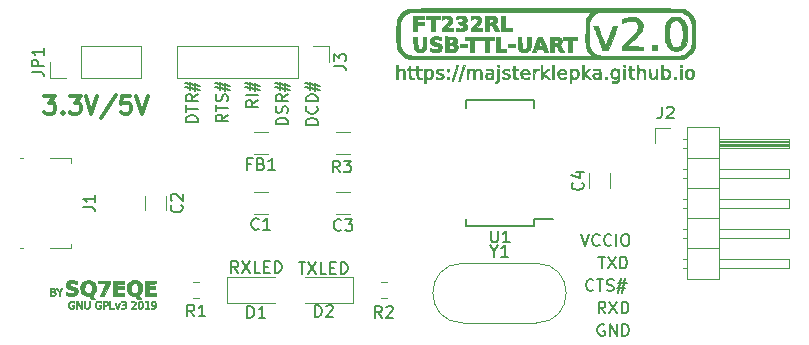
<source format=gbr>
%TF.GenerationSoftware,KiCad,Pcbnew,5.1.4-3.fc31*%
%TF.CreationDate,2019-11-03T17:38:08+01:00*%
%TF.ProjectId,ft232rl_converter_v2,66743233-3272-46c5-9f63-6f6e76657274,rev?*%
%TF.SameCoordinates,PX4d83c00PY525bfc0*%
%TF.FileFunction,Legend,Top*%
%TF.FilePolarity,Positive*%
%FSLAX46Y46*%
G04 Gerber Fmt 4.6, Leading zero omitted, Abs format (unit mm)*
G04 Created by KiCad (PCBNEW 5.1.4-3.fc31) date 2019-11-03 17:38:08*
%MOMM*%
%LPD*%
G04 APERTURE LIST*
%ADD10C,0.150000*%
%ADD11C,0.300000*%
%ADD12C,0.010000*%
%ADD13C,0.120000*%
%ADD14R,2.002000X1.277000*%
%ADD15R,2.002000X2.477000*%
%ADD16R,2.202000X1.577000*%
%ADD17R,1.482000X0.552000*%
%ADD18C,1.527000*%
%ADD19O,1.802000X1.802000*%
%ADD20R,1.802000X1.802000*%
%ADD21C,1.252000*%
%ADD22R,1.852000X0.552000*%
%ADD23C,1.602000*%
G04 APERTURE END LIST*
D10*
X25149880Y19320096D02*
X24149880Y19320096D01*
X24149880Y19558191D01*
X24197500Y19701048D01*
X24292738Y19796286D01*
X24387976Y19843905D01*
X24578452Y19891524D01*
X24721309Y19891524D01*
X24911785Y19843905D01*
X25007023Y19796286D01*
X25102261Y19701048D01*
X25149880Y19558191D01*
X25149880Y19320096D01*
X25054642Y20891524D02*
X25102261Y20843905D01*
X25149880Y20701048D01*
X25149880Y20605810D01*
X25102261Y20462953D01*
X25007023Y20367715D01*
X24911785Y20320096D01*
X24721309Y20272477D01*
X24578452Y20272477D01*
X24387976Y20320096D01*
X24292738Y20367715D01*
X24197500Y20462953D01*
X24149880Y20605810D01*
X24149880Y20701048D01*
X24197500Y20843905D01*
X24245119Y20891524D01*
X25149880Y21320096D02*
X24149880Y21320096D01*
X24149880Y21558191D01*
X24197500Y21701048D01*
X24292738Y21796286D01*
X24387976Y21843905D01*
X24578452Y21891524D01*
X24721309Y21891524D01*
X24911785Y21843905D01*
X25007023Y21796286D01*
X25102261Y21701048D01*
X25149880Y21558191D01*
X25149880Y21320096D01*
X24483214Y22272477D02*
X24483214Y22986762D01*
X24054642Y22558191D02*
X25340357Y22272477D01*
X24911785Y22891524D02*
X24911785Y22177239D01*
X25340357Y22605810D02*
X24054642Y22891524D01*
X22609880Y19367714D02*
X21609880Y19367714D01*
X21609880Y19605809D01*
X21657500Y19748667D01*
X21752738Y19843905D01*
X21847976Y19891524D01*
X22038452Y19939143D01*
X22181309Y19939143D01*
X22371785Y19891524D01*
X22467023Y19843905D01*
X22562261Y19748667D01*
X22609880Y19605809D01*
X22609880Y19367714D01*
X22562261Y20320095D02*
X22609880Y20462952D01*
X22609880Y20701048D01*
X22562261Y20796286D01*
X22514642Y20843905D01*
X22419404Y20891524D01*
X22324166Y20891524D01*
X22228928Y20843905D01*
X22181309Y20796286D01*
X22133690Y20701048D01*
X22086071Y20510571D01*
X22038452Y20415333D01*
X21990833Y20367714D01*
X21895595Y20320095D01*
X21800357Y20320095D01*
X21705119Y20367714D01*
X21657500Y20415333D01*
X21609880Y20510571D01*
X21609880Y20748667D01*
X21657500Y20891524D01*
X22609880Y21891524D02*
X22133690Y21558190D01*
X22609880Y21320095D02*
X21609880Y21320095D01*
X21609880Y21701048D01*
X21657500Y21796286D01*
X21705119Y21843905D01*
X21800357Y21891524D01*
X21943214Y21891524D01*
X22038452Y21843905D01*
X22086071Y21796286D01*
X22133690Y21701048D01*
X22133690Y21320095D01*
X21943214Y22272476D02*
X21943214Y22986762D01*
X21514642Y22558190D02*
X22800357Y22272476D01*
X22371785Y22891524D02*
X22371785Y22177238D01*
X22800357Y22605809D02*
X21514642Y22891524D01*
X20069880Y21415334D02*
X19593690Y21082001D01*
X20069880Y20843905D02*
X19069880Y20843905D01*
X19069880Y21224858D01*
X19117500Y21320096D01*
X19165119Y21367715D01*
X19260357Y21415334D01*
X19403214Y21415334D01*
X19498452Y21367715D01*
X19546071Y21320096D01*
X19593690Y21224858D01*
X19593690Y20843905D01*
X20069880Y21843905D02*
X19069880Y21843905D01*
X19403214Y22272477D02*
X19403214Y22986763D01*
X18974642Y22558191D02*
X20260357Y22272477D01*
X19831785Y22891525D02*
X19831785Y22177239D01*
X20260357Y22605810D02*
X18974642Y22891525D01*
X17529880Y20177238D02*
X17053690Y19843905D01*
X17529880Y19605810D02*
X16529880Y19605810D01*
X16529880Y19986762D01*
X16577500Y20082000D01*
X16625119Y20129619D01*
X16720357Y20177238D01*
X16863214Y20177238D01*
X16958452Y20129619D01*
X17006071Y20082000D01*
X17053690Y19986762D01*
X17053690Y19605810D01*
X16529880Y20462953D02*
X16529880Y21034381D01*
X17529880Y20748667D02*
X16529880Y20748667D01*
X17482261Y21320096D02*
X17529880Y21462953D01*
X17529880Y21701048D01*
X17482261Y21796286D01*
X17434642Y21843905D01*
X17339404Y21891524D01*
X17244166Y21891524D01*
X17148928Y21843905D01*
X17101309Y21796286D01*
X17053690Y21701048D01*
X17006071Y21510572D01*
X16958452Y21415334D01*
X16910833Y21367715D01*
X16815595Y21320096D01*
X16720357Y21320096D01*
X16625119Y21367715D01*
X16577500Y21415334D01*
X16529880Y21510572D01*
X16529880Y21748667D01*
X16577500Y21891524D01*
X16863214Y22272477D02*
X16863214Y22986762D01*
X16434642Y22558191D02*
X17720357Y22272477D01*
X17291785Y22891524D02*
X17291785Y22177238D01*
X17720357Y22605810D02*
X16434642Y22891524D01*
X14989880Y19558190D02*
X13989880Y19558190D01*
X13989880Y19796286D01*
X14037500Y19939143D01*
X14132738Y20034381D01*
X14227976Y20082000D01*
X14418452Y20129619D01*
X14561309Y20129619D01*
X14751785Y20082000D01*
X14847023Y20034381D01*
X14942261Y19939143D01*
X14989880Y19796286D01*
X14989880Y19558190D01*
X13989880Y20415333D02*
X13989880Y20986762D01*
X14989880Y20701047D02*
X13989880Y20701047D01*
X14989880Y21891524D02*
X14513690Y21558190D01*
X14989880Y21320095D02*
X13989880Y21320095D01*
X13989880Y21701047D01*
X14037500Y21796286D01*
X14085119Y21843905D01*
X14180357Y21891524D01*
X14323214Y21891524D01*
X14418452Y21843905D01*
X14466071Y21796286D01*
X14513690Y21701047D01*
X14513690Y21320095D01*
X14323214Y22272476D02*
X14323214Y22986762D01*
X13894642Y22558190D02*
X15180357Y22272476D01*
X14751785Y22891524D02*
X14751785Y22177238D01*
X15180357Y22605809D02*
X13894642Y22891524D01*
X49403095Y2405000D02*
X49307857Y2452620D01*
X49165000Y2452620D01*
X49022142Y2405000D01*
X48926904Y2309762D01*
X48879285Y2214524D01*
X48831666Y2024048D01*
X48831666Y1881191D01*
X48879285Y1690715D01*
X48926904Y1595477D01*
X49022142Y1500239D01*
X49165000Y1452620D01*
X49260238Y1452620D01*
X49403095Y1500239D01*
X49450714Y1547858D01*
X49450714Y1881191D01*
X49260238Y1881191D01*
X49879285Y1452620D02*
X49879285Y2452620D01*
X50450714Y1452620D01*
X50450714Y2452620D01*
X50926904Y1452620D02*
X50926904Y2452620D01*
X51165000Y2452620D01*
X51307857Y2405000D01*
X51403095Y2309762D01*
X51450714Y2214524D01*
X51498333Y2024048D01*
X51498333Y1881191D01*
X51450714Y1690715D01*
X51403095Y1595477D01*
X51307857Y1500239D01*
X51165000Y1452620D01*
X50926904Y1452620D01*
X49498333Y3357620D02*
X49165000Y3833810D01*
X48926904Y3357620D02*
X48926904Y4357620D01*
X49307857Y4357620D01*
X49403095Y4310000D01*
X49450714Y4262381D01*
X49498333Y4167143D01*
X49498333Y4024286D01*
X49450714Y3929048D01*
X49403095Y3881429D01*
X49307857Y3833810D01*
X48926904Y3833810D01*
X49831666Y4357620D02*
X50498333Y3357620D01*
X50498333Y4357620D02*
X49831666Y3357620D01*
X50879285Y3357620D02*
X50879285Y4357620D01*
X51117380Y4357620D01*
X51260238Y4310000D01*
X51355476Y4214762D01*
X51403095Y4119524D01*
X51450714Y3929048D01*
X51450714Y3786191D01*
X51403095Y3595715D01*
X51355476Y3500477D01*
X51260238Y3405239D01*
X51117380Y3357620D01*
X50879285Y3357620D01*
X48482380Y5357858D02*
X48434761Y5310239D01*
X48291904Y5262620D01*
X48196666Y5262620D01*
X48053809Y5310239D01*
X47958571Y5405477D01*
X47910952Y5500715D01*
X47863333Y5691191D01*
X47863333Y5834048D01*
X47910952Y6024524D01*
X47958571Y6119762D01*
X48053809Y6215000D01*
X48196666Y6262620D01*
X48291904Y6262620D01*
X48434761Y6215000D01*
X48482380Y6167381D01*
X48768095Y6262620D02*
X49339523Y6262620D01*
X49053809Y5262620D02*
X49053809Y6262620D01*
X49625238Y5310239D02*
X49768095Y5262620D01*
X50006190Y5262620D01*
X50101428Y5310239D01*
X50149047Y5357858D01*
X50196666Y5453096D01*
X50196666Y5548334D01*
X50149047Y5643572D01*
X50101428Y5691191D01*
X50006190Y5738810D01*
X49815714Y5786429D01*
X49720476Y5834048D01*
X49672857Y5881667D01*
X49625238Y5976905D01*
X49625238Y6072143D01*
X49672857Y6167381D01*
X49720476Y6215000D01*
X49815714Y6262620D01*
X50053809Y6262620D01*
X50196666Y6215000D01*
X50577619Y5929286D02*
X51291904Y5929286D01*
X50863333Y6357858D02*
X50577619Y5072143D01*
X51196666Y5500715D02*
X50482380Y5500715D01*
X50910952Y5072143D02*
X51196666Y6357858D01*
X48903095Y8167620D02*
X49474523Y8167620D01*
X49188809Y7167620D02*
X49188809Y8167620D01*
X49712619Y8167620D02*
X50379285Y7167620D01*
X50379285Y8167620D02*
X49712619Y7167620D01*
X50760238Y7167620D02*
X50760238Y8167620D01*
X50998333Y8167620D01*
X51141190Y8120000D01*
X51236428Y8024762D01*
X51284047Y7929524D01*
X51331666Y7739048D01*
X51331666Y7596191D01*
X51284047Y7405715D01*
X51236428Y7310477D01*
X51141190Y7215239D01*
X50998333Y7167620D01*
X50760238Y7167620D01*
X47434761Y10072620D02*
X47768095Y9072620D01*
X48101428Y10072620D01*
X49006190Y9167858D02*
X48958571Y9120239D01*
X48815714Y9072620D01*
X48720476Y9072620D01*
X48577619Y9120239D01*
X48482380Y9215477D01*
X48434761Y9310715D01*
X48387142Y9501191D01*
X48387142Y9644048D01*
X48434761Y9834524D01*
X48482380Y9929762D01*
X48577619Y10025000D01*
X48720476Y10072620D01*
X48815714Y10072620D01*
X48958571Y10025000D01*
X49006190Y9977381D01*
X50006190Y9167858D02*
X49958571Y9120239D01*
X49815714Y9072620D01*
X49720476Y9072620D01*
X49577619Y9120239D01*
X49482380Y9215477D01*
X49434761Y9310715D01*
X49387142Y9501191D01*
X49387142Y9644048D01*
X49434761Y9834524D01*
X49482380Y9929762D01*
X49577619Y10025000D01*
X49720476Y10072620D01*
X49815714Y10072620D01*
X49958571Y10025000D01*
X50006190Y9977381D01*
X50434761Y9072620D02*
X50434761Y10072620D01*
X51101428Y10072620D02*
X51291904Y10072620D01*
X51387142Y10025000D01*
X51482380Y9929762D01*
X51530000Y9739286D01*
X51530000Y9405953D01*
X51482380Y9215477D01*
X51387142Y9120239D01*
X51291904Y9072620D01*
X51101428Y9072620D01*
X51006190Y9120239D01*
X50910952Y9215477D01*
X50863333Y9405953D01*
X50863333Y9739286D01*
X50910952Y9929762D01*
X51006190Y10025000D01*
X51101428Y10072620D01*
D11*
X1992857Y21776429D02*
X2921428Y21776429D01*
X2421428Y21205000D01*
X2635714Y21205000D01*
X2778571Y21133572D01*
X2850000Y21062143D01*
X2921428Y20919286D01*
X2921428Y20562143D01*
X2850000Y20419286D01*
X2778571Y20347858D01*
X2635714Y20276429D01*
X2207142Y20276429D01*
X2064285Y20347858D01*
X1992857Y20419286D01*
X3564285Y20419286D02*
X3635714Y20347858D01*
X3564285Y20276429D01*
X3492857Y20347858D01*
X3564285Y20419286D01*
X3564285Y20276429D01*
X4135714Y21776429D02*
X5064285Y21776429D01*
X4564285Y21205000D01*
X4778571Y21205000D01*
X4921428Y21133572D01*
X4992857Y21062143D01*
X5064285Y20919286D01*
X5064285Y20562143D01*
X4992857Y20419286D01*
X4921428Y20347858D01*
X4778571Y20276429D01*
X4350000Y20276429D01*
X4207142Y20347858D01*
X4135714Y20419286D01*
X5492857Y21776429D02*
X5992857Y20276429D01*
X6492857Y21776429D01*
X8064285Y21847858D02*
X6778571Y19919286D01*
X9278571Y21776429D02*
X8564285Y21776429D01*
X8492857Y21062143D01*
X8564285Y21133572D01*
X8707142Y21205000D01*
X9064285Y21205000D01*
X9207142Y21133572D01*
X9278571Y21062143D01*
X9350000Y20919286D01*
X9350000Y20562143D01*
X9278571Y20419286D01*
X9207142Y20347858D01*
X9064285Y20276429D01*
X8707142Y20276429D01*
X8564285Y20347858D01*
X8492857Y20419286D01*
X9778571Y21776429D02*
X10278571Y20276429D01*
X10778571Y21776429D01*
D12*
%TO.C,G\002A\002A\002A*%
G36*
X11448857Y6013980D02*
G01*
X11445875Y5889625D01*
X11162771Y5886807D01*
X10879667Y5883988D01*
X10879667Y5651500D01*
X11408834Y5651500D01*
X11408834Y5397500D01*
X10879667Y5397500D01*
X10879667Y5101167D01*
X11461750Y5101167D01*
X11461750Y4857750D01*
X10551584Y4857750D01*
X10551584Y6138334D01*
X11451839Y6138334D01*
X11448857Y6013980D01*
X11448857Y6013980D01*
G37*
X11448857Y6013980D02*
X11445875Y5889625D01*
X11162771Y5886807D01*
X10879667Y5883988D01*
X10879667Y5651500D01*
X11408834Y5651500D01*
X11408834Y5397500D01*
X10879667Y5397500D01*
X10879667Y5101167D01*
X11461750Y5101167D01*
X11461750Y4857750D01*
X10551584Y4857750D01*
X10551584Y6138334D01*
X11451839Y6138334D01*
X11448857Y6013980D01*
G36*
X8741834Y5884334D02*
G01*
X8180917Y5884334D01*
X8180917Y5651500D01*
X8710084Y5651500D01*
X8710084Y5397500D01*
X8180917Y5397500D01*
X8180917Y5101167D01*
X8763000Y5101167D01*
X8763000Y4857750D01*
X7842250Y4857750D01*
X7842250Y6138334D01*
X8741834Y6138334D01*
X8741834Y5884334D01*
X8741834Y5884334D01*
G37*
X8741834Y5884334D02*
X8180917Y5884334D01*
X8180917Y5651500D01*
X8710084Y5651500D01*
X8710084Y5397500D01*
X8180917Y5397500D01*
X8180917Y5101167D01*
X8763000Y5101167D01*
X8763000Y4857750D01*
X7842250Y4857750D01*
X7842250Y6138334D01*
X8741834Y6138334D01*
X8741834Y5884334D01*
G36*
X7545917Y5958157D02*
G01*
X7295427Y5407954D01*
X7044937Y4857750D01*
X6882052Y4857750D01*
X6826544Y4858258D01*
X6779831Y4859659D01*
X6745376Y4861771D01*
X6726637Y4864410D01*
X6724324Y4866093D01*
X6730372Y4878380D01*
X6744094Y4907692D01*
X6764479Y4951801D01*
X6790514Y5008477D01*
X6821187Y5075492D01*
X6855485Y5150618D01*
X6892396Y5231624D01*
X6930909Y5316283D01*
X6970011Y5402365D01*
X7008690Y5487643D01*
X7045933Y5569886D01*
X7080729Y5646867D01*
X7112066Y5716357D01*
X7138930Y5776126D01*
X7160310Y5823947D01*
X7175194Y5857590D01*
X7182570Y5874826D01*
X7183148Y5876396D01*
X7183559Y5881739D01*
X7179850Y5885945D01*
X7169815Y5889151D01*
X7151251Y5891490D01*
X7121955Y5893098D01*
X7079723Y5894110D01*
X7022351Y5894660D01*
X6947636Y5894883D01*
X6880401Y5894917D01*
X6572250Y5894917D01*
X6572250Y6138334D01*
X7545917Y6138334D01*
X7545917Y5958157D01*
X7545917Y5958157D01*
G37*
X7545917Y5958157D02*
X7295427Y5407954D01*
X7044937Y4857750D01*
X6882052Y4857750D01*
X6826544Y4858258D01*
X6779831Y4859659D01*
X6745376Y4861771D01*
X6726637Y4864410D01*
X6724324Y4866093D01*
X6730372Y4878380D01*
X6744094Y4907692D01*
X6764479Y4951801D01*
X6790514Y5008477D01*
X6821187Y5075492D01*
X6855485Y5150618D01*
X6892396Y5231624D01*
X6930909Y5316283D01*
X6970011Y5402365D01*
X7008690Y5487643D01*
X7045933Y5569886D01*
X7080729Y5646867D01*
X7112066Y5716357D01*
X7138930Y5776126D01*
X7160310Y5823947D01*
X7175194Y5857590D01*
X7182570Y5874826D01*
X7183148Y5876396D01*
X7183559Y5881739D01*
X7179850Y5885945D01*
X7169815Y5889151D01*
X7151251Y5891490D01*
X7121955Y5893098D01*
X7079723Y5894110D01*
X7022351Y5894660D01*
X6947636Y5894883D01*
X6880401Y5894917D01*
X6572250Y5894917D01*
X6572250Y6138334D01*
X7545917Y6138334D01*
X7545917Y5958157D01*
G36*
X3164417Y5365750D02*
G01*
X3194928Y5320684D01*
X3221282Y5282656D01*
X3241272Y5254782D01*
X3252689Y5240179D01*
X3254375Y5238750D01*
X3261671Y5247058D01*
X3278436Y5269905D01*
X3302465Y5304174D01*
X3331550Y5346751D01*
X3344334Y5365750D01*
X3429418Y5492750D01*
X3524715Y5492750D01*
X3413358Y5329787D01*
X3302000Y5166823D01*
X3302000Y4857750D01*
X3206750Y4857750D01*
X3206750Y5165846D01*
X3096732Y5329298D01*
X2986713Y5492750D01*
X3079332Y5492750D01*
X3164417Y5365750D01*
X3164417Y5365750D01*
G37*
X3164417Y5365750D02*
X3194928Y5320684D01*
X3221282Y5282656D01*
X3241272Y5254782D01*
X3252689Y5240179D01*
X3254375Y5238750D01*
X3261671Y5247058D01*
X3278436Y5269905D01*
X3302465Y5304174D01*
X3331550Y5346751D01*
X3344334Y5365750D01*
X3429418Y5492750D01*
X3524715Y5492750D01*
X3413358Y5329787D01*
X3302000Y5166823D01*
X3302000Y4857750D01*
X3206750Y4857750D01*
X3206750Y5165846D01*
X3096732Y5329298D01*
X2986713Y5492750D01*
X3079332Y5492750D01*
X3164417Y5365750D01*
G36*
X2664354Y5492518D02*
G01*
X2741834Y5490856D01*
X2801495Y5485522D01*
X2846506Y5475580D01*
X2880039Y5460089D01*
X2905263Y5438113D01*
X2920742Y5416637D01*
X2938522Y5371781D01*
X2942102Y5323753D01*
X2932605Y5278088D01*
X2911157Y5240323D01*
X2880088Y5216517D01*
X2849275Y5202877D01*
X2894056Y5174478D01*
X2935124Y5137336D01*
X2960515Y5090957D01*
X2970498Y5039696D01*
X2965341Y4987906D01*
X2945313Y4939941D01*
X2910681Y4900155D01*
X2875802Y4878534D01*
X2854365Y4870267D01*
X2829844Y4864515D01*
X2798027Y4860849D01*
X2754702Y4858835D01*
X2695657Y4858045D01*
X2674938Y4857983D01*
X2518834Y4857750D01*
X2518834Y4921250D01*
X2603500Y4921250D01*
X2680229Y4921310D01*
X2725057Y4922884D01*
X2767256Y4926942D01*
X2796165Y4932257D01*
X2840143Y4953118D01*
X2867016Y4986431D01*
X2876676Y5032033D01*
X2875885Y5051779D01*
X2867152Y5092798D01*
X2848292Y5123190D01*
X2816977Y5144226D01*
X2770876Y5157174D01*
X2707663Y5163305D01*
X2669646Y5164206D01*
X2603500Y5164667D01*
X2603500Y4921250D01*
X2518834Y4921250D01*
X2518834Y5228167D01*
X2603500Y5228167D01*
X2683215Y5228167D01*
X2731214Y5230386D01*
X2773790Y5236304D01*
X2799608Y5243492D01*
X2835492Y5267915D01*
X2853391Y5303379D01*
X2853044Y5349146D01*
X2843267Y5378834D01*
X2824747Y5399893D01*
X2794255Y5413942D01*
X2748565Y5422605D01*
X2698564Y5426766D01*
X2603500Y5432186D01*
X2603500Y5228167D01*
X2518834Y5228167D01*
X2518834Y5492750D01*
X2664354Y5492518D01*
X2664354Y5492518D01*
G37*
X2664354Y5492518D02*
X2741834Y5490856D01*
X2801495Y5485522D01*
X2846506Y5475580D01*
X2880039Y5460089D01*
X2905263Y5438113D01*
X2920742Y5416637D01*
X2938522Y5371781D01*
X2942102Y5323753D01*
X2932605Y5278088D01*
X2911157Y5240323D01*
X2880088Y5216517D01*
X2849275Y5202877D01*
X2894056Y5174478D01*
X2935124Y5137336D01*
X2960515Y5090957D01*
X2970498Y5039696D01*
X2965341Y4987906D01*
X2945313Y4939941D01*
X2910681Y4900155D01*
X2875802Y4878534D01*
X2854365Y4870267D01*
X2829844Y4864515D01*
X2798027Y4860849D01*
X2754702Y4858835D01*
X2695657Y4858045D01*
X2674938Y4857983D01*
X2518834Y4857750D01*
X2518834Y4921250D01*
X2603500Y4921250D01*
X2680229Y4921310D01*
X2725057Y4922884D01*
X2767256Y4926942D01*
X2796165Y4932257D01*
X2840143Y4953118D01*
X2867016Y4986431D01*
X2876676Y5032033D01*
X2875885Y5051779D01*
X2867152Y5092798D01*
X2848292Y5123190D01*
X2816977Y5144226D01*
X2770876Y5157174D01*
X2707663Y5163305D01*
X2669646Y5164206D01*
X2603500Y5164667D01*
X2603500Y4921250D01*
X2518834Y4921250D01*
X2518834Y5228167D01*
X2603500Y5228167D01*
X2683215Y5228167D01*
X2731214Y5230386D01*
X2773790Y5236304D01*
X2799608Y5243492D01*
X2835492Y5267915D01*
X2853391Y5303379D01*
X2853044Y5349146D01*
X2843267Y5378834D01*
X2824747Y5399893D01*
X2794255Y5413942D01*
X2748565Y5422605D01*
X2698564Y5426766D01*
X2603500Y5432186D01*
X2603500Y5228167D01*
X2518834Y5228167D01*
X2518834Y5492750D01*
X2664354Y5492518D01*
G36*
X4411462Y6153962D02*
G01*
X4495617Y6146829D01*
X4574254Y6136287D01*
X4619014Y6127888D01*
X4664044Y6117907D01*
X4701259Y6109058D01*
X4725821Y6102524D01*
X4732785Y6100034D01*
X4736034Y6088026D01*
X4738715Y6059072D01*
X4740567Y6017390D01*
X4741327Y5967200D01*
X4741334Y5962202D01*
X4740844Y5904963D01*
X4739202Y5866369D01*
X4736147Y5843917D01*
X4731418Y5835104D01*
X4728104Y5835124D01*
X4634168Y5869084D01*
X4537294Y5895267D01*
X4442529Y5912764D01*
X4354922Y5920665D01*
X4279519Y5918062D01*
X4272739Y5917174D01*
X4208636Y5904110D01*
X4163141Y5884792D01*
X4134197Y5857551D01*
X4119747Y5820718D01*
X4117152Y5790916D01*
X4121324Y5753730D01*
X4135973Y5724572D01*
X4163656Y5701442D01*
X4206930Y5682339D01*
X4268351Y5665263D01*
X4281555Y5662244D01*
X4366844Y5643110D01*
X4434377Y5627623D01*
X4487092Y5614983D01*
X4527924Y5604384D01*
X4559812Y5595027D01*
X4585693Y5586106D01*
X4608505Y5576820D01*
X4629538Y5567154D01*
X4702689Y5523059D01*
X4759999Y5468861D01*
X4798220Y5408823D01*
X4812017Y5363336D01*
X4819903Y5304100D01*
X4821914Y5237681D01*
X4818087Y5170645D01*
X4808461Y5109557D01*
X4796293Y5068577D01*
X4757180Y4995068D01*
X4703229Y4935622D01*
X4633573Y4889526D01*
X4547345Y4856063D01*
X4534166Y4852416D01*
X4485947Y4843224D01*
X4423079Y4836355D01*
X4351980Y4832067D01*
X4279069Y4830616D01*
X4210761Y4832260D01*
X4153959Y4837190D01*
X4108545Y4844760D01*
X4052283Y4856231D01*
X3991614Y4870069D01*
X3932981Y4884741D01*
X3882824Y4898713D01*
X3849688Y4909637D01*
X3820584Y4920727D01*
X3820584Y5058572D01*
X3820857Y5109806D01*
X3821607Y5152410D01*
X3822723Y5182459D01*
X3824098Y5196026D01*
X3824385Y5196417D01*
X3835071Y5192289D01*
X3860169Y5181305D01*
X3894913Y5165567D01*
X3907117Y5159949D01*
X3995913Y5124078D01*
X4085762Y5097249D01*
X4173742Y5079637D01*
X4256934Y5071419D01*
X4332414Y5072770D01*
X4397263Y5083865D01*
X4448558Y5104881D01*
X4475013Y5125777D01*
X4499646Y5165771D01*
X4506403Y5210237D01*
X4496387Y5254278D01*
X4470703Y5292995D01*
X4430931Y5321273D01*
X4404324Y5331241D01*
X4362291Y5344172D01*
X4310095Y5358560D01*
X4253001Y5372898D01*
X4238625Y5376288D01*
X4143880Y5400367D01*
X4067082Y5424768D01*
X4005036Y5450833D01*
X3954546Y5479903D01*
X3912692Y5513065D01*
X3869431Y5560769D01*
X3840143Y5613236D01*
X3823097Y5675046D01*
X3816563Y5750779D01*
X3816365Y5767917D01*
X3817094Y5818979D01*
X3820370Y5856405D01*
X3827541Y5887692D01*
X3839952Y5920338D01*
X3846285Y5934578D01*
X3889564Y6006943D01*
X3947460Y6065094D01*
X4020831Y6109677D01*
X4110535Y6141340D01*
X4124629Y6144822D01*
X4178372Y6153118D01*
X4247591Y6157287D01*
X4327037Y6157509D01*
X4411462Y6153962D01*
X4411462Y6153962D01*
G37*
X4411462Y6153962D02*
X4495617Y6146829D01*
X4574254Y6136287D01*
X4619014Y6127888D01*
X4664044Y6117907D01*
X4701259Y6109058D01*
X4725821Y6102524D01*
X4732785Y6100034D01*
X4736034Y6088026D01*
X4738715Y6059072D01*
X4740567Y6017390D01*
X4741327Y5967200D01*
X4741334Y5962202D01*
X4740844Y5904963D01*
X4739202Y5866369D01*
X4736147Y5843917D01*
X4731418Y5835104D01*
X4728104Y5835124D01*
X4634168Y5869084D01*
X4537294Y5895267D01*
X4442529Y5912764D01*
X4354922Y5920665D01*
X4279519Y5918062D01*
X4272739Y5917174D01*
X4208636Y5904110D01*
X4163141Y5884792D01*
X4134197Y5857551D01*
X4119747Y5820718D01*
X4117152Y5790916D01*
X4121324Y5753730D01*
X4135973Y5724572D01*
X4163656Y5701442D01*
X4206930Y5682339D01*
X4268351Y5665263D01*
X4281555Y5662244D01*
X4366844Y5643110D01*
X4434377Y5627623D01*
X4487092Y5614983D01*
X4527924Y5604384D01*
X4559812Y5595027D01*
X4585693Y5586106D01*
X4608505Y5576820D01*
X4629538Y5567154D01*
X4702689Y5523059D01*
X4759999Y5468861D01*
X4798220Y5408823D01*
X4812017Y5363336D01*
X4819903Y5304100D01*
X4821914Y5237681D01*
X4818087Y5170645D01*
X4808461Y5109557D01*
X4796293Y5068577D01*
X4757180Y4995068D01*
X4703229Y4935622D01*
X4633573Y4889526D01*
X4547345Y4856063D01*
X4534166Y4852416D01*
X4485947Y4843224D01*
X4423079Y4836355D01*
X4351980Y4832067D01*
X4279069Y4830616D01*
X4210761Y4832260D01*
X4153959Y4837190D01*
X4108545Y4844760D01*
X4052283Y4856231D01*
X3991614Y4870069D01*
X3932981Y4884741D01*
X3882824Y4898713D01*
X3849688Y4909637D01*
X3820584Y4920727D01*
X3820584Y5058572D01*
X3820857Y5109806D01*
X3821607Y5152410D01*
X3822723Y5182459D01*
X3824098Y5196026D01*
X3824385Y5196417D01*
X3835071Y5192289D01*
X3860169Y5181305D01*
X3894913Y5165567D01*
X3907117Y5159949D01*
X3995913Y5124078D01*
X4085762Y5097249D01*
X4173742Y5079637D01*
X4256934Y5071419D01*
X4332414Y5072770D01*
X4397263Y5083865D01*
X4448558Y5104881D01*
X4475013Y5125777D01*
X4499646Y5165771D01*
X4506403Y5210237D01*
X4496387Y5254278D01*
X4470703Y5292995D01*
X4430931Y5321273D01*
X4404324Y5331241D01*
X4362291Y5344172D01*
X4310095Y5358560D01*
X4253001Y5372898D01*
X4238625Y5376288D01*
X4143880Y5400367D01*
X4067082Y5424768D01*
X4005036Y5450833D01*
X3954546Y5479903D01*
X3912692Y5513065D01*
X3869431Y5560769D01*
X3840143Y5613236D01*
X3823097Y5675046D01*
X3816563Y5750779D01*
X3816365Y5767917D01*
X3817094Y5818979D01*
X3820370Y5856405D01*
X3827541Y5887692D01*
X3839952Y5920338D01*
X3846285Y5934578D01*
X3889564Y6006943D01*
X3947460Y6065094D01*
X4020831Y6109677D01*
X4110535Y6141340D01*
X4124629Y6144822D01*
X4178372Y6153118D01*
X4247591Y6157287D01*
X4327037Y6157509D01*
X4411462Y6153962D01*
G36*
X9760509Y6153179D02*
G01*
X9826471Y6143611D01*
X9826625Y6143579D01*
X9933897Y6110852D01*
X10029870Y6060823D01*
X10113181Y5994876D01*
X10182467Y5914400D01*
X10236365Y5820781D01*
X10273511Y5715405D01*
X10281316Y5681051D01*
X10292007Y5604316D01*
X10296578Y5517779D01*
X10295020Y5430127D01*
X10287323Y5350044D01*
X10281715Y5318125D01*
X10252484Y5220985D01*
X10207731Y5128770D01*
X10150168Y5045399D01*
X10082506Y4974786D01*
X10007456Y4920849D01*
X10006240Y4920160D01*
X9976184Y4902400D01*
X9955251Y4888507D01*
X9948334Y4882025D01*
X9955053Y4872751D01*
X9973679Y4850447D01*
X10001915Y4817777D01*
X10037465Y4777404D01*
X10070042Y4740886D01*
X10109841Y4696184D01*
X10144184Y4656977D01*
X10170772Y4625939D01*
X10187306Y4605748D01*
X10191750Y4599185D01*
X10181789Y4597052D01*
X10154392Y4595252D01*
X10113291Y4593931D01*
X10062215Y4593237D01*
X10039089Y4593167D01*
X9886428Y4593167D01*
X9783083Y4708801D01*
X9679737Y4824435D01*
X9589140Y4831805D01*
X9467829Y4848286D01*
X9362191Y4877160D01*
X9270165Y4919263D01*
X9189689Y4975434D01*
X9153555Y5008639D01*
X9093331Y5082091D01*
X9043179Y5170417D01*
X9005807Y5268649D01*
X8999421Y5291667D01*
X8989158Y5348692D01*
X8983101Y5419564D01*
X8981360Y5492750D01*
X9329687Y5492750D01*
X9330007Y5427766D01*
X9331282Y5379498D01*
X9333982Y5343502D01*
X9338580Y5315334D01*
X9345546Y5290549D01*
X9353345Y5269661D01*
X9393367Y5194291D01*
X9446221Y5134997D01*
X9510977Y5092704D01*
X9546098Y5078684D01*
X9583790Y5072364D01*
X9633533Y5071916D01*
X9687266Y5076625D01*
X9736924Y5085776D01*
X9774444Y5098655D01*
X9775065Y5098971D01*
X9836567Y5142334D01*
X9886017Y5202462D01*
X9922908Y5278382D01*
X9946732Y5369115D01*
X9955684Y5445767D01*
X9955816Y5553119D01*
X9942330Y5649508D01*
X9915856Y5733446D01*
X9877024Y5803441D01*
X9826463Y5858004D01*
X9765848Y5895193D01*
X9705770Y5912822D01*
X9637839Y5919438D01*
X9570792Y5914858D01*
X9516981Y5900425D01*
X9472711Y5873702D01*
X9428084Y5831982D01*
X9388003Y5780770D01*
X9357369Y5725573D01*
X9353829Y5717134D01*
X9344403Y5691467D01*
X9337779Y5666410D01*
X9333477Y5637493D01*
X9331016Y5600246D01*
X9329914Y5550199D01*
X9329687Y5492750D01*
X8981360Y5492750D01*
X8981249Y5497387D01*
X8983599Y5575264D01*
X8990152Y5646298D01*
X8999489Y5698062D01*
X9036392Y5807350D01*
X9089713Y5903857D01*
X9158378Y5986535D01*
X9241309Y6054337D01*
X9337433Y6106213D01*
X9445673Y6141117D01*
X9456512Y6143504D01*
X9522112Y6153111D01*
X9600119Y6157927D01*
X9682322Y6157950D01*
X9760509Y6153179D01*
X9760509Y6153179D01*
G37*
X9760509Y6153179D02*
X9826471Y6143611D01*
X9826625Y6143579D01*
X9933897Y6110852D01*
X10029870Y6060823D01*
X10113181Y5994876D01*
X10182467Y5914400D01*
X10236365Y5820781D01*
X10273511Y5715405D01*
X10281316Y5681051D01*
X10292007Y5604316D01*
X10296578Y5517779D01*
X10295020Y5430127D01*
X10287323Y5350044D01*
X10281715Y5318125D01*
X10252484Y5220985D01*
X10207731Y5128770D01*
X10150168Y5045399D01*
X10082506Y4974786D01*
X10007456Y4920849D01*
X10006240Y4920160D01*
X9976184Y4902400D01*
X9955251Y4888507D01*
X9948334Y4882025D01*
X9955053Y4872751D01*
X9973679Y4850447D01*
X10001915Y4817777D01*
X10037465Y4777404D01*
X10070042Y4740886D01*
X10109841Y4696184D01*
X10144184Y4656977D01*
X10170772Y4625939D01*
X10187306Y4605748D01*
X10191750Y4599185D01*
X10181789Y4597052D01*
X10154392Y4595252D01*
X10113291Y4593931D01*
X10062215Y4593237D01*
X10039089Y4593167D01*
X9886428Y4593167D01*
X9783083Y4708801D01*
X9679737Y4824435D01*
X9589140Y4831805D01*
X9467829Y4848286D01*
X9362191Y4877160D01*
X9270165Y4919263D01*
X9189689Y4975434D01*
X9153555Y5008639D01*
X9093331Y5082091D01*
X9043179Y5170417D01*
X9005807Y5268649D01*
X8999421Y5291667D01*
X8989158Y5348692D01*
X8983101Y5419564D01*
X8981360Y5492750D01*
X9329687Y5492750D01*
X9330007Y5427766D01*
X9331282Y5379498D01*
X9333982Y5343502D01*
X9338580Y5315334D01*
X9345546Y5290549D01*
X9353345Y5269661D01*
X9393367Y5194291D01*
X9446221Y5134997D01*
X9510977Y5092704D01*
X9546098Y5078684D01*
X9583790Y5072364D01*
X9633533Y5071916D01*
X9687266Y5076625D01*
X9736924Y5085776D01*
X9774444Y5098655D01*
X9775065Y5098971D01*
X9836567Y5142334D01*
X9886017Y5202462D01*
X9922908Y5278382D01*
X9946732Y5369115D01*
X9955684Y5445767D01*
X9955816Y5553119D01*
X9942330Y5649508D01*
X9915856Y5733446D01*
X9877024Y5803441D01*
X9826463Y5858004D01*
X9765848Y5895193D01*
X9705770Y5912822D01*
X9637839Y5919438D01*
X9570792Y5914858D01*
X9516981Y5900425D01*
X9472711Y5873702D01*
X9428084Y5831982D01*
X9388003Y5780770D01*
X9357369Y5725573D01*
X9353829Y5717134D01*
X9344403Y5691467D01*
X9337779Y5666410D01*
X9333477Y5637493D01*
X9331016Y5600246D01*
X9329914Y5550199D01*
X9329687Y5492750D01*
X8981360Y5492750D01*
X8981249Y5497387D01*
X8983599Y5575264D01*
X8990152Y5646298D01*
X8999489Y5698062D01*
X9036392Y5807350D01*
X9089713Y5903857D01*
X9158378Y5986535D01*
X9241309Y6054337D01*
X9337433Y6106213D01*
X9445673Y6141117D01*
X9456512Y6143504D01*
X9522112Y6153111D01*
X9600119Y6157927D01*
X9682322Y6157950D01*
X9760509Y6153179D01*
G36*
X5821950Y6153600D02*
G01*
X5926581Y6135387D01*
X6018744Y6103736D01*
X6101076Y6057705D01*
X6176209Y5996349D01*
X6186935Y5985852D01*
X6250099Y5913194D01*
X6298177Y5835329D01*
X6332281Y5749191D01*
X6353522Y5651713D01*
X6363011Y5539831D01*
X6363758Y5498042D01*
X6361296Y5408751D01*
X6352218Y5332924D01*
X6335013Y5263485D01*
X6308167Y5193357D01*
X6290608Y5155722D01*
X6247727Y5085036D01*
X6191122Y5016443D01*
X6126772Y4956373D01*
X6066135Y4914314D01*
X6009812Y4882183D01*
X6112876Y4766779D01*
X6151996Y4723027D01*
X6188272Y4682552D01*
X6218312Y4649129D01*
X6238724Y4626538D01*
X6242617Y4622271D01*
X6269294Y4593167D01*
X5951884Y4593167D01*
X5747460Y4822793D01*
X5631479Y4834602D01*
X5515654Y4852518D01*
X5415795Y4881670D01*
X5329239Y4923248D01*
X5253319Y4978443D01*
X5206091Y5024710D01*
X5143150Y5107971D01*
X5096404Y5202911D01*
X5065555Y5310420D01*
X5050303Y5431386D01*
X5049577Y5455982D01*
X5388077Y5455982D01*
X5398506Y5366232D01*
X5419550Y5283581D01*
X5450428Y5211611D01*
X5490360Y5153905D01*
X5513561Y5131450D01*
X5568147Y5098543D01*
X5634435Y5077741D01*
X5706126Y5070012D01*
X5776923Y5076326D01*
X5811603Y5085587D01*
X5875232Y5117442D01*
X5927839Y5166396D01*
X5966167Y5224728D01*
X5993277Y5286131D01*
X6010775Y5352216D01*
X6019476Y5427763D01*
X6020196Y5517552D01*
X6019458Y5537537D01*
X6012613Y5622088D01*
X5999122Y5690788D01*
X5977401Y5748338D01*
X5945862Y5799443D01*
X5920888Y5829723D01*
X5872639Y5874335D01*
X5820643Y5902469D01*
X5759380Y5916463D01*
X5709709Y5919094D01*
X5627617Y5910548D01*
X5557319Y5884441D01*
X5498883Y5840835D01*
X5452377Y5779790D01*
X5417870Y5701370D01*
X5402188Y5642441D01*
X5389044Y5549245D01*
X5388077Y5455982D01*
X5049577Y5455982D01*
X5048434Y5494704D01*
X5055596Y5621901D01*
X5077786Y5734930D01*
X5115407Y5834925D01*
X5168860Y5923017D01*
X5222293Y5984685D01*
X5301987Y6051463D01*
X5391636Y6101749D01*
X5492693Y6136072D01*
X5606613Y6154960D01*
X5702217Y6159317D01*
X5821950Y6153600D01*
X5821950Y6153600D01*
G37*
X5821950Y6153600D02*
X5926581Y6135387D01*
X6018744Y6103736D01*
X6101076Y6057705D01*
X6176209Y5996349D01*
X6186935Y5985852D01*
X6250099Y5913194D01*
X6298177Y5835329D01*
X6332281Y5749191D01*
X6353522Y5651713D01*
X6363011Y5539831D01*
X6363758Y5498042D01*
X6361296Y5408751D01*
X6352218Y5332924D01*
X6335013Y5263485D01*
X6308167Y5193357D01*
X6290608Y5155722D01*
X6247727Y5085036D01*
X6191122Y5016443D01*
X6126772Y4956373D01*
X6066135Y4914314D01*
X6009812Y4882183D01*
X6112876Y4766779D01*
X6151996Y4723027D01*
X6188272Y4682552D01*
X6218312Y4649129D01*
X6238724Y4626538D01*
X6242617Y4622271D01*
X6269294Y4593167D01*
X5951884Y4593167D01*
X5747460Y4822793D01*
X5631479Y4834602D01*
X5515654Y4852518D01*
X5415795Y4881670D01*
X5329239Y4923248D01*
X5253319Y4978443D01*
X5206091Y5024710D01*
X5143150Y5107971D01*
X5096404Y5202911D01*
X5065555Y5310420D01*
X5050303Y5431386D01*
X5049577Y5455982D01*
X5388077Y5455982D01*
X5398506Y5366232D01*
X5419550Y5283581D01*
X5450428Y5211611D01*
X5490360Y5153905D01*
X5513561Y5131450D01*
X5568147Y5098543D01*
X5634435Y5077741D01*
X5706126Y5070012D01*
X5776923Y5076326D01*
X5811603Y5085587D01*
X5875232Y5117442D01*
X5927839Y5166396D01*
X5966167Y5224728D01*
X5993277Y5286131D01*
X6010775Y5352216D01*
X6019476Y5427763D01*
X6020196Y5517552D01*
X6019458Y5537537D01*
X6012613Y5622088D01*
X5999122Y5690788D01*
X5977401Y5748338D01*
X5945862Y5799443D01*
X5920888Y5829723D01*
X5872639Y5874335D01*
X5820643Y5902469D01*
X5759380Y5916463D01*
X5709709Y5919094D01*
X5627617Y5910548D01*
X5557319Y5884441D01*
X5498883Y5840835D01*
X5452377Y5779790D01*
X5417870Y5701370D01*
X5402188Y5642441D01*
X5389044Y5549245D01*
X5388077Y5455982D01*
X5049577Y5455982D01*
X5048434Y5494704D01*
X5055596Y5621901D01*
X5077786Y5734930D01*
X5115407Y5834925D01*
X5168860Y5923017D01*
X5222293Y5984685D01*
X5301987Y6051463D01*
X5391636Y6101749D01*
X5492693Y6136072D01*
X5606613Y6154960D01*
X5702217Y6159317D01*
X5821950Y6153600D01*
G36*
X10742084Y4402667D02*
G01*
X10742084Y3831167D01*
X10879667Y3831167D01*
X10879667Y3757084D01*
X10507909Y3757084D01*
X10511225Y3791480D01*
X10514542Y3825875D01*
X10585979Y3829005D01*
X10657417Y3832134D01*
X10657417Y4075067D01*
X10657087Y4144202D01*
X10656163Y4205650D01*
X10654740Y4256462D01*
X10652916Y4293686D01*
X10650787Y4314370D01*
X10649479Y4317629D01*
X10635679Y4315360D01*
X10607608Y4309818D01*
X10575770Y4303144D01*
X10540902Y4296662D01*
X10514988Y4293711D01*
X10504332Y4294696D01*
X10500391Y4308226D01*
X10498670Y4333123D01*
X10498667Y4334191D01*
X10498667Y4368021D01*
X10585979Y4385352D01*
X10631328Y4393538D01*
X10672948Y4399637D01*
X10703220Y4402565D01*
X10707688Y4402675D01*
X10742084Y4402667D01*
X10742084Y4402667D01*
G37*
X10742084Y4402667D02*
X10742084Y3831167D01*
X10879667Y3831167D01*
X10879667Y3757084D01*
X10507909Y3757084D01*
X10511225Y3791480D01*
X10514542Y3825875D01*
X10585979Y3829005D01*
X10657417Y3832134D01*
X10657417Y4075067D01*
X10657087Y4144202D01*
X10656163Y4205650D01*
X10654740Y4256462D01*
X10652916Y4293686D01*
X10650787Y4314370D01*
X10649479Y4317629D01*
X10635679Y4315360D01*
X10607608Y4309818D01*
X10575770Y4303144D01*
X10540902Y4296662D01*
X10514988Y4293711D01*
X10504332Y4294696D01*
X10500391Y4308226D01*
X10498670Y4333123D01*
X10498667Y4334191D01*
X10498667Y4368021D01*
X10585979Y4385352D01*
X10631328Y4393538D01*
X10672948Y4399637D01*
X10703220Y4402565D01*
X10707688Y4402675D01*
X10742084Y4402667D01*
G36*
X9632182Y4392930D02*
G01*
X9687919Y4360235D01*
X9704387Y4345005D01*
X9726317Y4319194D01*
X9738219Y4293754D01*
X9743964Y4259289D01*
X9745026Y4246340D01*
X9743812Y4187459D01*
X9733687Y4147276D01*
X9721408Y4127228D01*
X9697223Y4095240D01*
X9663868Y4054657D01*
X9624075Y4008826D01*
X9589176Y3970345D01*
X9460440Y3831167D01*
X9757834Y3831167D01*
X9757834Y3757084D01*
X9345084Y3757084D01*
X9345084Y3789756D01*
X9347154Y3803654D01*
X9354619Y3820079D01*
X9369358Y3841441D01*
X9393250Y3870146D01*
X9428177Y3908602D01*
X9476018Y3959218D01*
X9483486Y3967027D01*
X9528741Y4015255D01*
X9570063Y4061057D01*
X9604676Y4101217D01*
X9629801Y4132517D01*
X9642236Y4150891D01*
X9660328Y4202877D01*
X9659545Y4249931D01*
X9640619Y4289489D01*
X9604281Y4318986D01*
X9592749Y4324410D01*
X9555089Y4335277D01*
X9514269Y4336177D01*
X9466181Y4326501D01*
X9406718Y4305642D01*
X9374188Y4292026D01*
X9362326Y4289786D01*
X9356940Y4299803D01*
X9355667Y4326489D01*
X9355667Y4326601D01*
X9356832Y4352277D01*
X9363819Y4367162D01*
X9381864Y4377424D01*
X9405938Y4385845D01*
X9489937Y4405906D01*
X9565770Y4408211D01*
X9632182Y4392930D01*
X9632182Y4392930D01*
G37*
X9632182Y4392930D02*
X9687919Y4360235D01*
X9704387Y4345005D01*
X9726317Y4319194D01*
X9738219Y4293754D01*
X9743964Y4259289D01*
X9745026Y4246340D01*
X9743812Y4187459D01*
X9733687Y4147276D01*
X9721408Y4127228D01*
X9697223Y4095240D01*
X9663868Y4054657D01*
X9624075Y4008826D01*
X9589176Y3970345D01*
X9460440Y3831167D01*
X9757834Y3831167D01*
X9757834Y3757084D01*
X9345084Y3757084D01*
X9345084Y3789756D01*
X9347154Y3803654D01*
X9354619Y3820079D01*
X9369358Y3841441D01*
X9393250Y3870146D01*
X9428177Y3908602D01*
X9476018Y3959218D01*
X9483486Y3967027D01*
X9528741Y4015255D01*
X9570063Y4061057D01*
X9604676Y4101217D01*
X9629801Y4132517D01*
X9642236Y4150891D01*
X9660328Y4202877D01*
X9659545Y4249931D01*
X9640619Y4289489D01*
X9604281Y4318986D01*
X9592749Y4324410D01*
X9555089Y4335277D01*
X9514269Y4336177D01*
X9466181Y4326501D01*
X9406718Y4305642D01*
X9374188Y4292026D01*
X9362326Y4289786D01*
X9356940Y4299803D01*
X9355667Y4326489D01*
X9355667Y4326601D01*
X9356832Y4352277D01*
X9363819Y4367162D01*
X9381864Y4377424D01*
X9405938Y4385845D01*
X9489937Y4405906D01*
X9565770Y4408211D01*
X9632182Y4392930D01*
G36*
X8398194Y4194263D02*
G01*
X8389546Y4171804D01*
X8374964Y4133376D01*
X8355904Y4082845D01*
X8333826Y4024077D01*
X8310186Y3960935D01*
X8309152Y3958167D01*
X8235987Y3762375D01*
X8182940Y3759209D01*
X8151438Y3759039D01*
X8129656Y3762102D01*
X8124320Y3765060D01*
X8119096Y3777259D01*
X8107655Y3806248D01*
X8091166Y3848985D01*
X8070802Y3902424D01*
X8047734Y3963522D01*
X8039601Y3985185D01*
X8015701Y4048889D01*
X7993998Y4106653D01*
X7975703Y4155255D01*
X7962030Y4191476D01*
X7954192Y4212094D01*
X7953137Y4214813D01*
X7951481Y4226742D01*
X7962142Y4232121D01*
X7987995Y4233334D01*
X8030171Y4233334D01*
X8104663Y4034896D01*
X8131131Y3965380D01*
X8151546Y3914232D01*
X8166689Y3879787D01*
X8177338Y3860378D01*
X8184271Y3854340D01*
X8187518Y3857625D01*
X8193866Y3874180D01*
X8206248Y3906864D01*
X8223268Y3951984D01*
X8243536Y4005849D01*
X8261399Y4053417D01*
X8326919Y4228042D01*
X8370495Y4231304D01*
X8414072Y4234567D01*
X8398194Y4194263D01*
X8398194Y4194263D01*
G37*
X8398194Y4194263D02*
X8389546Y4171804D01*
X8374964Y4133376D01*
X8355904Y4082845D01*
X8333826Y4024077D01*
X8310186Y3960935D01*
X8309152Y3958167D01*
X8235987Y3762375D01*
X8182940Y3759209D01*
X8151438Y3759039D01*
X8129656Y3762102D01*
X8124320Y3765060D01*
X8119096Y3777259D01*
X8107655Y3806248D01*
X8091166Y3848985D01*
X8070802Y3902424D01*
X8047734Y3963522D01*
X8039601Y3985185D01*
X8015701Y4048889D01*
X7993998Y4106653D01*
X7975703Y4155255D01*
X7962030Y4191476D01*
X7954192Y4212094D01*
X7953137Y4214813D01*
X7951481Y4226742D01*
X7962142Y4232121D01*
X7987995Y4233334D01*
X8030171Y4233334D01*
X8104663Y4034896D01*
X8131131Y3965380D01*
X8151546Y3914232D01*
X8166689Y3879787D01*
X8177338Y3860378D01*
X8184271Y3854340D01*
X8187518Y3857625D01*
X8193866Y3874180D01*
X8206248Y3906864D01*
X8223268Y3951984D01*
X8243536Y4005849D01*
X8261399Y4053417D01*
X8326919Y4228042D01*
X8370495Y4231304D01*
X8414072Y4234567D01*
X8398194Y4194263D01*
G36*
X7598834Y3831167D02*
G01*
X7916334Y3831167D01*
X7916334Y3757084D01*
X7514167Y3757084D01*
X7514167Y4402667D01*
X7598834Y4402667D01*
X7598834Y3831167D01*
X7598834Y3831167D01*
G37*
X7598834Y3831167D02*
X7916334Y3831167D01*
X7916334Y3757084D01*
X7514167Y3757084D01*
X7514167Y4402667D01*
X7598834Y4402667D01*
X7598834Y3831167D01*
G36*
X7119938Y4400339D02*
G01*
X7191215Y4396211D01*
X7246995Y4389984D01*
X7284838Y4381957D01*
X7292411Y4379207D01*
X7341174Y4347768D01*
X7375036Y4302384D01*
X7393120Y4244964D01*
X7394548Y4177419D01*
X7392550Y4161463D01*
X7374788Y4107659D01*
X7339560Y4065562D01*
X7287138Y4035328D01*
X7217796Y4017116D01*
X7132646Y4011084D01*
X7069667Y4011084D01*
X7069667Y3757084D01*
X6985000Y3757084D01*
X6985000Y4085167D01*
X7069667Y4085167D01*
X7139505Y4085167D01*
X7187407Y4088065D01*
X7228058Y4095825D01*
X7243872Y4101552D01*
X7278097Y4128365D01*
X7298307Y4166352D01*
X7303705Y4210151D01*
X7293492Y4254403D01*
X7271728Y4288606D01*
X7255015Y4305842D01*
X7238805Y4316416D01*
X7217100Y4322304D01*
X7183905Y4325480D01*
X7155311Y4326936D01*
X7069667Y4330825D01*
X7069667Y4085167D01*
X6985000Y4085167D01*
X6985000Y4405477D01*
X7119938Y4400339D01*
X7119938Y4400339D01*
G37*
X7119938Y4400339D02*
X7191215Y4396211D01*
X7246995Y4389984D01*
X7284838Y4381957D01*
X7292411Y4379207D01*
X7341174Y4347768D01*
X7375036Y4302384D01*
X7393120Y4244964D01*
X7394548Y4177419D01*
X7392550Y4161463D01*
X7374788Y4107659D01*
X7339560Y4065562D01*
X7287138Y4035328D01*
X7217796Y4017116D01*
X7132646Y4011084D01*
X7069667Y4011084D01*
X7069667Y3757084D01*
X6985000Y3757084D01*
X6985000Y4085167D01*
X7069667Y4085167D01*
X7139505Y4085167D01*
X7187407Y4088065D01*
X7228058Y4095825D01*
X7243872Y4101552D01*
X7278097Y4128365D01*
X7298307Y4166352D01*
X7303705Y4210151D01*
X7293492Y4254403D01*
X7271728Y4288606D01*
X7255015Y4305842D01*
X7238805Y4316416D01*
X7217100Y4322304D01*
X7183905Y4325480D01*
X7155311Y4326936D01*
X7069667Y4330825D01*
X7069667Y4085167D01*
X6985000Y4085167D01*
X6985000Y4405477D01*
X7119938Y4400339D01*
G36*
X4829586Y4397375D02*
G01*
X4968022Y4136153D01*
X5106459Y3874930D01*
X5109286Y4138799D01*
X5112114Y4402667D01*
X5196417Y4402667D01*
X5196417Y3756028D01*
X5137104Y3759202D01*
X5077792Y3762375D01*
X4938667Y4024708D01*
X4799542Y4287040D01*
X4796714Y4022062D01*
X4793887Y3757084D01*
X4709584Y3757084D01*
X4709584Y4403723D01*
X4829586Y4397375D01*
X4829586Y4397375D01*
G37*
X4829586Y4397375D02*
X4968022Y4136153D01*
X5106459Y3874930D01*
X5109286Y4138799D01*
X5112114Y4402667D01*
X5196417Y4402667D01*
X5196417Y3756028D01*
X5137104Y3759202D01*
X5077792Y3762375D01*
X4938667Y4024708D01*
X4799542Y4287040D01*
X4796714Y4022062D01*
X4793887Y3757084D01*
X4709584Y3757084D01*
X4709584Y4403723D01*
X4829586Y4397375D01*
G36*
X11292861Y4402633D02*
G01*
X11349275Y4377065D01*
X11394858Y4334013D01*
X11429077Y4274483D01*
X11451396Y4199486D01*
X11461282Y4110028D01*
X11461750Y4083748D01*
X11454477Y3988107D01*
X11432761Y3907259D01*
X11396762Y3841539D01*
X11346638Y3791283D01*
X11314565Y3771119D01*
X11267964Y3755017D01*
X11209907Y3747293D01*
X11148577Y3748422D01*
X11093979Y3758341D01*
X11070694Y3767715D01*
X11061216Y3782771D01*
X11059584Y3806246D01*
X11060921Y3830974D01*
X11067496Y3839462D01*
X11083146Y3836591D01*
X11083396Y3836510D01*
X11105911Y3831931D01*
X11141675Y3827445D01*
X11181292Y3824141D01*
X11224380Y3822653D01*
X11253967Y3825555D01*
X11277473Y3834026D01*
X11290491Y3841482D01*
X11323809Y3873492D01*
X11350958Y3921951D01*
X11369680Y3982506D01*
X11373052Y4000706D01*
X11380557Y4047638D01*
X11346255Y4018775D01*
X11317344Y3998650D01*
X11289021Y3985224D01*
X11283664Y3983738D01*
X11258384Y3977916D01*
X11243959Y3974186D01*
X11219791Y3973605D01*
X11184561Y3979876D01*
X11146371Y3990869D01*
X11113325Y4004453D01*
X11100914Y4011798D01*
X11064276Y4050071D01*
X11039077Y4101587D01*
X11026238Y4161223D01*
X11026436Y4189501D01*
X11113076Y4189501D01*
X11117295Y4141873D01*
X11128508Y4106077D01*
X11157692Y4070592D01*
X11197718Y4049325D01*
X11242789Y4043410D01*
X11287109Y4053982D01*
X11312572Y4070065D01*
X11344320Y4109639D01*
X11360919Y4158519D01*
X11362225Y4211078D01*
X11348094Y4261693D01*
X11318599Y4304518D01*
X11278039Y4332004D01*
X11233417Y4341130D01*
X11189588Y4332634D01*
X11151404Y4307255D01*
X11128315Y4275550D01*
X11116746Y4237373D01*
X11113076Y4189501D01*
X11026436Y4189501D01*
X11026677Y4223856D01*
X11041317Y4284360D01*
X11048831Y4301776D01*
X11083007Y4349385D01*
X11130998Y4384452D01*
X11188359Y4405139D01*
X11250645Y4409610D01*
X11292861Y4402633D01*
X11292861Y4402633D01*
G37*
X11292861Y4402633D02*
X11349275Y4377065D01*
X11394858Y4334013D01*
X11429077Y4274483D01*
X11451396Y4199486D01*
X11461282Y4110028D01*
X11461750Y4083748D01*
X11454477Y3988107D01*
X11432761Y3907259D01*
X11396762Y3841539D01*
X11346638Y3791283D01*
X11314565Y3771119D01*
X11267964Y3755017D01*
X11209907Y3747293D01*
X11148577Y3748422D01*
X11093979Y3758341D01*
X11070694Y3767715D01*
X11061216Y3782771D01*
X11059584Y3806246D01*
X11060921Y3830974D01*
X11067496Y3839462D01*
X11083146Y3836591D01*
X11083396Y3836510D01*
X11105911Y3831931D01*
X11141675Y3827445D01*
X11181292Y3824141D01*
X11224380Y3822653D01*
X11253967Y3825555D01*
X11277473Y3834026D01*
X11290491Y3841482D01*
X11323809Y3873492D01*
X11350958Y3921951D01*
X11369680Y3982506D01*
X11373052Y4000706D01*
X11380557Y4047638D01*
X11346255Y4018775D01*
X11317344Y3998650D01*
X11289021Y3985224D01*
X11283664Y3983738D01*
X11258384Y3977916D01*
X11243959Y3974186D01*
X11219791Y3973605D01*
X11184561Y3979876D01*
X11146371Y3990869D01*
X11113325Y4004453D01*
X11100914Y4011798D01*
X11064276Y4050071D01*
X11039077Y4101587D01*
X11026238Y4161223D01*
X11026436Y4189501D01*
X11113076Y4189501D01*
X11117295Y4141873D01*
X11128508Y4106077D01*
X11157692Y4070592D01*
X11197718Y4049325D01*
X11242789Y4043410D01*
X11287109Y4053982D01*
X11312572Y4070065D01*
X11344320Y4109639D01*
X11360919Y4158519D01*
X11362225Y4211078D01*
X11348094Y4261693D01*
X11318599Y4304518D01*
X11278039Y4332004D01*
X11233417Y4341130D01*
X11189588Y4332634D01*
X11151404Y4307255D01*
X11128315Y4275550D01*
X11116746Y4237373D01*
X11113076Y4189501D01*
X11026436Y4189501D01*
X11026677Y4223856D01*
X11041317Y4284360D01*
X11048831Y4301776D01*
X11083007Y4349385D01*
X11130998Y4384452D01*
X11188359Y4405139D01*
X11250645Y4409610D01*
X11292861Y4402633D01*
G36*
X10202219Y4395223D02*
G01*
X10248611Y4370085D01*
X10248928Y4369837D01*
X10283033Y4331228D01*
X10310773Y4276308D01*
X10331131Y4209245D01*
X10343086Y4134208D01*
X10345622Y4055365D01*
X10340539Y3994869D01*
X10323737Y3912700D01*
X10298077Y3848198D01*
X10262426Y3799325D01*
X10215651Y3764041D01*
X10210797Y3761431D01*
X10176515Y3751221D01*
X10131126Y3747451D01*
X10083687Y3750117D01*
X10043252Y3759215D01*
X10037470Y3761512D01*
X9988727Y3794111D01*
X9951215Y3844354D01*
X9925077Y3911852D01*
X9910460Y3996216D01*
X9908580Y4060425D01*
X9992226Y4060425D01*
X9993004Y4041359D01*
X10001927Y3958708D01*
X10019730Y3894239D01*
X10046201Y3848286D01*
X10081125Y3821181D01*
X10124291Y3813260D01*
X10137705Y3814507D01*
X10171069Y3825455D01*
X10198891Y3843487D01*
X10224708Y3879063D01*
X10242286Y3930249D01*
X10251899Y3998368D01*
X10253822Y4084741D01*
X10253292Y4104824D01*
X10247338Y4185964D01*
X10235018Y4248187D01*
X10215499Y4293004D01*
X10187950Y4321929D01*
X10151538Y4336474D01*
X10124546Y4338932D01*
X10092646Y4334967D01*
X10065666Y4319633D01*
X10049041Y4304408D01*
X10021238Y4265646D01*
X10002768Y4213313D01*
X9993231Y4145532D01*
X9992226Y4060425D01*
X9908580Y4060425D01*
X9907507Y4097059D01*
X9907904Y4109249D01*
X9910646Y4165190D01*
X9914603Y4205921D01*
X9920898Y4237399D01*
X9930653Y4265579D01*
X9942058Y4290479D01*
X9979716Y4347849D01*
X10027664Y4386798D01*
X10086209Y4407566D01*
X10091653Y4408496D01*
X10146623Y4408832D01*
X10202219Y4395223D01*
X10202219Y4395223D01*
G37*
X10202219Y4395223D02*
X10248611Y4370085D01*
X10248928Y4369837D01*
X10283033Y4331228D01*
X10310773Y4276308D01*
X10331131Y4209245D01*
X10343086Y4134208D01*
X10345622Y4055365D01*
X10340539Y3994869D01*
X10323737Y3912700D01*
X10298077Y3848198D01*
X10262426Y3799325D01*
X10215651Y3764041D01*
X10210797Y3761431D01*
X10176515Y3751221D01*
X10131126Y3747451D01*
X10083687Y3750117D01*
X10043252Y3759215D01*
X10037470Y3761512D01*
X9988727Y3794111D01*
X9951215Y3844354D01*
X9925077Y3911852D01*
X9910460Y3996216D01*
X9908580Y4060425D01*
X9992226Y4060425D01*
X9993004Y4041359D01*
X10001927Y3958708D01*
X10019730Y3894239D01*
X10046201Y3848286D01*
X10081125Y3821181D01*
X10124291Y3813260D01*
X10137705Y3814507D01*
X10171069Y3825455D01*
X10198891Y3843487D01*
X10224708Y3879063D01*
X10242286Y3930249D01*
X10251899Y3998368D01*
X10253822Y4084741D01*
X10253292Y4104824D01*
X10247338Y4185964D01*
X10235018Y4248187D01*
X10215499Y4293004D01*
X10187950Y4321929D01*
X10151538Y4336474D01*
X10124546Y4338932D01*
X10092646Y4334967D01*
X10065666Y4319633D01*
X10049041Y4304408D01*
X10021238Y4265646D01*
X10002768Y4213313D01*
X9993231Y4145532D01*
X9992226Y4060425D01*
X9908580Y4060425D01*
X9907507Y4097059D01*
X9907904Y4109249D01*
X9910646Y4165190D01*
X9914603Y4205921D01*
X9920898Y4237399D01*
X9930653Y4265579D01*
X9942058Y4290479D01*
X9979716Y4347849D01*
X10027664Y4386798D01*
X10086209Y4407566D01*
X10091653Y4408496D01*
X10146623Y4408832D01*
X10202219Y4395223D01*
G36*
X8780313Y4401023D02*
G01*
X8836954Y4377104D01*
X8871352Y4349722D01*
X8895316Y4323366D01*
X8907121Y4300566D01*
X8910940Y4271413D01*
X8911167Y4255220D01*
X8904381Y4196960D01*
X8883350Y4153267D01*
X8847064Y4122187D01*
X8840523Y4118636D01*
X8816745Y4105931D01*
X8810215Y4099156D01*
X8819324Y4094622D01*
X8828952Y4092117D01*
X8858803Y4076134D01*
X8889002Y4046659D01*
X8913855Y4010487D01*
X8927671Y3974411D01*
X8927698Y3974268D01*
X8929871Y3911242D01*
X8912597Y3855066D01*
X8877127Y3808169D01*
X8824715Y3772980D01*
X8823659Y3772485D01*
X8788428Y3758302D01*
X8753985Y3750596D01*
X8711689Y3747847D01*
X8683625Y3747875D01*
X8636199Y3749852D01*
X8590616Y3753966D01*
X8556137Y3759360D01*
X8553979Y3759858D01*
X8525956Y3767851D01*
X8512939Y3778214D01*
X8509191Y3797535D01*
X8509000Y3811504D01*
X8509910Y3837468D01*
X8512173Y3851517D01*
X8512961Y3852334D01*
X8524420Y3849130D01*
X8548766Y3841039D01*
X8561917Y3836459D01*
X8610010Y3825275D01*
X8665736Y3820994D01*
X8720911Y3823550D01*
X8767349Y3832875D01*
X8781224Y3838283D01*
X8816066Y3865084D01*
X8837482Y3902530D01*
X8844458Y3944864D01*
X8835978Y3986327D01*
X8813109Y4019270D01*
X8773983Y4046023D01*
X8724833Y4060393D01*
X8671682Y4064000D01*
X8613492Y4064000D01*
X8616809Y4098396D01*
X8620125Y4132792D01*
X8696039Y4138084D01*
X8753930Y4146435D01*
X8793669Y4163006D01*
X8817142Y4189211D01*
X8826239Y4226460D01*
X8826500Y4235660D01*
X8817496Y4278011D01*
X8791650Y4309461D01*
X8750711Y4329228D01*
X8696425Y4336532D01*
X8630543Y4330591D01*
X8619013Y4328353D01*
X8583414Y4320583D01*
X8555375Y4313778D01*
X8543668Y4310333D01*
X8535368Y4315654D01*
X8530654Y4333946D01*
X8529959Y4357249D01*
X8533714Y4377604D01*
X8539556Y4386054D01*
X8553972Y4390325D01*
X8583407Y4396266D01*
X8621906Y4402696D01*
X8628010Y4403617D01*
X8711136Y4409756D01*
X8780313Y4401023D01*
X8780313Y4401023D01*
G37*
X8780313Y4401023D02*
X8836954Y4377104D01*
X8871352Y4349722D01*
X8895316Y4323366D01*
X8907121Y4300566D01*
X8910940Y4271413D01*
X8911167Y4255220D01*
X8904381Y4196960D01*
X8883350Y4153267D01*
X8847064Y4122187D01*
X8840523Y4118636D01*
X8816745Y4105931D01*
X8810215Y4099156D01*
X8819324Y4094622D01*
X8828952Y4092117D01*
X8858803Y4076134D01*
X8889002Y4046659D01*
X8913855Y4010487D01*
X8927671Y3974411D01*
X8927698Y3974268D01*
X8929871Y3911242D01*
X8912597Y3855066D01*
X8877127Y3808169D01*
X8824715Y3772980D01*
X8823659Y3772485D01*
X8788428Y3758302D01*
X8753985Y3750596D01*
X8711689Y3747847D01*
X8683625Y3747875D01*
X8636199Y3749852D01*
X8590616Y3753966D01*
X8556137Y3759360D01*
X8553979Y3759858D01*
X8525956Y3767851D01*
X8512939Y3778214D01*
X8509191Y3797535D01*
X8509000Y3811504D01*
X8509910Y3837468D01*
X8512173Y3851517D01*
X8512961Y3852334D01*
X8524420Y3849130D01*
X8548766Y3841039D01*
X8561917Y3836459D01*
X8610010Y3825275D01*
X8665736Y3820994D01*
X8720911Y3823550D01*
X8767349Y3832875D01*
X8781224Y3838283D01*
X8816066Y3865084D01*
X8837482Y3902530D01*
X8844458Y3944864D01*
X8835978Y3986327D01*
X8813109Y4019270D01*
X8773983Y4046023D01*
X8724833Y4060393D01*
X8671682Y4064000D01*
X8613492Y4064000D01*
X8616809Y4098396D01*
X8620125Y4132792D01*
X8696039Y4138084D01*
X8753930Y4146435D01*
X8793669Y4163006D01*
X8817142Y4189211D01*
X8826239Y4226460D01*
X8826500Y4235660D01*
X8817496Y4278011D01*
X8791650Y4309461D01*
X8750711Y4329228D01*
X8696425Y4336532D01*
X8630543Y4330591D01*
X8619013Y4328353D01*
X8583414Y4320583D01*
X8555375Y4313778D01*
X8543668Y4310333D01*
X8535368Y4315654D01*
X8530654Y4333946D01*
X8529959Y4357249D01*
X8533714Y4377604D01*
X8539556Y4386054D01*
X8553972Y4390325D01*
X8583407Y4396266D01*
X8621906Y4402696D01*
X8628010Y4403617D01*
X8711136Y4409756D01*
X8780313Y4401023D01*
G36*
X6648882Y4404041D02*
G01*
X6657333Y4402592D01*
X6700571Y4392593D01*
X6741932Y4379521D01*
X6764821Y4369861D01*
X6790590Y4354541D01*
X6802157Y4338261D01*
X6805055Y4312410D01*
X6805084Y4307202D01*
X6803817Y4277679D01*
X6797451Y4267242D01*
X6782132Y4273851D01*
X6765610Y4286273D01*
X6717769Y4312938D01*
X6657546Y4330412D01*
X6592147Y4337531D01*
X6528774Y4333132D01*
X6506433Y4328118D01*
X6452842Y4302813D01*
X6409272Y4261183D01*
X6377041Y4206199D01*
X6357468Y4140832D01*
X6351868Y4068052D01*
X6359997Y3998035D01*
X6382014Y3929678D01*
X6416631Y3878003D01*
X6464576Y3842445D01*
X6526581Y3822438D01*
X6593273Y3817244D01*
X6657542Y3821364D01*
X6702261Y3832805D01*
X6708067Y3835545D01*
X6742456Y3853329D01*
X6736292Y4016375D01*
X6664854Y4019505D01*
X6593417Y4022634D01*
X6593417Y4096467D01*
X6820959Y4090459D01*
X6826869Y3822465D01*
X6797455Y3801610D01*
X6744817Y3774592D01*
X6678862Y3756238D01*
X6605891Y3747265D01*
X6532205Y3748391D01*
X6464104Y3760330D01*
X6455834Y3762763D01*
X6393359Y3792857D01*
X6339646Y3840182D01*
X6300073Y3898384D01*
X6280662Y3951958D01*
X6268896Y4018064D01*
X6265266Y4089315D01*
X6270262Y4158322D01*
X6279808Y4203623D01*
X6309821Y4271297D01*
X6355659Y4326961D01*
X6414903Y4369343D01*
X6485134Y4397167D01*
X6563933Y4409158D01*
X6648882Y4404041D01*
X6648882Y4404041D01*
G37*
X6648882Y4404041D02*
X6657333Y4402592D01*
X6700571Y4392593D01*
X6741932Y4379521D01*
X6764821Y4369861D01*
X6790590Y4354541D01*
X6802157Y4338261D01*
X6805055Y4312410D01*
X6805084Y4307202D01*
X6803817Y4277679D01*
X6797451Y4267242D01*
X6782132Y4273851D01*
X6765610Y4286273D01*
X6717769Y4312938D01*
X6657546Y4330412D01*
X6592147Y4337531D01*
X6528774Y4333132D01*
X6506433Y4328118D01*
X6452842Y4302813D01*
X6409272Y4261183D01*
X6377041Y4206199D01*
X6357468Y4140832D01*
X6351868Y4068052D01*
X6359997Y3998035D01*
X6382014Y3929678D01*
X6416631Y3878003D01*
X6464576Y3842445D01*
X6526581Y3822438D01*
X6593273Y3817244D01*
X6657542Y3821364D01*
X6702261Y3832805D01*
X6708067Y3835545D01*
X6742456Y3853329D01*
X6736292Y4016375D01*
X6664854Y4019505D01*
X6593417Y4022634D01*
X6593417Y4096467D01*
X6820959Y4090459D01*
X6826869Y3822465D01*
X6797455Y3801610D01*
X6744817Y3774592D01*
X6678862Y3756238D01*
X6605891Y3747265D01*
X6532205Y3748391D01*
X6464104Y3760330D01*
X6455834Y3762763D01*
X6393359Y3792857D01*
X6339646Y3840182D01*
X6300073Y3898384D01*
X6280662Y3951958D01*
X6268896Y4018064D01*
X6265266Y4089315D01*
X6270262Y4158322D01*
X6279808Y4203623D01*
X6309821Y4271297D01*
X6355659Y4326961D01*
X6414903Y4369343D01*
X6485134Y4397167D01*
X6563933Y4409158D01*
X6648882Y4404041D01*
G36*
X5452359Y4156105D02*
G01*
X5453700Y4071686D01*
X5455548Y4005672D01*
X5458495Y3955300D01*
X5463133Y3917809D01*
X5470053Y3890438D01*
X5479848Y3870423D01*
X5493107Y3855004D01*
X5510424Y3841419D01*
X5521339Y3834090D01*
X5556677Y3820580D01*
X5602291Y3815680D01*
X5649460Y3819182D01*
X5689465Y3830880D01*
X5702297Y3838383D01*
X5720443Y3853022D01*
X5734571Y3868700D01*
X5745231Y3888200D01*
X5752970Y3914306D01*
X5758336Y3949800D01*
X5761877Y3997466D01*
X5764141Y4060086D01*
X5765677Y4140446D01*
X5765986Y4161896D01*
X5769348Y4402667D01*
X5852584Y4402667D01*
X5852524Y4172480D01*
X5851958Y4096057D01*
X5850392Y4027359D01*
X5847968Y3969703D01*
X5844829Y3926401D01*
X5841114Y3900770D01*
X5840902Y3899959D01*
X5815512Y3842048D01*
X5775710Y3795093D01*
X5732104Y3766748D01*
X5684934Y3752920D01*
X5626934Y3746781D01*
X5566635Y3748341D01*
X5512570Y3757607D01*
X5487459Y3766503D01*
X5433949Y3800708D01*
X5395722Y3848200D01*
X5382130Y3875951D01*
X5376595Y3893183D01*
X5372399Y3916780D01*
X5369380Y3949525D01*
X5367377Y3994201D01*
X5366229Y4053591D01*
X5365775Y4130479D01*
X5365750Y4158911D01*
X5365750Y4402667D01*
X5449009Y4402667D01*
X5452359Y4156105D01*
X5452359Y4156105D01*
G37*
X5452359Y4156105D02*
X5453700Y4071686D01*
X5455548Y4005672D01*
X5458495Y3955300D01*
X5463133Y3917809D01*
X5470053Y3890438D01*
X5479848Y3870423D01*
X5493107Y3855004D01*
X5510424Y3841419D01*
X5521339Y3834090D01*
X5556677Y3820580D01*
X5602291Y3815680D01*
X5649460Y3819182D01*
X5689465Y3830880D01*
X5702297Y3838383D01*
X5720443Y3853022D01*
X5734571Y3868700D01*
X5745231Y3888200D01*
X5752970Y3914306D01*
X5758336Y3949800D01*
X5761877Y3997466D01*
X5764141Y4060086D01*
X5765677Y4140446D01*
X5765986Y4161896D01*
X5769348Y4402667D01*
X5852584Y4402667D01*
X5852524Y4172480D01*
X5851958Y4096057D01*
X5850392Y4027359D01*
X5847968Y3969703D01*
X5844829Y3926401D01*
X5841114Y3900770D01*
X5840902Y3899959D01*
X5815512Y3842048D01*
X5775710Y3795093D01*
X5732104Y3766748D01*
X5684934Y3752920D01*
X5626934Y3746781D01*
X5566635Y3748341D01*
X5512570Y3757607D01*
X5487459Y3766503D01*
X5433949Y3800708D01*
X5395722Y3848200D01*
X5382130Y3875951D01*
X5376595Y3893183D01*
X5372399Y3916780D01*
X5369380Y3949525D01*
X5367377Y3994201D01*
X5366229Y4053591D01*
X5365775Y4130479D01*
X5365750Y4158911D01*
X5365750Y4402667D01*
X5449009Y4402667D01*
X5452359Y4156105D01*
G36*
X4312440Y4406977D02*
G01*
X4368191Y4405188D01*
X4411368Y4399573D01*
X4450423Y4388737D01*
X4471459Y4380759D01*
X4505709Y4366286D01*
X4524994Y4354567D01*
X4534018Y4340546D01*
X4537490Y4319165D01*
X4538267Y4308960D01*
X4538526Y4282241D01*
X4535358Y4267929D01*
X4532975Y4267134D01*
X4474667Y4295267D01*
X4430160Y4314700D01*
X4394803Y4327100D01*
X4363944Y4334134D01*
X4337643Y4337149D01*
X4264268Y4334224D01*
X4201382Y4314496D01*
X4150689Y4278787D01*
X4114850Y4229797D01*
X4100253Y4188126D01*
X4090485Y4133406D01*
X4086130Y4073325D01*
X4087773Y4015569D01*
X4095164Y3970797D01*
X4115740Y3924332D01*
X4148929Y3880591D01*
X4188898Y3846112D01*
X4220802Y3829929D01*
X4264967Y3820985D01*
X4319763Y3817882D01*
X4375484Y3820587D01*
X4422428Y3829067D01*
X4427546Y3830646D01*
X4466167Y3843392D01*
X4466167Y4021667D01*
X4328584Y4021667D01*
X4328584Y4095750D01*
X4550834Y4095750D01*
X4550834Y3808829D01*
X4489979Y3780756D01*
X4454572Y3766276D01*
X4419998Y3757245D01*
X4378727Y3752226D01*
X4328584Y3749920D01*
X4281459Y3749595D01*
X4239750Y3751045D01*
X4209805Y3753976D01*
X4201515Y3755808D01*
X4130175Y3789647D01*
X4071727Y3840137D01*
X4026941Y3906577D01*
X4019958Y3921125D01*
X4007124Y3954743D01*
X3999603Y3990295D01*
X3996187Y4035150D01*
X3995603Y4069292D01*
X4001394Y4159574D01*
X4020177Y4234199D01*
X4052844Y4294874D01*
X4100286Y4343308D01*
X4156552Y4377941D01*
X4189420Y4392678D01*
X4218798Y4401501D01*
X4252208Y4405810D01*
X4297169Y4407007D01*
X4312440Y4406977D01*
X4312440Y4406977D01*
G37*
X4312440Y4406977D02*
X4368191Y4405188D01*
X4411368Y4399573D01*
X4450423Y4388737D01*
X4471459Y4380759D01*
X4505709Y4366286D01*
X4524994Y4354567D01*
X4534018Y4340546D01*
X4537490Y4319165D01*
X4538267Y4308960D01*
X4538526Y4282241D01*
X4535358Y4267929D01*
X4532975Y4267134D01*
X4474667Y4295267D01*
X4430160Y4314700D01*
X4394803Y4327100D01*
X4363944Y4334134D01*
X4337643Y4337149D01*
X4264268Y4334224D01*
X4201382Y4314496D01*
X4150689Y4278787D01*
X4114850Y4229797D01*
X4100253Y4188126D01*
X4090485Y4133406D01*
X4086130Y4073325D01*
X4087773Y4015569D01*
X4095164Y3970797D01*
X4115740Y3924332D01*
X4148929Y3880591D01*
X4188898Y3846112D01*
X4220802Y3829929D01*
X4264967Y3820985D01*
X4319763Y3817882D01*
X4375484Y3820587D01*
X4422428Y3829067D01*
X4427546Y3830646D01*
X4466167Y3843392D01*
X4466167Y4021667D01*
X4328584Y4021667D01*
X4328584Y4095750D01*
X4550834Y4095750D01*
X4550834Y3808829D01*
X4489979Y3780756D01*
X4454572Y3766276D01*
X4419998Y3757245D01*
X4378727Y3752226D01*
X4328584Y3749920D01*
X4281459Y3749595D01*
X4239750Y3751045D01*
X4209805Y3753976D01*
X4201515Y3755808D01*
X4130175Y3789647D01*
X4071727Y3840137D01*
X4026941Y3906577D01*
X4019958Y3921125D01*
X4007124Y3954743D01*
X3999603Y3990295D01*
X3996187Y4035150D01*
X3995603Y4069292D01*
X4001394Y4159574D01*
X4020177Y4234199D01*
X4052844Y4294874D01*
X4100286Y4343308D01*
X4156552Y4377941D01*
X4189420Y4392678D01*
X4218798Y4401501D01*
X4252208Y4405810D01*
X4297169Y4407007D01*
X4312440Y4406977D01*
D13*
%TO.C,J1*%
X-60000Y16510000D02*
X200000Y16510000D01*
X2480000Y16510000D02*
X4250000Y16510000D01*
X4250000Y16510000D02*
X4250000Y16130000D01*
X4250000Y8890000D02*
X2480000Y8890000D01*
X200000Y8890000D02*
X-60000Y8890000D01*
X4250000Y8890000D02*
X4250000Y9270000D01*
D12*
%TO.C,G\002A\002A\002A*%
G36*
X53848000Y25632833D02*
G01*
X53467000Y25632833D01*
X53467000Y26119667D01*
X53848000Y26119667D01*
X53848000Y25632833D01*
X53848000Y25632833D01*
G37*
X53848000Y25632833D02*
X53467000Y25632833D01*
X53467000Y26119667D01*
X53848000Y26119667D01*
X53848000Y25632833D01*
G36*
X51798352Y28462983D02*
G01*
X51805416Y28462569D01*
X52006374Y28434199D01*
X52186734Y28375980D01*
X52342862Y28290355D01*
X52471124Y28179769D01*
X52567884Y28046669D01*
X52624466Y27911580D01*
X52647599Y27778767D01*
X52648105Y27629186D01*
X52627017Y27481172D01*
X52594153Y27373380D01*
X52564630Y27305779D01*
X52530873Y27240505D01*
X52489732Y27173663D01*
X52438057Y27101358D01*
X52372696Y27019693D01*
X52290499Y26924775D01*
X52188316Y26812708D01*
X52062995Y26679597D01*
X51911387Y26521546D01*
X51873123Y26481935D01*
X51369330Y25960917D01*
X52015998Y25955319D01*
X52662666Y25949722D01*
X52662666Y25632833D01*
X50905833Y25632833D01*
X50905833Y25955749D01*
X51431583Y26489959D01*
X51600055Y26661951D01*
X51741087Y26807959D01*
X51857668Y26931434D01*
X51952784Y27035828D01*
X52029421Y27124592D01*
X52090567Y27201178D01*
X52139207Y27269036D01*
X52178329Y27331619D01*
X52208734Y27388002D01*
X52261645Y27533505D01*
X52275154Y27675533D01*
X52250769Y27809057D01*
X52189997Y27929050D01*
X52094346Y28030486D01*
X51997360Y28093046D01*
X51873429Y28134839D01*
X51724120Y28148529D01*
X51555144Y28134747D01*
X51372211Y28094126D01*
X51181030Y28027296D01*
X51105743Y27994393D01*
X51030760Y27960133D01*
X50971935Y27933979D01*
X50938615Y27920058D01*
X50934602Y27918833D01*
X50931225Y27938410D01*
X50928619Y27990784D01*
X50927170Y28066420D01*
X50927000Y28105788D01*
X50927000Y28292743D01*
X51143958Y28360089D01*
X51306624Y28407756D01*
X51441977Y28440110D01*
X51561435Y28458920D01*
X51676421Y28465954D01*
X51798352Y28462983D01*
X51798352Y28462983D01*
G37*
X51798352Y28462983D02*
X51805416Y28462569D01*
X52006374Y28434199D01*
X52186734Y28375980D01*
X52342862Y28290355D01*
X52471124Y28179769D01*
X52567884Y28046669D01*
X52624466Y27911580D01*
X52647599Y27778767D01*
X52648105Y27629186D01*
X52627017Y27481172D01*
X52594153Y27373380D01*
X52564630Y27305779D01*
X52530873Y27240505D01*
X52489732Y27173663D01*
X52438057Y27101358D01*
X52372696Y27019693D01*
X52290499Y26924775D01*
X52188316Y26812708D01*
X52062995Y26679597D01*
X51911387Y26521546D01*
X51873123Y26481935D01*
X51369330Y25960917D01*
X52015998Y25955319D01*
X52662666Y25949722D01*
X52662666Y25632833D01*
X50905833Y25632833D01*
X50905833Y25955749D01*
X51431583Y26489959D01*
X51600055Y26661951D01*
X51741087Y26807959D01*
X51857668Y26931434D01*
X51952784Y27035828D01*
X52029421Y27124592D01*
X52090567Y27201178D01*
X52139207Y27269036D01*
X52178329Y27331619D01*
X52208734Y27388002D01*
X52261645Y27533505D01*
X52275154Y27675533D01*
X52250769Y27809057D01*
X52189997Y27929050D01*
X52094346Y28030486D01*
X51997360Y28093046D01*
X51873429Y28134839D01*
X51724120Y28148529D01*
X51555144Y28134747D01*
X51372211Y28094126D01*
X51181030Y28027296D01*
X51105743Y27994393D01*
X51030760Y27960133D01*
X50971935Y27933979D01*
X50938615Y27920058D01*
X50934602Y27918833D01*
X50931225Y27938410D01*
X50928619Y27990784D01*
X50927170Y28066420D01*
X50927000Y28105788D01*
X50927000Y28292743D01*
X51143958Y28360089D01*
X51306624Y28407756D01*
X51441977Y28440110D01*
X51561435Y28458920D01*
X51676421Y28465954D01*
X51798352Y28462983D01*
G36*
X49171433Y26859861D02*
G01*
X49239183Y26679134D01*
X49302749Y26511876D01*
X49360577Y26362008D01*
X49411113Y26233453D01*
X49452803Y26130133D01*
X49484093Y26055970D01*
X49503428Y26014886D01*
X49509011Y26007902D01*
X49519133Y26030662D01*
X49542291Y26088984D01*
X49576905Y26178703D01*
X49621395Y26295652D01*
X49674180Y26435664D01*
X49733681Y26594573D01*
X49798316Y26768211D01*
X49838402Y26876375D01*
X50153636Y27728333D01*
X50328651Y27728333D01*
X50408776Y27726562D01*
X50469689Y27721845D01*
X50501515Y27715075D01*
X50503956Y27712458D01*
X50496796Y27690141D01*
X50476124Y27631949D01*
X50443322Y27541634D01*
X50399773Y27422946D01*
X50346860Y27279638D01*
X50285965Y27115461D01*
X50218472Y26934166D01*
X50145763Y26739505D01*
X50117765Y26664708D01*
X49731284Y25632833D01*
X49504891Y25632833D01*
X49411422Y25634279D01*
X49334724Y25638191D01*
X49283986Y25643929D01*
X49268339Y25649272D01*
X49259035Y25671874D01*
X49236733Y25729417D01*
X49203128Y25817382D01*
X49159914Y25931249D01*
X49108786Y26066498D01*
X49051437Y26218609D01*
X48989562Y26383062D01*
X48924856Y26555339D01*
X48859011Y26730919D01*
X48793724Y26905282D01*
X48730688Y27073910D01*
X48671597Y27232281D01*
X48618145Y27375877D01*
X48572028Y27500178D01*
X48534939Y27600664D01*
X48508572Y27672815D01*
X48494622Y27712112D01*
X48492833Y27718014D01*
X48512367Y27722705D01*
X48564450Y27726281D01*
X48639297Y27728174D01*
X48670422Y27728333D01*
X48848012Y27728333D01*
X49171433Y26859861D01*
X49171433Y26859861D01*
G37*
X49171433Y26859861D02*
X49239183Y26679134D01*
X49302749Y26511876D01*
X49360577Y26362008D01*
X49411113Y26233453D01*
X49452803Y26130133D01*
X49484093Y26055970D01*
X49503428Y26014886D01*
X49509011Y26007902D01*
X49519133Y26030662D01*
X49542291Y26088984D01*
X49576905Y26178703D01*
X49621395Y26295652D01*
X49674180Y26435664D01*
X49733681Y26594573D01*
X49798316Y26768211D01*
X49838402Y26876375D01*
X50153636Y27728333D01*
X50328651Y27728333D01*
X50408776Y27726562D01*
X50469689Y27721845D01*
X50501515Y27715075D01*
X50503956Y27712458D01*
X50496796Y27690141D01*
X50476124Y27631949D01*
X50443322Y27541634D01*
X50399773Y27422946D01*
X50346860Y27279638D01*
X50285965Y27115461D01*
X50218472Y26934166D01*
X50145763Y26739505D01*
X50117765Y26664708D01*
X49731284Y25632833D01*
X49504891Y25632833D01*
X49411422Y25634279D01*
X49334724Y25638191D01*
X49283986Y25643929D01*
X49268339Y25649272D01*
X49259035Y25671874D01*
X49236733Y25729417D01*
X49203128Y25817382D01*
X49159914Y25931249D01*
X49108786Y26066498D01*
X49051437Y26218609D01*
X48989562Y26383062D01*
X48924856Y26555339D01*
X48859011Y26730919D01*
X48793724Y26905282D01*
X48730688Y27073910D01*
X48671597Y27232281D01*
X48618145Y27375877D01*
X48572028Y27500178D01*
X48534939Y27600664D01*
X48508572Y27672815D01*
X48494622Y27712112D01*
X48492833Y27718014D01*
X48512367Y27722705D01*
X48564450Y27726281D01*
X48639297Y27728174D01*
X48670422Y27728333D01*
X48848012Y27728333D01*
X49171433Y26859861D01*
G36*
X55604245Y28458314D02*
G01*
X55781385Y28417581D01*
X55940335Y28343181D01*
X56075679Y28237248D01*
X56124102Y28183962D01*
X56194946Y28079806D01*
X56263830Y27946595D01*
X56324888Y27797425D01*
X56372248Y27645393D01*
X56380466Y27611917D01*
X56395168Y27539345D01*
X56405859Y27461779D01*
X56413073Y27371067D01*
X56417347Y27259061D01*
X56419216Y27117609D01*
X56419409Y27019250D01*
X56418723Y26866294D01*
X56416497Y26747121D01*
X56412061Y26653188D01*
X56404746Y26575953D01*
X56393883Y26506875D01*
X56378803Y26437411D01*
X56371503Y26407854D01*
X56302507Y26188152D01*
X56215315Y26005178D01*
X56108431Y25856761D01*
X55980359Y25740730D01*
X55863970Y25670906D01*
X55793492Y25638213D01*
X55733449Y25617330D01*
X55669624Y25605260D01*
X55587801Y25599004D01*
X55510808Y25596445D01*
X55380412Y25597085D01*
X55275925Y25605709D01*
X55213250Y25619032D01*
X55044990Y25693474D01*
X54901335Y25798298D01*
X54780745Y25935356D01*
X54681685Y26106500D01*
X54602618Y26313583D01*
X54584162Y26377126D01*
X54568227Y26438836D01*
X54556249Y26496566D01*
X54547696Y26557710D01*
X54542035Y26629661D01*
X54538735Y26719814D01*
X54537263Y26835563D01*
X54537088Y26984301D01*
X54537186Y27028462D01*
X54900727Y27028462D01*
X54900732Y27008667D01*
X54909960Y26739711D01*
X54936763Y26508792D01*
X54981457Y26315289D01*
X55044363Y26158583D01*
X55125799Y26038052D01*
X55226082Y25953078D01*
X55345532Y25903039D01*
X55476442Y25887298D01*
X55607023Y25903486D01*
X55682842Y25931067D01*
X55784052Y25998251D01*
X55867696Y26094790D01*
X55935455Y26223716D01*
X55989012Y26388062D01*
X56022044Y26543000D01*
X56034803Y26646217D01*
X56042855Y26777388D01*
X56046414Y26927056D01*
X56045696Y27085763D01*
X56040917Y27244052D01*
X56032290Y27392466D01*
X56020031Y27521548D01*
X56004355Y27621839D01*
X55996805Y27653098D01*
X55936006Y27827148D01*
X55861948Y27962696D01*
X55772322Y28062128D01*
X55664819Y28127834D01*
X55537132Y28162204D01*
X55500859Y28166258D01*
X55423423Y28168729D01*
X55360667Y28157541D01*
X55290839Y28128029D01*
X55267952Y28116315D01*
X55165550Y28046729D01*
X55081270Y27952986D01*
X55014228Y27832415D01*
X54963538Y27682347D01*
X54928314Y27500112D01*
X54907672Y27283041D01*
X54900727Y27028462D01*
X54537186Y27028462D01*
X54537190Y27029833D01*
X54538021Y27189956D01*
X54539912Y27315093D01*
X54543407Y27412587D01*
X54549047Y27489782D01*
X54557378Y27554022D01*
X54568941Y27612651D01*
X54584280Y27673012D01*
X54584939Y27675417D01*
X54659915Y27895754D01*
X54754123Y28078803D01*
X54868496Y28225450D01*
X55003966Y28336580D01*
X55161465Y28413079D01*
X55341926Y28455833D01*
X55414333Y28463250D01*
X55604245Y28458314D01*
X55604245Y28458314D01*
G37*
X55604245Y28458314D02*
X55781385Y28417581D01*
X55940335Y28343181D01*
X56075679Y28237248D01*
X56124102Y28183962D01*
X56194946Y28079806D01*
X56263830Y27946595D01*
X56324888Y27797425D01*
X56372248Y27645393D01*
X56380466Y27611917D01*
X56395168Y27539345D01*
X56405859Y27461779D01*
X56413073Y27371067D01*
X56417347Y27259061D01*
X56419216Y27117609D01*
X56419409Y27019250D01*
X56418723Y26866294D01*
X56416497Y26747121D01*
X56412061Y26653188D01*
X56404746Y26575953D01*
X56393883Y26506875D01*
X56378803Y26437411D01*
X56371503Y26407854D01*
X56302507Y26188152D01*
X56215315Y26005178D01*
X56108431Y25856761D01*
X55980359Y25740730D01*
X55863970Y25670906D01*
X55793492Y25638213D01*
X55733449Y25617330D01*
X55669624Y25605260D01*
X55587801Y25599004D01*
X55510808Y25596445D01*
X55380412Y25597085D01*
X55275925Y25605709D01*
X55213250Y25619032D01*
X55044990Y25693474D01*
X54901335Y25798298D01*
X54780745Y25935356D01*
X54681685Y26106500D01*
X54602618Y26313583D01*
X54584162Y26377126D01*
X54568227Y26438836D01*
X54556249Y26496566D01*
X54547696Y26557710D01*
X54542035Y26629661D01*
X54538735Y26719814D01*
X54537263Y26835563D01*
X54537088Y26984301D01*
X54537186Y27028462D01*
X54900727Y27028462D01*
X54900732Y27008667D01*
X54909960Y26739711D01*
X54936763Y26508792D01*
X54981457Y26315289D01*
X55044363Y26158583D01*
X55125799Y26038052D01*
X55226082Y25953078D01*
X55345532Y25903039D01*
X55476442Y25887298D01*
X55607023Y25903486D01*
X55682842Y25931067D01*
X55784052Y25998251D01*
X55867696Y26094790D01*
X55935455Y26223716D01*
X55989012Y26388062D01*
X56022044Y26543000D01*
X56034803Y26646217D01*
X56042855Y26777388D01*
X56046414Y26927056D01*
X56045696Y27085763D01*
X56040917Y27244052D01*
X56032290Y27392466D01*
X56020031Y27521548D01*
X56004355Y27621839D01*
X55996805Y27653098D01*
X55936006Y27827148D01*
X55861948Y27962696D01*
X55772322Y28062128D01*
X55664819Y28127834D01*
X55537132Y28162204D01*
X55500859Y28166258D01*
X55423423Y28168729D01*
X55360667Y28157541D01*
X55290839Y28128029D01*
X55267952Y28116315D01*
X55165550Y28046729D01*
X55081270Y27952986D01*
X55014228Y27832415D01*
X54963538Y27682347D01*
X54928314Y27500112D01*
X54907672Y27283041D01*
X54900727Y27028462D01*
X54537186Y27028462D01*
X54537190Y27029833D01*
X54538021Y27189956D01*
X54539912Y27315093D01*
X54543407Y27412587D01*
X54549047Y27489782D01*
X54557378Y27554022D01*
X54568941Y27612651D01*
X54584280Y27673012D01*
X54584939Y27675417D01*
X54659915Y27895754D01*
X54754123Y28078803D01*
X54868496Y28225450D01*
X55003966Y28336580D01*
X55161465Y28413079D01*
X55341926Y28455833D01*
X55414333Y28463250D01*
X55604245Y28458314D01*
G36*
X41042166Y27516667D02*
G01*
X41613666Y27516667D01*
X41613666Y27262667D01*
X40703500Y27262667D01*
X40703500Y28553833D01*
X41042166Y28553833D01*
X41042166Y27516667D01*
X41042166Y27516667D01*
G37*
X41042166Y27516667D02*
X41613666Y27516667D01*
X41613666Y27262667D01*
X40703500Y27262667D01*
X40703500Y28553833D01*
X41042166Y28553833D01*
X41042166Y27516667D01*
G36*
X39713958Y28550152D02*
G01*
X39854528Y28546404D01*
X39959888Y28541582D01*
X40037160Y28534930D01*
X40093465Y28525698D01*
X40135927Y28513131D01*
X40158875Y28503114D01*
X40249171Y28442203D01*
X40305304Y28362068D01*
X40330713Y28256796D01*
X40333050Y28203653D01*
X40322500Y28091604D01*
X40287350Y28007332D01*
X40222447Y27941011D01*
X40181016Y27913728D01*
X40106148Y27869555D01*
X40159342Y27841684D01*
X40200507Y27807848D01*
X40247781Y27751688D01*
X40273902Y27712865D01*
X40303106Y27661350D01*
X40340718Y27590241D01*
X40382080Y27508984D01*
X40422531Y27427027D01*
X40457411Y27353817D01*
X40482060Y27298802D01*
X40491818Y27271428D01*
X40491833Y27271053D01*
X40472338Y27267156D01*
X40420536Y27264223D01*
X40346452Y27262750D01*
X40322692Y27262667D01*
X40153552Y27262667D01*
X40048157Y27472691D01*
X40000815Y27561601D01*
X39954849Y27638511D01*
X39916223Y27693936D01*
X39895088Y27716108D01*
X39843425Y27737491D01*
X39774657Y27748910D01*
X39756873Y27749500D01*
X39666333Y27749500D01*
X39666333Y27262667D01*
X39348833Y27262667D01*
X39348833Y27982333D01*
X39664552Y27982333D01*
X39772667Y27982333D01*
X39845364Y27987045D01*
X39906909Y27998999D01*
X39927016Y28006669D01*
X39975337Y28040054D01*
X39998480Y28083584D01*
X40004671Y28152832D01*
X40004675Y28153678D01*
X39992032Y28228527D01*
X39951000Y28277703D01*
X39878063Y28303852D01*
X39796902Y28309965D01*
X39676916Y28310417D01*
X39664552Y27982333D01*
X39348833Y27982333D01*
X39348833Y28558022D01*
X39713958Y28550152D01*
X39713958Y28550152D01*
G37*
X39713958Y28550152D02*
X39854528Y28546404D01*
X39959888Y28541582D01*
X40037160Y28534930D01*
X40093465Y28525698D01*
X40135927Y28513131D01*
X40158875Y28503114D01*
X40249171Y28442203D01*
X40305304Y28362068D01*
X40330713Y28256796D01*
X40333050Y28203653D01*
X40322500Y28091604D01*
X40287350Y28007332D01*
X40222447Y27941011D01*
X40181016Y27913728D01*
X40106148Y27869555D01*
X40159342Y27841684D01*
X40200507Y27807848D01*
X40247781Y27751688D01*
X40273902Y27712865D01*
X40303106Y27661350D01*
X40340718Y27590241D01*
X40382080Y27508984D01*
X40422531Y27427027D01*
X40457411Y27353817D01*
X40482060Y27298802D01*
X40491818Y27271428D01*
X40491833Y27271053D01*
X40472338Y27267156D01*
X40420536Y27264223D01*
X40346452Y27262750D01*
X40322692Y27262667D01*
X40153552Y27262667D01*
X40048157Y27472691D01*
X40000815Y27561601D01*
X39954849Y27638511D01*
X39916223Y27693936D01*
X39895088Y27716108D01*
X39843425Y27737491D01*
X39774657Y27748910D01*
X39756873Y27749500D01*
X39666333Y27749500D01*
X39666333Y27262667D01*
X39348833Y27262667D01*
X39348833Y27982333D01*
X39664552Y27982333D01*
X39772667Y27982333D01*
X39845364Y27987045D01*
X39906909Y27998999D01*
X39927016Y28006669D01*
X39975337Y28040054D01*
X39998480Y28083584D01*
X40004671Y28152832D01*
X40004675Y28153678D01*
X39992032Y28228527D01*
X39951000Y28277703D01*
X39878063Y28303852D01*
X39796902Y28309965D01*
X39676916Y28310417D01*
X39664552Y27982333D01*
X39348833Y27982333D01*
X39348833Y28558022D01*
X39713958Y28550152D01*
G36*
X38717839Y28552525D02*
G01*
X38833319Y28510131D01*
X38900450Y28463160D01*
X38967375Y28380559D01*
X39002297Y28282982D01*
X39010166Y28188097D01*
X39002414Y28108783D01*
X38976575Y28032779D01*
X38928773Y27954419D01*
X38855133Y27868043D01*
X38751780Y27767986D01*
X38677785Y27702399D01*
X38475699Y27527250D01*
X39031333Y27515438D01*
X39031333Y27262667D01*
X38100000Y27262667D01*
X38100000Y27514068D01*
X38373446Y27758546D01*
X38489428Y27864600D01*
X38575296Y27949699D01*
X38634444Y28018752D01*
X38670269Y28076672D01*
X38686168Y28128369D01*
X38685535Y28178754D01*
X38680642Y28202787D01*
X38643312Y28272890D01*
X38576637Y28319404D01*
X38487242Y28341059D01*
X38381752Y28336588D01*
X38266793Y28304721D01*
X38230189Y28289043D01*
X38168339Y28260866D01*
X38123825Y28241740D01*
X38108481Y28236333D01*
X38104137Y28255634D01*
X38101079Y28306082D01*
X38100000Y28372220D01*
X38100000Y28508107D01*
X38247053Y28541554D01*
X38418133Y28569025D01*
X38577253Y28572420D01*
X38717839Y28552525D01*
X38717839Y28552525D01*
G37*
X38717839Y28552525D02*
X38833319Y28510131D01*
X38900450Y28463160D01*
X38967375Y28380559D01*
X39002297Y28282982D01*
X39010166Y28188097D01*
X39002414Y28108783D01*
X38976575Y28032779D01*
X38928773Y27954419D01*
X38855133Y27868043D01*
X38751780Y27767986D01*
X38677785Y27702399D01*
X38475699Y27527250D01*
X39031333Y27515438D01*
X39031333Y27262667D01*
X38100000Y27262667D01*
X38100000Y27514068D01*
X38373446Y27758546D01*
X38489428Y27864600D01*
X38575296Y27949699D01*
X38634444Y28018752D01*
X38670269Y28076672D01*
X38686168Y28128369D01*
X38685535Y28178754D01*
X38680642Y28202787D01*
X38643312Y28272890D01*
X38576637Y28319404D01*
X38487242Y28341059D01*
X38381752Y28336588D01*
X38266793Y28304721D01*
X38230189Y28289043D01*
X38168339Y28260866D01*
X38123825Y28241740D01*
X38108481Y28236333D01*
X38104137Y28255634D01*
X38101079Y28306082D01*
X38100000Y28372220D01*
X38100000Y28508107D01*
X38247053Y28541554D01*
X38418133Y28569025D01*
X38577253Y28572420D01*
X38717839Y28552525D01*
G36*
X36141670Y28569588D02*
G01*
X36252553Y28556365D01*
X36294164Y28545465D01*
X36411322Y28488923D01*
X36493561Y28408487D01*
X36541221Y28303691D01*
X36554833Y28188952D01*
X36547711Y28110325D01*
X36523684Y28035983D01*
X36478762Y27960018D01*
X36408956Y27876523D01*
X36310276Y27779592D01*
X36229429Y27707167D01*
X36023653Y27527250D01*
X36299826Y27521344D01*
X36576000Y27515438D01*
X36576000Y27262667D01*
X35644666Y27262667D01*
X35644666Y27514068D01*
X35918113Y27758546D01*
X36034095Y27864600D01*
X36119962Y27949699D01*
X36179111Y28018752D01*
X36214936Y28076672D01*
X36230834Y28128369D01*
X36230202Y28178754D01*
X36225309Y28202787D01*
X36187979Y28272890D01*
X36121304Y28319404D01*
X36031908Y28341059D01*
X35926419Y28336588D01*
X35811460Y28304721D01*
X35774856Y28289043D01*
X35713005Y28260866D01*
X35668492Y28241740D01*
X35653148Y28236333D01*
X35648793Y28255629D01*
X35645733Y28306037D01*
X35644666Y28371404D01*
X35644666Y28506475D01*
X35745208Y28532324D01*
X35874222Y28557238D01*
X36010968Y28569769D01*
X36141670Y28569588D01*
X36141670Y28569588D01*
G37*
X36141670Y28569588D02*
X36252553Y28556365D01*
X36294164Y28545465D01*
X36411322Y28488923D01*
X36493561Y28408487D01*
X36541221Y28303691D01*
X36554833Y28188952D01*
X36547711Y28110325D01*
X36523684Y28035983D01*
X36478762Y27960018D01*
X36408956Y27876523D01*
X36310276Y27779592D01*
X36229429Y27707167D01*
X36023653Y27527250D01*
X36299826Y27521344D01*
X36576000Y27515438D01*
X36576000Y27262667D01*
X35644666Y27262667D01*
X35644666Y27514068D01*
X35918113Y27758546D01*
X36034095Y27864600D01*
X36119962Y27949699D01*
X36179111Y28018752D01*
X36214936Y28076672D01*
X36230834Y28128369D01*
X36230202Y28178754D01*
X36225309Y28202787D01*
X36187979Y28272890D01*
X36121304Y28319404D01*
X36031908Y28341059D01*
X35926419Y28336588D01*
X35811460Y28304721D01*
X35774856Y28289043D01*
X35713005Y28260866D01*
X35668492Y28241740D01*
X35653148Y28236333D01*
X35648793Y28255629D01*
X35645733Y28306037D01*
X35644666Y28371404D01*
X35644666Y28506475D01*
X35745208Y28532324D01*
X35874222Y28557238D01*
X36010968Y28569769D01*
X36141670Y28569588D01*
G36*
X35496500Y28299833D02*
G01*
X35052000Y28299833D01*
X35052000Y27262667D01*
X34734500Y27262667D01*
X34734500Y28299833D01*
X34311166Y28299833D01*
X34311166Y28553833D01*
X35496500Y28553833D01*
X35496500Y28299833D01*
X35496500Y28299833D01*
G37*
X35496500Y28299833D02*
X35052000Y28299833D01*
X35052000Y27262667D01*
X34734500Y27262667D01*
X34734500Y28299833D01*
X34311166Y28299833D01*
X34311166Y28553833D01*
X35496500Y28553833D01*
X35496500Y28299833D01*
G36*
X34141833Y28299833D02*
G01*
X33591500Y28299833D01*
X33591500Y28067000D01*
X34120666Y28067000D01*
X34120666Y27813000D01*
X33592764Y27813000D01*
X33580916Y27273250D01*
X33416875Y27267068D01*
X33252833Y27260886D01*
X33252833Y28553833D01*
X34141833Y28553833D01*
X34141833Y28299833D01*
X34141833Y28299833D01*
G37*
X34141833Y28299833D02*
X33591500Y28299833D01*
X33591500Y28067000D01*
X34120666Y28067000D01*
X34120666Y27813000D01*
X33592764Y27813000D01*
X33580916Y27273250D01*
X33416875Y27267068D01*
X33252833Y27260886D01*
X33252833Y28553833D01*
X34141833Y28553833D01*
X34141833Y28299833D01*
G36*
X37408640Y28559919D02*
G01*
X37519103Y28547627D01*
X37602798Y28523372D01*
X37667217Y28484665D01*
X37719854Y28429014D01*
X37736481Y28405667D01*
X37772504Y28320227D01*
X37778669Y28225906D01*
X37757854Y28133991D01*
X37712938Y28055769D01*
X37646796Y28002526D01*
X37632084Y27996172D01*
X37585483Y27975169D01*
X37576938Y27956999D01*
X37607132Y27934869D01*
X37639882Y27918833D01*
X37723492Y27857665D01*
X37779151Y27768341D01*
X37803036Y27657490D01*
X37803666Y27634915D01*
X37790991Y27519255D01*
X37749598Y27429705D01*
X37674436Y27358172D01*
X37605846Y27317888D01*
X37537949Y27286782D01*
X37474779Y27267423D01*
X37401185Y27256593D01*
X37302016Y27251069D01*
X37289661Y27250670D01*
X37196639Y27249059D01*
X37114417Y27249888D01*
X37056001Y27252939D01*
X37041666Y27254837D01*
X36982733Y27268741D01*
X36919958Y27286655D01*
X36881239Y27301063D01*
X36860713Y27321046D01*
X36852611Y27358650D01*
X36851167Y27425924D01*
X36851166Y27430356D01*
X36851166Y27552430D01*
X36972875Y27511315D01*
X37085705Y27483363D01*
X37205533Y27476963D01*
X37240010Y27478395D01*
X37321008Y27485001D01*
X37372877Y27496557D01*
X37408822Y27517562D01*
X37435801Y27545142D01*
X37477334Y27610164D01*
X37479664Y27669758D01*
X37442758Y27733893D01*
X37435124Y27743028D01*
X37403239Y27774735D01*
X37366754Y27794120D01*
X37313137Y27805434D01*
X37229857Y27812925D01*
X37228749Y27813000D01*
X37073416Y27823583D01*
X37067100Y27932343D01*
X37060785Y28041103D01*
X37222643Y28049277D01*
X37311359Y28055949D01*
X37367608Y28066704D01*
X37401226Y28084045D01*
X37414167Y28098021D01*
X37441247Y28166715D01*
X37434585Y28239963D01*
X37397508Y28299009D01*
X37342177Y28326930D01*
X37258231Y28341194D01*
X37157255Y28341415D01*
X37050832Y28327208D01*
X36992114Y28312488D01*
X36893500Y28282810D01*
X36893500Y28397679D01*
X36895491Y28465311D01*
X36905065Y28503575D01*
X36927624Y28525382D01*
X36951708Y28536804D01*
X36995552Y28546535D01*
X37070852Y28554709D01*
X37166733Y28560426D01*
X37263916Y28562739D01*
X37408640Y28559919D01*
X37408640Y28559919D01*
G37*
X37408640Y28559919D02*
X37519103Y28547627D01*
X37602798Y28523372D01*
X37667217Y28484665D01*
X37719854Y28429014D01*
X37736481Y28405667D01*
X37772504Y28320227D01*
X37778669Y28225906D01*
X37757854Y28133991D01*
X37712938Y28055769D01*
X37646796Y28002526D01*
X37632084Y27996172D01*
X37585483Y27975169D01*
X37576938Y27956999D01*
X37607132Y27934869D01*
X37639882Y27918833D01*
X37723492Y27857665D01*
X37779151Y27768341D01*
X37803036Y27657490D01*
X37803666Y27634915D01*
X37790991Y27519255D01*
X37749598Y27429705D01*
X37674436Y27358172D01*
X37605846Y27317888D01*
X37537949Y27286782D01*
X37474779Y27267423D01*
X37401185Y27256593D01*
X37302016Y27251069D01*
X37289661Y27250670D01*
X37196639Y27249059D01*
X37114417Y27249888D01*
X37056001Y27252939D01*
X37041666Y27254837D01*
X36982733Y27268741D01*
X36919958Y27286655D01*
X36881239Y27301063D01*
X36860713Y27321046D01*
X36852611Y27358650D01*
X36851167Y27425924D01*
X36851166Y27430356D01*
X36851166Y27552430D01*
X36972875Y27511315D01*
X37085705Y27483363D01*
X37205533Y27476963D01*
X37240010Y27478395D01*
X37321008Y27485001D01*
X37372877Y27496557D01*
X37408822Y27517562D01*
X37435801Y27545142D01*
X37477334Y27610164D01*
X37479664Y27669758D01*
X37442758Y27733893D01*
X37435124Y27743028D01*
X37403239Y27774735D01*
X37366754Y27794120D01*
X37313137Y27805434D01*
X37229857Y27812925D01*
X37228749Y27813000D01*
X37073416Y27823583D01*
X37067100Y27932343D01*
X37060785Y28041103D01*
X37222643Y28049277D01*
X37311359Y28055949D01*
X37367608Y28066704D01*
X37401226Y28084045D01*
X37414167Y28098021D01*
X37441247Y28166715D01*
X37434585Y28239963D01*
X37397508Y28299009D01*
X37342177Y28326930D01*
X37258231Y28341194D01*
X37157255Y28341415D01*
X37050832Y28327208D01*
X36992114Y28312488D01*
X36893500Y28282810D01*
X36893500Y28397679D01*
X36895491Y28465311D01*
X36905065Y28503575D01*
X36927624Y28525382D01*
X36951708Y28536804D01*
X36995552Y28546535D01*
X37070852Y28554709D01*
X37166733Y28560426D01*
X37263916Y28562739D01*
X37408640Y28559919D01*
G36*
X41814750Y26130250D02*
G01*
X41821097Y26008542D01*
X41827445Y25886833D01*
X41275000Y25886833D01*
X41275000Y26142098D01*
X41814750Y26130250D01*
X41814750Y26130250D01*
G37*
X41814750Y26130250D02*
X41821097Y26008542D01*
X41827445Y25886833D01*
X41275000Y25886833D01*
X41275000Y26142098D01*
X41814750Y26130250D01*
G36*
X37771916Y26130250D02*
G01*
X37778264Y26008542D01*
X37784612Y25886833D01*
X37232166Y25886833D01*
X37232166Y26142098D01*
X37771916Y26130250D01*
X37771916Y26130250D01*
G37*
X37771916Y26130250D02*
X37778264Y26008542D01*
X37784612Y25886833D01*
X37232166Y25886833D01*
X37232166Y26142098D01*
X37771916Y26130250D01*
G36*
X46540208Y26792043D02*
G01*
X47127583Y26786417D01*
X47133908Y26665460D01*
X47140234Y26544504D01*
X46922242Y26538460D01*
X46704250Y26532417D01*
X46692914Y25505833D01*
X46376166Y25505833D01*
X46376166Y26543000D01*
X45952833Y26543000D01*
X45952833Y26797670D01*
X46540208Y26792043D01*
X46540208Y26792043D01*
G37*
X46540208Y26792043D02*
X47127583Y26786417D01*
X47133908Y26665460D01*
X47140234Y26544504D01*
X46922242Y26538460D01*
X46704250Y26532417D01*
X46692914Y25505833D01*
X46376166Y25505833D01*
X46376166Y26543000D01*
X45952833Y26543000D01*
X45952833Y26797670D01*
X46540208Y26792043D01*
G36*
X45162803Y26784601D02*
G01*
X45342563Y26780392D01*
X45485015Y26768636D01*
X45594805Y26747460D01*
X45676575Y26714992D01*
X45734972Y26669357D01*
X45774639Y26608682D01*
X45800220Y26531093D01*
X45801126Y26527125D01*
X45811361Y26400346D01*
X45783382Y26288200D01*
X45718675Y26194493D01*
X45650439Y26140741D01*
X45591462Y26104376D01*
X45645220Y26069153D01*
X45688933Y26031856D01*
X45734480Y25973943D01*
X45785276Y25890023D01*
X45844734Y25774704D01*
X45884659Y25691042D01*
X45971253Y25505833D01*
X45622875Y25505833D01*
X45529135Y25697077D01*
X45471509Y25808868D01*
X45422562Y25887247D01*
X45376174Y25938465D01*
X45326228Y25968772D01*
X45266606Y25984421D01*
X45245067Y25987288D01*
X45148500Y25998172D01*
X45148500Y25505833D01*
X44809212Y25505833D01*
X44818286Y26543000D01*
X45148500Y26543000D01*
X45148500Y26225500D01*
X45271454Y26225500D01*
X45354599Y26231090D01*
X45417312Y26246068D01*
X45435496Y26255544D01*
X45463734Y26290751D01*
X45475563Y26349368D01*
X45476583Y26384250D01*
X45468775Y26458946D01*
X45441032Y26506900D01*
X45386875Y26533129D01*
X45299823Y26542645D01*
X45271454Y26543000D01*
X45148500Y26543000D01*
X44818286Y26543000D01*
X44820416Y26786417D01*
X45162803Y26784601D01*
X45162803Y26784601D01*
G37*
X45162803Y26784601D02*
X45342563Y26780392D01*
X45485015Y26768636D01*
X45594805Y26747460D01*
X45676575Y26714992D01*
X45734972Y26669357D01*
X45774639Y26608682D01*
X45800220Y26531093D01*
X45801126Y26527125D01*
X45811361Y26400346D01*
X45783382Y26288200D01*
X45718675Y26194493D01*
X45650439Y26140741D01*
X45591462Y26104376D01*
X45645220Y26069153D01*
X45688933Y26031856D01*
X45734480Y25973943D01*
X45785276Y25890023D01*
X45844734Y25774704D01*
X45884659Y25691042D01*
X45971253Y25505833D01*
X45622875Y25505833D01*
X45529135Y25697077D01*
X45471509Y25808868D01*
X45422562Y25887247D01*
X45376174Y25938465D01*
X45326228Y25968772D01*
X45266606Y25984421D01*
X45245067Y25987288D01*
X45148500Y25998172D01*
X45148500Y25505833D01*
X44809212Y25505833D01*
X44818286Y26543000D01*
X45148500Y26543000D01*
X45148500Y26225500D01*
X45271454Y26225500D01*
X45354599Y26231090D01*
X45417312Y26246068D01*
X45435496Y26255544D01*
X45463734Y26290751D01*
X45475563Y26349368D01*
X45476583Y26384250D01*
X45468775Y26458946D01*
X45441032Y26506900D01*
X45386875Y26533129D01*
X45299823Y26542645D01*
X45271454Y26543000D01*
X45148500Y26543000D01*
X44818286Y26543000D01*
X44820416Y26786417D01*
X45162803Y26784601D01*
G36*
X44397169Y26177875D02*
G01*
X44453898Y26024097D01*
X44506113Y25882553D01*
X44551955Y25758279D01*
X44589566Y25656311D01*
X44617089Y25581687D01*
X44632666Y25539442D01*
X44635300Y25532292D01*
X44628961Y25518347D01*
X44593821Y25509963D01*
X44524479Y25506235D01*
X44477296Y25505833D01*
X44309564Y25505833D01*
X44236170Y25738667D01*
X43711329Y25738667D01*
X43637935Y25505833D01*
X43470203Y25505833D01*
X43382569Y25507629D01*
X43331721Y25513623D01*
X43312242Y25524723D01*
X43312503Y25532292D01*
X43322086Y25558071D01*
X43344466Y25618528D01*
X43377782Y25708627D01*
X43420173Y25823333D01*
X43469777Y25957608D01*
X43474907Y25971500D01*
X43794517Y25971500D01*
X44150543Y25971500D01*
X44063858Y26230635D01*
X44031092Y26324136D01*
X44002389Y26397758D01*
X43980462Y26445141D01*
X43968021Y26459929D01*
X43966826Y26458176D01*
X43955849Y26426323D01*
X43933970Y26364028D01*
X43904511Y26280722D01*
X43875498Y26199042D01*
X43794517Y25971500D01*
X43474907Y25971500D01*
X43524733Y26106417D01*
X43551117Y26177875D01*
X43779698Y26797000D01*
X44168766Y26797000D01*
X44397169Y26177875D01*
X44397169Y26177875D01*
G37*
X44397169Y26177875D02*
X44453898Y26024097D01*
X44506113Y25882553D01*
X44551955Y25758279D01*
X44589566Y25656311D01*
X44617089Y25581687D01*
X44632666Y25539442D01*
X44635300Y25532292D01*
X44628961Y25518347D01*
X44593821Y25509963D01*
X44524479Y25506235D01*
X44477296Y25505833D01*
X44309564Y25505833D01*
X44236170Y25738667D01*
X43711329Y25738667D01*
X43637935Y25505833D01*
X43470203Y25505833D01*
X43382569Y25507629D01*
X43331721Y25513623D01*
X43312242Y25524723D01*
X43312503Y25532292D01*
X43322086Y25558071D01*
X43344466Y25618528D01*
X43377782Y25708627D01*
X43420173Y25823333D01*
X43469777Y25957608D01*
X43474907Y25971500D01*
X43794517Y25971500D01*
X44150543Y25971500D01*
X44063858Y26230635D01*
X44031092Y26324136D01*
X44002389Y26397758D01*
X43980462Y26445141D01*
X43968021Y26459929D01*
X43966826Y26458176D01*
X43955849Y26426323D01*
X43933970Y26364028D01*
X43904511Y26280722D01*
X43875498Y26199042D01*
X43794517Y25971500D01*
X43474907Y25971500D01*
X43524733Y26106417D01*
X43551117Y26177875D01*
X43779698Y26797000D01*
X44168766Y26797000D01*
X44397169Y26177875D01*
G36*
X40544750Y26786417D02*
G01*
X40550417Y26273125D01*
X40556085Y25759833D01*
X41126833Y25759833D01*
X41126833Y25505833D01*
X40216666Y25505833D01*
X40216666Y26798781D01*
X40544750Y26786417D01*
X40544750Y26786417D01*
G37*
X40544750Y26786417D02*
X40550417Y26273125D01*
X40556085Y25759833D01*
X41126833Y25759833D01*
X41126833Y25505833D01*
X40216666Y25505833D01*
X40216666Y26798781D01*
X40544750Y26786417D01*
G36*
X40047333Y26543000D02*
G01*
X39624000Y26543000D01*
X39624000Y25505833D01*
X39285333Y25505833D01*
X39285333Y26543000D01*
X38862000Y26543000D01*
X38862000Y26797000D01*
X40047333Y26797000D01*
X40047333Y26543000D01*
X40047333Y26543000D01*
G37*
X40047333Y26543000D02*
X39624000Y26543000D01*
X39624000Y25505833D01*
X39285333Y25505833D01*
X39285333Y26543000D01*
X38862000Y26543000D01*
X38862000Y26797000D01*
X40047333Y26797000D01*
X40047333Y26543000D01*
G36*
X38798500Y26543000D02*
G01*
X38375166Y26543000D01*
X38375166Y25505833D01*
X38036500Y25505833D01*
X38036500Y26543000D01*
X37611054Y26543000D01*
X37617402Y26664708D01*
X37623750Y26786417D01*
X38211125Y26792043D01*
X38798500Y26797670D01*
X38798500Y26543000D01*
X38798500Y26543000D01*
G37*
X38798500Y26543000D02*
X38375166Y26543000D01*
X38375166Y25505833D01*
X38036500Y25505833D01*
X38036500Y26543000D01*
X37611054Y26543000D01*
X37617402Y26664708D01*
X37623750Y26786417D01*
X38211125Y26792043D01*
X38798500Y26797670D01*
X38798500Y26543000D01*
G36*
X36320419Y26791333D02*
G01*
X36488135Y26783554D01*
X36619332Y26771850D01*
X36719763Y26754595D01*
X36795178Y26730168D01*
X36851329Y26696945D01*
X36893968Y26653304D01*
X36914022Y26623815D01*
X36947884Y26537277D01*
X36955669Y26441717D01*
X36939385Y26349148D01*
X36901038Y26271585D01*
X36847132Y26223341D01*
X36815250Y26203337D01*
X36819565Y26186851D01*
X36842060Y26169859D01*
X36938431Y26083225D01*
X36994871Y25985932D01*
X37013308Y25873637D01*
X37007080Y25798193D01*
X36973176Y25705710D01*
X36907731Y25621408D01*
X36821417Y25556683D01*
X36755439Y25529442D01*
X36705810Y25521513D01*
X36623145Y25514721D01*
X36516737Y25509563D01*
X36395878Y25506538D01*
X36316708Y25505952D01*
X35962166Y25505833D01*
X35962166Y26056167D01*
X36279666Y26056167D01*
X36279666Y25900945D01*
X36281466Y25823517D01*
X36286213Y25763528D01*
X36292925Y25732746D01*
X36293777Y25731611D01*
X36326786Y25721002D01*
X36387234Y25718058D01*
X36461008Y25722348D01*
X36533994Y25733444D01*
X36559875Y25739711D01*
X36632240Y25778048D01*
X36674343Y25838094D01*
X36683242Y25909484D01*
X36655995Y25981853D01*
X36635810Y26007178D01*
X36605855Y26033179D01*
X36569078Y26048040D01*
X36513351Y26054716D01*
X36434727Y26056167D01*
X36279666Y26056167D01*
X35962166Y26056167D01*
X35962166Y26564167D01*
X36279666Y26564167D01*
X36279666Y26289000D01*
X36401956Y26289000D01*
X36495064Y26296083D01*
X36561123Y26315844D01*
X36571290Y26321950D01*
X36609299Y26369302D01*
X36618333Y26426583D01*
X36605084Y26492454D01*
X36562904Y26535744D01*
X36488143Y26558772D01*
X36401956Y26564167D01*
X36279666Y26564167D01*
X35962166Y26564167D01*
X35962166Y26803453D01*
X36320419Y26791333D01*
X36320419Y26791333D01*
G37*
X36320419Y26791333D02*
X36488135Y26783554D01*
X36619332Y26771850D01*
X36719763Y26754595D01*
X36795178Y26730168D01*
X36851329Y26696945D01*
X36893968Y26653304D01*
X36914022Y26623815D01*
X36947884Y26537277D01*
X36955669Y26441717D01*
X36939385Y26349148D01*
X36901038Y26271585D01*
X36847132Y26223341D01*
X36815250Y26203337D01*
X36819565Y26186851D01*
X36842060Y26169859D01*
X36938431Y26083225D01*
X36994871Y25985932D01*
X37013308Y25873637D01*
X37007080Y25798193D01*
X36973176Y25705710D01*
X36907731Y25621408D01*
X36821417Y25556683D01*
X36755439Y25529442D01*
X36705810Y25521513D01*
X36623145Y25514721D01*
X36516737Y25509563D01*
X36395878Y25506538D01*
X36316708Y25505952D01*
X35962166Y25505833D01*
X35962166Y26056167D01*
X36279666Y26056167D01*
X36279666Y25900945D01*
X36281466Y25823517D01*
X36286213Y25763528D01*
X36292925Y25732746D01*
X36293777Y25731611D01*
X36326786Y25721002D01*
X36387234Y25718058D01*
X36461008Y25722348D01*
X36533994Y25733444D01*
X36559875Y25739711D01*
X36632240Y25778048D01*
X36674343Y25838094D01*
X36683242Y25909484D01*
X36655995Y25981853D01*
X36635810Y26007178D01*
X36605855Y26033179D01*
X36569078Y26048040D01*
X36513351Y26054716D01*
X36434727Y26056167D01*
X36279666Y26056167D01*
X35962166Y26056167D01*
X35962166Y26564167D01*
X36279666Y26564167D01*
X36279666Y26289000D01*
X36401956Y26289000D01*
X36495064Y26296083D01*
X36561123Y26315844D01*
X36571290Y26321950D01*
X36609299Y26369302D01*
X36618333Y26426583D01*
X36605084Y26492454D01*
X36562904Y26535744D01*
X36488143Y26558772D01*
X36401956Y26564167D01*
X36279666Y26564167D01*
X35962166Y26564167D01*
X35962166Y26803453D01*
X36320419Y26791333D01*
G36*
X42400377Y26331797D02*
G01*
X42403490Y26178515D01*
X42406761Y26061663D01*
X42410780Y25975340D01*
X42416136Y25913647D01*
X42423419Y25870682D01*
X42433220Y25840545D01*
X42446126Y25817334D01*
X42452716Y25808097D01*
X42521218Y25749411D01*
X42608600Y25722718D01*
X42696304Y25730488D01*
X42756809Y25761601D01*
X42806616Y25808097D01*
X42821026Y25830149D01*
X42832078Y25856612D01*
X42840362Y25893389D01*
X42846467Y25946379D01*
X42850984Y26021483D01*
X42854502Y26124603D01*
X42857610Y26261637D01*
X42858956Y26331797D01*
X42867620Y26797000D01*
X43180000Y26797000D01*
X43180000Y26345759D01*
X43178857Y26163597D01*
X43174751Y26018113D01*
X43166669Y25903696D01*
X43153594Y25814735D01*
X43134511Y25745620D01*
X43108405Y25690739D01*
X43074262Y25644482D01*
X43048209Y25617281D01*
X42981565Y25566189D01*
X42903676Y25524151D01*
X42886218Y25517317D01*
X42799381Y25497785D01*
X42688139Y25488025D01*
X42568655Y25488003D01*
X42457096Y25497681D01*
X42369625Y25517022D01*
X42365488Y25518492D01*
X42294816Y25554291D01*
X42225314Y25604350D01*
X42211450Y25616965D01*
X42171642Y25660729D01*
X42140529Y25709513D01*
X42117094Y25768931D01*
X42100318Y25844599D01*
X42089185Y25942134D01*
X42082674Y26067151D01*
X42079770Y26225265D01*
X42079333Y26345759D01*
X42079333Y26797000D01*
X42391712Y26797000D01*
X42400377Y26331797D01*
X42400377Y26331797D01*
G37*
X42400377Y26331797D02*
X42403490Y26178515D01*
X42406761Y26061663D01*
X42410780Y25975340D01*
X42416136Y25913647D01*
X42423419Y25870682D01*
X42433220Y25840545D01*
X42446126Y25817334D01*
X42452716Y25808097D01*
X42521218Y25749411D01*
X42608600Y25722718D01*
X42696304Y25730488D01*
X42756809Y25761601D01*
X42806616Y25808097D01*
X42821026Y25830149D01*
X42832078Y25856612D01*
X42840362Y25893389D01*
X42846467Y25946379D01*
X42850984Y26021483D01*
X42854502Y26124603D01*
X42857610Y26261637D01*
X42858956Y26331797D01*
X42867620Y26797000D01*
X43180000Y26797000D01*
X43180000Y26345759D01*
X43178857Y26163597D01*
X43174751Y26018113D01*
X43166669Y25903696D01*
X43153594Y25814735D01*
X43134511Y25745620D01*
X43108405Y25690739D01*
X43074262Y25644482D01*
X43048209Y25617281D01*
X42981565Y25566189D01*
X42903676Y25524151D01*
X42886218Y25517317D01*
X42799381Y25497785D01*
X42688139Y25488025D01*
X42568655Y25488003D01*
X42457096Y25497681D01*
X42369625Y25517022D01*
X42365488Y25518492D01*
X42294816Y25554291D01*
X42225314Y25604350D01*
X42211450Y25616965D01*
X42171642Y25660729D01*
X42140529Y25709513D01*
X42117094Y25768931D01*
X42100318Y25844599D01*
X42089185Y25942134D01*
X42082674Y26067151D01*
X42079770Y26225265D01*
X42079333Y26345759D01*
X42079333Y26797000D01*
X42391712Y26797000D01*
X42400377Y26331797D01*
G36*
X35254938Y26801396D02*
G01*
X35457595Y26772066D01*
X35459458Y26771721D01*
X35581166Y26749159D01*
X35581166Y26612065D01*
X35579977Y26538611D01*
X35574766Y26499344D01*
X35563065Y26486150D01*
X35544125Y26490192D01*
X35428686Y26527912D01*
X35304101Y26552597D01*
X35183200Y26562929D01*
X35078808Y26557592D01*
X35022219Y26543749D01*
X34972496Y26506520D01*
X34951534Y26452448D01*
X34962927Y26396203D01*
X34980430Y26373241D01*
X35017705Y26351736D01*
X35086256Y26325287D01*
X35175904Y26297514D01*
X35242500Y26280018D01*
X35389945Y26237906D01*
X35499974Y26190973D01*
X35577493Y26135306D01*
X35627408Y26066992D01*
X35654626Y25982117D01*
X35659758Y25947239D01*
X35656745Y25819172D01*
X35620950Y25703022D01*
X35556729Y25606161D01*
X35468441Y25535961D01*
X35400256Y25508133D01*
X35348474Y25499423D01*
X35270173Y25492634D01*
X35177578Y25488086D01*
X35082916Y25486101D01*
X34998411Y25487000D01*
X34936290Y25491102D01*
X34914416Y25495383D01*
X34883779Y25504708D01*
X34826262Y25521257D01*
X34771541Y25536636D01*
X34649833Y25570516D01*
X34649833Y25709773D01*
X34650966Y25783884D01*
X34655975Y25823704D01*
X34667275Y25837248D01*
X34686875Y25832713D01*
X34841052Y25773509D01*
X34983022Y25735885D01*
X35107660Y25720277D01*
X35209842Y25727124D01*
X35284446Y25756861D01*
X35309148Y25779632D01*
X35343188Y25839076D01*
X35341071Y25890943D01*
X35301316Y25936797D01*
X35222444Y25978206D01*
X35102975Y26016734D01*
X35079289Y26022915D01*
X34931666Y26065923D01*
X34821335Y26112416D01*
X34743261Y26166649D01*
X34692409Y26232878D01*
X34663744Y26315360D01*
X34654425Y26382080D01*
X34653701Y26473595D01*
X34672057Y26549923D01*
X34689338Y26589333D01*
X34751337Y26681603D01*
X34836326Y26748336D01*
X34946875Y26790140D01*
X35085555Y26807623D01*
X35254938Y26801396D01*
X35254938Y26801396D01*
G37*
X35254938Y26801396D02*
X35457595Y26772066D01*
X35459458Y26771721D01*
X35581166Y26749159D01*
X35581166Y26612065D01*
X35579977Y26538611D01*
X35574766Y26499344D01*
X35563065Y26486150D01*
X35544125Y26490192D01*
X35428686Y26527912D01*
X35304101Y26552597D01*
X35183200Y26562929D01*
X35078808Y26557592D01*
X35022219Y26543749D01*
X34972496Y26506520D01*
X34951534Y26452448D01*
X34962927Y26396203D01*
X34980430Y26373241D01*
X35017705Y26351736D01*
X35086256Y26325287D01*
X35175904Y26297514D01*
X35242500Y26280018D01*
X35389945Y26237906D01*
X35499974Y26190973D01*
X35577493Y26135306D01*
X35627408Y26066992D01*
X35654626Y25982117D01*
X35659758Y25947239D01*
X35656745Y25819172D01*
X35620950Y25703022D01*
X35556729Y25606161D01*
X35468441Y25535961D01*
X35400256Y25508133D01*
X35348474Y25499423D01*
X35270173Y25492634D01*
X35177578Y25488086D01*
X35082916Y25486101D01*
X34998411Y25487000D01*
X34936290Y25491102D01*
X34914416Y25495383D01*
X34883779Y25504708D01*
X34826262Y25521257D01*
X34771541Y25536636D01*
X34649833Y25570516D01*
X34649833Y25709773D01*
X34650966Y25783884D01*
X34655975Y25823704D01*
X34667275Y25837248D01*
X34686875Y25832713D01*
X34841052Y25773509D01*
X34983022Y25735885D01*
X35107660Y25720277D01*
X35209842Y25727124D01*
X35284446Y25756861D01*
X35309148Y25779632D01*
X35343188Y25839076D01*
X35341071Y25890943D01*
X35301316Y25936797D01*
X35222444Y25978206D01*
X35102975Y26016734D01*
X35079289Y26022915D01*
X34931666Y26065923D01*
X34821335Y26112416D01*
X34743261Y26166649D01*
X34692409Y26232878D01*
X34663744Y26315360D01*
X34654425Y26382080D01*
X34653701Y26473595D01*
X34672057Y26549923D01*
X34689338Y26589333D01*
X34751337Y26681603D01*
X34836326Y26748336D01*
X34946875Y26790140D01*
X35085555Y26807623D01*
X35254938Y26801396D01*
G36*
X33415459Y26792624D02*
G01*
X33580916Y26786417D01*
X33591500Y26305414D01*
X33595065Y26150478D01*
X33598472Y26032210D01*
X33602350Y25944950D01*
X33607328Y25883041D01*
X33614034Y25840823D01*
X33623097Y25812639D01*
X33635145Y25792829D01*
X33650296Y25776247D01*
X33712238Y25740025D01*
X33792627Y25725591D01*
X33874595Y25733155D01*
X33941273Y25762925D01*
X33952253Y25772513D01*
X33978693Y25805589D01*
X33999063Y25849001D01*
X34014097Y25908174D01*
X34024527Y25988536D01*
X34031084Y26095513D01*
X34034501Y26234533D01*
X34035495Y26389542D01*
X34036000Y26797000D01*
X34353500Y26797000D01*
X34353381Y26336625D01*
X34352211Y26178983D01*
X34348962Y26039396D01*
X34343899Y25924001D01*
X34337289Y25838933D01*
X34329778Y25791653D01*
X34288879Y25706276D01*
X34220166Y25622217D01*
X34136541Y25552378D01*
X34050908Y25509662D01*
X34046513Y25508388D01*
X33972620Y25495479D01*
X33875228Y25488524D01*
X33768897Y25487470D01*
X33668187Y25492261D01*
X33587658Y25502843D01*
X33559750Y25510206D01*
X33446957Y25570331D01*
X33352580Y25660770D01*
X33310846Y25724018D01*
X33295631Y25754750D01*
X33283936Y25786761D01*
X33275199Y25826096D01*
X33268858Y25878803D01*
X33264349Y25950928D01*
X33261110Y26048517D01*
X33258578Y26177618D01*
X33256709Y26305791D01*
X33250002Y26798832D01*
X33415459Y26792624D01*
X33415459Y26792624D01*
G37*
X33415459Y26792624D02*
X33580916Y26786417D01*
X33591500Y26305414D01*
X33595065Y26150478D01*
X33598472Y26032210D01*
X33602350Y25944950D01*
X33607328Y25883041D01*
X33614034Y25840823D01*
X33623097Y25812639D01*
X33635145Y25792829D01*
X33650296Y25776247D01*
X33712238Y25740025D01*
X33792627Y25725591D01*
X33874595Y25733155D01*
X33941273Y25762925D01*
X33952253Y25772513D01*
X33978693Y25805589D01*
X33999063Y25849001D01*
X34014097Y25908174D01*
X34024527Y25988536D01*
X34031084Y26095513D01*
X34034501Y26234533D01*
X34035495Y26389542D01*
X34036000Y26797000D01*
X34353500Y26797000D01*
X34353381Y26336625D01*
X34352211Y26178983D01*
X34348962Y26039396D01*
X34343899Y25924001D01*
X34337289Y25838933D01*
X34329778Y25791653D01*
X34288879Y25706276D01*
X34220166Y25622217D01*
X34136541Y25552378D01*
X34050908Y25509662D01*
X34046513Y25508388D01*
X33972620Y25495479D01*
X33875228Y25488524D01*
X33768897Y25487470D01*
X33668187Y25492261D01*
X33587658Y25502843D01*
X33559750Y25510206D01*
X33446957Y25570331D01*
X33352580Y25660770D01*
X33310846Y25724018D01*
X33295631Y25754750D01*
X33283936Y25786761D01*
X33275199Y25826096D01*
X33268858Y25878803D01*
X33264349Y25950928D01*
X33261110Y26048517D01*
X33258578Y26177618D01*
X33256709Y26305791D01*
X33250002Y26798832D01*
X33415459Y26792624D01*
G36*
X44946770Y29192273D02*
G01*
X45554192Y29192160D01*
X46158916Y29191959D01*
X46759440Y29191669D01*
X47354263Y29191290D01*
X47941885Y29190823D01*
X48520804Y29190267D01*
X49089519Y29189622D01*
X49646529Y29188889D01*
X50190334Y29188067D01*
X50719431Y29187156D01*
X51232321Y29186156D01*
X51727501Y29185068D01*
X52203472Y29183891D01*
X52658731Y29182625D01*
X53091778Y29181271D01*
X53501111Y29179828D01*
X53885231Y29178296D01*
X54242635Y29176675D01*
X54571822Y29174965D01*
X54871292Y29173167D01*
X55139543Y29171280D01*
X55375075Y29169304D01*
X55576386Y29167240D01*
X55741975Y29165086D01*
X55870342Y29162844D01*
X55959984Y29160513D01*
X56009402Y29158093D01*
X56017583Y29157097D01*
X56234441Y29090647D01*
X56437014Y28987184D01*
X56621034Y28850825D01*
X56782230Y28685688D01*
X56916335Y28495891D01*
X57019080Y28285552D01*
X57065169Y28146597D01*
X57075424Y28107694D01*
X57083932Y28069690D01*
X57090826Y28028455D01*
X57096241Y27979855D01*
X57100311Y27919762D01*
X57103169Y27844041D01*
X57104952Y27748564D01*
X57105791Y27629197D01*
X57105823Y27481810D01*
X57105180Y27302271D01*
X57103998Y27086449D01*
X57103303Y26972801D01*
X57101890Y26735339D01*
X57100532Y26535876D01*
X57098749Y26370080D01*
X57096060Y26233618D01*
X57091982Y26122160D01*
X57086035Y26031374D01*
X57077737Y25956927D01*
X57066606Y25894489D01*
X57052161Y25839727D01*
X57033921Y25788311D01*
X57011405Y25735908D01*
X56984130Y25678187D01*
X56952023Y25611667D01*
X56903811Y25526124D01*
X56837802Y25437109D01*
X56747264Y25335996D01*
X56695238Y25282759D01*
X56536883Y25139603D01*
X56380021Y25031794D01*
X56215197Y24953786D01*
X56049333Y24903789D01*
X56036121Y24901422D01*
X56016450Y24899173D01*
X55989283Y24897038D01*
X55953582Y24895016D01*
X55908311Y24893103D01*
X55852433Y24891296D01*
X55784911Y24889594D01*
X55704708Y24887992D01*
X55610788Y24886489D01*
X55502113Y24885081D01*
X55377647Y24883766D01*
X55236353Y24882541D01*
X55077193Y24881404D01*
X54899132Y24880351D01*
X54701131Y24879380D01*
X54482156Y24878488D01*
X54241167Y24877672D01*
X53977129Y24876929D01*
X53689005Y24876258D01*
X53375758Y24875654D01*
X53036350Y24875115D01*
X52669746Y24874640D01*
X52274908Y24874223D01*
X51850800Y24873864D01*
X51396384Y24873559D01*
X50910623Y24873305D01*
X50392482Y24873101D01*
X49840922Y24872942D01*
X49254908Y24872826D01*
X48633402Y24872751D01*
X47975367Y24872713D01*
X47279766Y24872710D01*
X46545564Y24872740D01*
X45771721Y24872798D01*
X44957203Y24872884D01*
X44450000Y24872946D01*
X43589370Y24873075D01*
X42770153Y24873233D01*
X41991426Y24873422D01*
X41252268Y24873645D01*
X40551758Y24873904D01*
X39888975Y24874202D01*
X39262996Y24874540D01*
X38672900Y24874922D01*
X38117767Y24875348D01*
X37596674Y24875822D01*
X37108701Y24876346D01*
X36652925Y24876921D01*
X36228426Y24877551D01*
X35834282Y24878238D01*
X35469572Y24878983D01*
X35133373Y24879789D01*
X34824766Y24880658D01*
X34542827Y24881593D01*
X34286637Y24882595D01*
X34055274Y24883668D01*
X33847815Y24884813D01*
X33663340Y24886033D01*
X33500928Y24887329D01*
X33359657Y24888705D01*
X33238605Y24890161D01*
X33136851Y24891702D01*
X33053474Y24893328D01*
X32987552Y24895043D01*
X32938164Y24896848D01*
X32904389Y24898745D01*
X32885305Y24900737D01*
X32882416Y24901326D01*
X32653094Y24980550D01*
X32444090Y25094809D01*
X32258877Y25240658D01*
X32100924Y25414651D01*
X31973704Y25613344D01*
X31880686Y25833291D01*
X31855240Y25920901D01*
X31845213Y25962702D01*
X31836926Y26005354D01*
X31830218Y26053204D01*
X31824926Y26110594D01*
X31820887Y26181871D01*
X31817938Y26271379D01*
X31815918Y26383463D01*
X31814663Y26522467D01*
X31814012Y26692737D01*
X31813800Y26898617D01*
X31813812Y27027928D01*
X31813846Y27064722D01*
X32107101Y27064722D01*
X32107431Y26874106D01*
X32109079Y26688087D01*
X32112044Y26512463D01*
X32116327Y26353031D01*
X32121928Y26215590D01*
X32128846Y26105937D01*
X32137082Y26029869D01*
X32141744Y26006046D01*
X32214002Y25806422D01*
X32319696Y25625831D01*
X32454420Y25468913D01*
X32613769Y25340311D01*
X32793335Y25244669D01*
X32899519Y25207681D01*
X32912555Y25204360D01*
X32928608Y25201241D01*
X32948981Y25198316D01*
X32974975Y25195578D01*
X33007896Y25193021D01*
X33049045Y25190639D01*
X33099726Y25188424D01*
X33161243Y25186372D01*
X33234897Y25184474D01*
X33321993Y25182724D01*
X33423834Y25181117D01*
X33541722Y25179644D01*
X33676961Y25178301D01*
X33830854Y25177080D01*
X34004704Y25175974D01*
X34199814Y25174978D01*
X34417488Y25174084D01*
X34659028Y25173287D01*
X34925738Y25172579D01*
X35218921Y25171954D01*
X35539880Y25171406D01*
X35889918Y25170928D01*
X36270338Y25170513D01*
X36682444Y25170156D01*
X37127538Y25169849D01*
X37606924Y25169585D01*
X38121905Y25169359D01*
X38673784Y25169164D01*
X39263864Y25168993D01*
X39893449Y25168840D01*
X40563841Y25168698D01*
X40682598Y25168675D01*
X48334612Y25167167D01*
X48195295Y25312119D01*
X48062522Y25473472D01*
X47968168Y25634911D01*
X47934161Y25704780D01*
X47905536Y25768008D01*
X47881859Y25828878D01*
X47862693Y25891675D01*
X47847605Y25960681D01*
X47836158Y26040181D01*
X47827918Y26134457D01*
X47822450Y26247795D01*
X47819318Y26384477D01*
X47818088Y26548786D01*
X47818324Y26745007D01*
X47819592Y26977424D01*
X47820187Y27066025D01*
X48109081Y27066025D01*
X48109313Y26875284D01*
X48110875Y26689175D01*
X48113769Y26513497D01*
X48118000Y26354048D01*
X48123568Y26216626D01*
X48130479Y26107030D01*
X48138734Y26031057D01*
X48143352Y26007551D01*
X48216589Y25806680D01*
X48324219Y25626642D01*
X48462204Y25471333D01*
X48626508Y25344650D01*
X48813094Y25250489D01*
X48979666Y25200327D01*
X49021528Y25195892D01*
X49102893Y25191758D01*
X49220933Y25187923D01*
X49372819Y25184389D01*
X49555722Y25181155D01*
X49766813Y25178223D01*
X50003263Y25175593D01*
X50262245Y25173266D01*
X50540928Y25171241D01*
X50836484Y25169519D01*
X51146084Y25168102D01*
X51466899Y25166988D01*
X51796102Y25166180D01*
X52130862Y25165677D01*
X52468351Y25165479D01*
X52805740Y25165588D01*
X53140200Y25166003D01*
X53468903Y25166726D01*
X53789020Y25167756D01*
X54097722Y25169094D01*
X54392180Y25170741D01*
X54669565Y25172697D01*
X54927049Y25174963D01*
X55161803Y25177538D01*
X55370997Y25180424D01*
X55551804Y25183622D01*
X55701394Y25187130D01*
X55816938Y25190951D01*
X55895608Y25195084D01*
X55932916Y25199148D01*
X56140936Y25263393D01*
X56326073Y25362767D01*
X56486538Y25495695D01*
X56620542Y25660603D01*
X56726296Y25855918D01*
X56752272Y25920275D01*
X56763626Y25951929D01*
X56773034Y25983550D01*
X56780715Y26019384D01*
X56786892Y26063677D01*
X56791784Y26120673D01*
X56795615Y26194618D01*
X56798603Y26289757D01*
X56800971Y26410336D01*
X56802939Y26560600D01*
X56804729Y26744794D01*
X56806522Y26962119D01*
X56808198Y27184609D01*
X56809268Y27369232D01*
X56809583Y27520455D01*
X56808993Y27642741D01*
X56807351Y27740555D01*
X56804505Y27818363D01*
X56800308Y27880630D01*
X56794610Y27931820D01*
X56787262Y27976397D01*
X56778115Y28018828D01*
X56770132Y28051341D01*
X56698117Y28253126D01*
X56591254Y28433153D01*
X56452846Y28588013D01*
X56286195Y28714297D01*
X56094604Y28808597D01*
X56008449Y28837565D01*
X55990315Y28841992D01*
X55966162Y28846020D01*
X55934040Y28849667D01*
X55892000Y28852951D01*
X55838089Y28855891D01*
X55770359Y28858506D01*
X55686858Y28860813D01*
X55585636Y28862832D01*
X55464742Y28864582D01*
X55322226Y28866080D01*
X55156137Y28867345D01*
X54964525Y28868397D01*
X54745439Y28869253D01*
X54496929Y28869932D01*
X54217044Y28870452D01*
X53903834Y28870833D01*
X53555349Y28871093D01*
X53169637Y28871250D01*
X52744748Y28871322D01*
X52461583Y28871334D01*
X52011495Y28871303D01*
X51601790Y28871201D01*
X51230517Y28871007D01*
X50895726Y28870703D01*
X50595466Y28870271D01*
X50327787Y28869692D01*
X50090738Y28868948D01*
X49882369Y28868020D01*
X49700729Y28866889D01*
X49543868Y28865537D01*
X49409835Y28863945D01*
X49296679Y28862094D01*
X49202451Y28859967D01*
X49125200Y28857545D01*
X49062975Y28854808D01*
X49013825Y28851739D01*
X48975801Y28848319D01*
X48946951Y28844529D01*
X48925325Y28840351D01*
X48914716Y28837565D01*
X48717261Y28758993D01*
X48540720Y28647495D01*
X48389323Y28507428D01*
X48267299Y28343150D01*
X48178878Y28159018D01*
X48144425Y28043864D01*
X48135436Y27983048D01*
X48127755Y27886277D01*
X48121386Y27759348D01*
X48116330Y27608060D01*
X48112592Y27438212D01*
X48110175Y27255601D01*
X48109081Y27066025D01*
X47820187Y27066025D01*
X47820350Y27090226D01*
X47827139Y28077583D01*
X47883904Y28232058D01*
X47984198Y28452806D01*
X48114019Y28646318D01*
X48220643Y28765091D01*
X48348053Y28892500D01*
X40721068Y28892187D01*
X40037403Y28892143D01*
X39394809Y28892066D01*
X38792022Y28891950D01*
X38227780Y28891791D01*
X37700819Y28891583D01*
X37209877Y28891321D01*
X36753691Y28891000D01*
X36330997Y28890615D01*
X35940534Y28890160D01*
X35581037Y28889631D01*
X35251245Y28889023D01*
X34949894Y28888329D01*
X34675720Y28887546D01*
X34427463Y28886668D01*
X34203857Y28885690D01*
X34003641Y28884606D01*
X33825552Y28883412D01*
X33668326Y28882103D01*
X33530700Y28880673D01*
X33411413Y28879117D01*
X33309200Y28877430D01*
X33222799Y28875607D01*
X33150947Y28873643D01*
X33092381Y28871532D01*
X33045838Y28869270D01*
X33010055Y28866852D01*
X32983770Y28864271D01*
X32965719Y28861524D01*
X32961574Y28860632D01*
X32761735Y28792485D01*
X32580998Y28688945D01*
X32423614Y28554262D01*
X32293833Y28392686D01*
X32195903Y28208467D01*
X32141701Y28040759D01*
X32132802Y27980296D01*
X32125223Y27883846D01*
X32118962Y27757208D01*
X32114019Y27606178D01*
X32110395Y27436556D01*
X32108089Y27254138D01*
X32107101Y27064722D01*
X31813846Y27064722D01*
X31814039Y27271262D01*
X31814868Y27476685D01*
X31816781Y27648615D01*
X31820263Y27791474D01*
X31825797Y27909682D01*
X31833867Y28007660D01*
X31844955Y28089828D01*
X31859546Y28160608D01*
X31878124Y28224419D01*
X31901170Y28285682D01*
X31929170Y28348819D01*
X31962607Y28418248D01*
X31966821Y28426833D01*
X32081853Y28614961D01*
X32230310Y28784910D01*
X32405264Y28931285D01*
X32599783Y29048694D01*
X32806937Y29131740D01*
X32904945Y29156999D01*
X32937663Y29159455D01*
X33011213Y29161823D01*
X33124095Y29164101D01*
X33274806Y29166292D01*
X33461847Y29168394D01*
X33683715Y29170407D01*
X33938910Y29172332D01*
X34225931Y29174168D01*
X34543277Y29175916D01*
X34889447Y29177575D01*
X35262939Y29179146D01*
X35662253Y29180628D01*
X36085887Y29182022D01*
X36532341Y29183327D01*
X37000114Y29184544D01*
X37487704Y29185672D01*
X37993610Y29186711D01*
X38516331Y29187662D01*
X39054366Y29188524D01*
X39606215Y29189298D01*
X40170376Y29189983D01*
X40745348Y29190579D01*
X41329629Y29191087D01*
X41921720Y29191506D01*
X42520119Y29191837D01*
X43123324Y29192079D01*
X43729835Y29192232D01*
X44338151Y29192297D01*
X44946770Y29192273D01*
X44946770Y29192273D01*
G37*
X44946770Y29192273D02*
X45554192Y29192160D01*
X46158916Y29191959D01*
X46759440Y29191669D01*
X47354263Y29191290D01*
X47941885Y29190823D01*
X48520804Y29190267D01*
X49089519Y29189622D01*
X49646529Y29188889D01*
X50190334Y29188067D01*
X50719431Y29187156D01*
X51232321Y29186156D01*
X51727501Y29185068D01*
X52203472Y29183891D01*
X52658731Y29182625D01*
X53091778Y29181271D01*
X53501111Y29179828D01*
X53885231Y29178296D01*
X54242635Y29176675D01*
X54571822Y29174965D01*
X54871292Y29173167D01*
X55139543Y29171280D01*
X55375075Y29169304D01*
X55576386Y29167240D01*
X55741975Y29165086D01*
X55870342Y29162844D01*
X55959984Y29160513D01*
X56009402Y29158093D01*
X56017583Y29157097D01*
X56234441Y29090647D01*
X56437014Y28987184D01*
X56621034Y28850825D01*
X56782230Y28685688D01*
X56916335Y28495891D01*
X57019080Y28285552D01*
X57065169Y28146597D01*
X57075424Y28107694D01*
X57083932Y28069690D01*
X57090826Y28028455D01*
X57096241Y27979855D01*
X57100311Y27919762D01*
X57103169Y27844041D01*
X57104952Y27748564D01*
X57105791Y27629197D01*
X57105823Y27481810D01*
X57105180Y27302271D01*
X57103998Y27086449D01*
X57103303Y26972801D01*
X57101890Y26735339D01*
X57100532Y26535876D01*
X57098749Y26370080D01*
X57096060Y26233618D01*
X57091982Y26122160D01*
X57086035Y26031374D01*
X57077737Y25956927D01*
X57066606Y25894489D01*
X57052161Y25839727D01*
X57033921Y25788311D01*
X57011405Y25735908D01*
X56984130Y25678187D01*
X56952023Y25611667D01*
X56903811Y25526124D01*
X56837802Y25437109D01*
X56747264Y25335996D01*
X56695238Y25282759D01*
X56536883Y25139603D01*
X56380021Y25031794D01*
X56215197Y24953786D01*
X56049333Y24903789D01*
X56036121Y24901422D01*
X56016450Y24899173D01*
X55989283Y24897038D01*
X55953582Y24895016D01*
X55908311Y24893103D01*
X55852433Y24891296D01*
X55784911Y24889594D01*
X55704708Y24887992D01*
X55610788Y24886489D01*
X55502113Y24885081D01*
X55377647Y24883766D01*
X55236353Y24882541D01*
X55077193Y24881404D01*
X54899132Y24880351D01*
X54701131Y24879380D01*
X54482156Y24878488D01*
X54241167Y24877672D01*
X53977129Y24876929D01*
X53689005Y24876258D01*
X53375758Y24875654D01*
X53036350Y24875115D01*
X52669746Y24874640D01*
X52274908Y24874223D01*
X51850800Y24873864D01*
X51396384Y24873559D01*
X50910623Y24873305D01*
X50392482Y24873101D01*
X49840922Y24872942D01*
X49254908Y24872826D01*
X48633402Y24872751D01*
X47975367Y24872713D01*
X47279766Y24872710D01*
X46545564Y24872740D01*
X45771721Y24872798D01*
X44957203Y24872884D01*
X44450000Y24872946D01*
X43589370Y24873075D01*
X42770153Y24873233D01*
X41991426Y24873422D01*
X41252268Y24873645D01*
X40551758Y24873904D01*
X39888975Y24874202D01*
X39262996Y24874540D01*
X38672900Y24874922D01*
X38117767Y24875348D01*
X37596674Y24875822D01*
X37108701Y24876346D01*
X36652925Y24876921D01*
X36228426Y24877551D01*
X35834282Y24878238D01*
X35469572Y24878983D01*
X35133373Y24879789D01*
X34824766Y24880658D01*
X34542827Y24881593D01*
X34286637Y24882595D01*
X34055274Y24883668D01*
X33847815Y24884813D01*
X33663340Y24886033D01*
X33500928Y24887329D01*
X33359657Y24888705D01*
X33238605Y24890161D01*
X33136851Y24891702D01*
X33053474Y24893328D01*
X32987552Y24895043D01*
X32938164Y24896848D01*
X32904389Y24898745D01*
X32885305Y24900737D01*
X32882416Y24901326D01*
X32653094Y24980550D01*
X32444090Y25094809D01*
X32258877Y25240658D01*
X32100924Y25414651D01*
X31973704Y25613344D01*
X31880686Y25833291D01*
X31855240Y25920901D01*
X31845213Y25962702D01*
X31836926Y26005354D01*
X31830218Y26053204D01*
X31824926Y26110594D01*
X31820887Y26181871D01*
X31817938Y26271379D01*
X31815918Y26383463D01*
X31814663Y26522467D01*
X31814012Y26692737D01*
X31813800Y26898617D01*
X31813812Y27027928D01*
X31813846Y27064722D01*
X32107101Y27064722D01*
X32107431Y26874106D01*
X32109079Y26688087D01*
X32112044Y26512463D01*
X32116327Y26353031D01*
X32121928Y26215590D01*
X32128846Y26105937D01*
X32137082Y26029869D01*
X32141744Y26006046D01*
X32214002Y25806422D01*
X32319696Y25625831D01*
X32454420Y25468913D01*
X32613769Y25340311D01*
X32793335Y25244669D01*
X32899519Y25207681D01*
X32912555Y25204360D01*
X32928608Y25201241D01*
X32948981Y25198316D01*
X32974975Y25195578D01*
X33007896Y25193021D01*
X33049045Y25190639D01*
X33099726Y25188424D01*
X33161243Y25186372D01*
X33234897Y25184474D01*
X33321993Y25182724D01*
X33423834Y25181117D01*
X33541722Y25179644D01*
X33676961Y25178301D01*
X33830854Y25177080D01*
X34004704Y25175974D01*
X34199814Y25174978D01*
X34417488Y25174084D01*
X34659028Y25173287D01*
X34925738Y25172579D01*
X35218921Y25171954D01*
X35539880Y25171406D01*
X35889918Y25170928D01*
X36270338Y25170513D01*
X36682444Y25170156D01*
X37127538Y25169849D01*
X37606924Y25169585D01*
X38121905Y25169359D01*
X38673784Y25169164D01*
X39263864Y25168993D01*
X39893449Y25168840D01*
X40563841Y25168698D01*
X40682598Y25168675D01*
X48334612Y25167167D01*
X48195295Y25312119D01*
X48062522Y25473472D01*
X47968168Y25634911D01*
X47934161Y25704780D01*
X47905536Y25768008D01*
X47881859Y25828878D01*
X47862693Y25891675D01*
X47847605Y25960681D01*
X47836158Y26040181D01*
X47827918Y26134457D01*
X47822450Y26247795D01*
X47819318Y26384477D01*
X47818088Y26548786D01*
X47818324Y26745007D01*
X47819592Y26977424D01*
X47820187Y27066025D01*
X48109081Y27066025D01*
X48109313Y26875284D01*
X48110875Y26689175D01*
X48113769Y26513497D01*
X48118000Y26354048D01*
X48123568Y26216626D01*
X48130479Y26107030D01*
X48138734Y26031057D01*
X48143352Y26007551D01*
X48216589Y25806680D01*
X48324219Y25626642D01*
X48462204Y25471333D01*
X48626508Y25344650D01*
X48813094Y25250489D01*
X48979666Y25200327D01*
X49021528Y25195892D01*
X49102893Y25191758D01*
X49220933Y25187923D01*
X49372819Y25184389D01*
X49555722Y25181155D01*
X49766813Y25178223D01*
X50003263Y25175593D01*
X50262245Y25173266D01*
X50540928Y25171241D01*
X50836484Y25169519D01*
X51146084Y25168102D01*
X51466899Y25166988D01*
X51796102Y25166180D01*
X52130862Y25165677D01*
X52468351Y25165479D01*
X52805740Y25165588D01*
X53140200Y25166003D01*
X53468903Y25166726D01*
X53789020Y25167756D01*
X54097722Y25169094D01*
X54392180Y25170741D01*
X54669565Y25172697D01*
X54927049Y25174963D01*
X55161803Y25177538D01*
X55370997Y25180424D01*
X55551804Y25183622D01*
X55701394Y25187130D01*
X55816938Y25190951D01*
X55895608Y25195084D01*
X55932916Y25199148D01*
X56140936Y25263393D01*
X56326073Y25362767D01*
X56486538Y25495695D01*
X56620542Y25660603D01*
X56726296Y25855918D01*
X56752272Y25920275D01*
X56763626Y25951929D01*
X56773034Y25983550D01*
X56780715Y26019384D01*
X56786892Y26063677D01*
X56791784Y26120673D01*
X56795615Y26194618D01*
X56798603Y26289757D01*
X56800971Y26410336D01*
X56802939Y26560600D01*
X56804729Y26744794D01*
X56806522Y26962119D01*
X56808198Y27184609D01*
X56809268Y27369232D01*
X56809583Y27520455D01*
X56808993Y27642741D01*
X56807351Y27740555D01*
X56804505Y27818363D01*
X56800308Y27880630D01*
X56794610Y27931820D01*
X56787262Y27976397D01*
X56778115Y28018828D01*
X56770132Y28051341D01*
X56698117Y28253126D01*
X56591254Y28433153D01*
X56452846Y28588013D01*
X56286195Y28714297D01*
X56094604Y28808597D01*
X56008449Y28837565D01*
X55990315Y28841992D01*
X55966162Y28846020D01*
X55934040Y28849667D01*
X55892000Y28852951D01*
X55838089Y28855891D01*
X55770359Y28858506D01*
X55686858Y28860813D01*
X55585636Y28862832D01*
X55464742Y28864582D01*
X55322226Y28866080D01*
X55156137Y28867345D01*
X54964525Y28868397D01*
X54745439Y28869253D01*
X54496929Y28869932D01*
X54217044Y28870452D01*
X53903834Y28870833D01*
X53555349Y28871093D01*
X53169637Y28871250D01*
X52744748Y28871322D01*
X52461583Y28871334D01*
X52011495Y28871303D01*
X51601790Y28871201D01*
X51230517Y28871007D01*
X50895726Y28870703D01*
X50595466Y28870271D01*
X50327787Y28869692D01*
X50090738Y28868948D01*
X49882369Y28868020D01*
X49700729Y28866889D01*
X49543868Y28865537D01*
X49409835Y28863945D01*
X49296679Y28862094D01*
X49202451Y28859967D01*
X49125200Y28857545D01*
X49062975Y28854808D01*
X49013825Y28851739D01*
X48975801Y28848319D01*
X48946951Y28844529D01*
X48925325Y28840351D01*
X48914716Y28837565D01*
X48717261Y28758993D01*
X48540720Y28647495D01*
X48389323Y28507428D01*
X48267299Y28343150D01*
X48178878Y28159018D01*
X48144425Y28043864D01*
X48135436Y27983048D01*
X48127755Y27886277D01*
X48121386Y27759348D01*
X48116330Y27608060D01*
X48112592Y27438212D01*
X48110175Y27255601D01*
X48109081Y27066025D01*
X47820187Y27066025D01*
X47820350Y27090226D01*
X47827139Y28077583D01*
X47883904Y28232058D01*
X47984198Y28452806D01*
X48114019Y28646318D01*
X48220643Y28765091D01*
X48348053Y28892500D01*
X40721068Y28892187D01*
X40037403Y28892143D01*
X39394809Y28892066D01*
X38792022Y28891950D01*
X38227780Y28891791D01*
X37700819Y28891583D01*
X37209877Y28891321D01*
X36753691Y28891000D01*
X36330997Y28890615D01*
X35940534Y28890160D01*
X35581037Y28889631D01*
X35251245Y28889023D01*
X34949894Y28888329D01*
X34675720Y28887546D01*
X34427463Y28886668D01*
X34203857Y28885690D01*
X34003641Y28884606D01*
X33825552Y28883412D01*
X33668326Y28882103D01*
X33530700Y28880673D01*
X33411413Y28879117D01*
X33309200Y28877430D01*
X33222799Y28875607D01*
X33150947Y28873643D01*
X33092381Y28871532D01*
X33045838Y28869270D01*
X33010055Y28866852D01*
X32983770Y28864271D01*
X32965719Y28861524D01*
X32961574Y28860632D01*
X32761735Y28792485D01*
X32580998Y28688945D01*
X32423614Y28554262D01*
X32293833Y28392686D01*
X32195903Y28208467D01*
X32141701Y28040759D01*
X32132802Y27980296D01*
X32125223Y27883846D01*
X32118962Y27757208D01*
X32114019Y27606178D01*
X32110395Y27436556D01*
X32108089Y27254138D01*
X32107101Y27064722D01*
X31813846Y27064722D01*
X31814039Y27271262D01*
X31814868Y27476685D01*
X31816781Y27648615D01*
X31820263Y27791474D01*
X31825797Y27909682D01*
X31833867Y28007660D01*
X31844955Y28089828D01*
X31859546Y28160608D01*
X31878124Y28224419D01*
X31901170Y28285682D01*
X31929170Y28348819D01*
X31962607Y28418248D01*
X31966821Y28426833D01*
X32081853Y28614961D01*
X32230310Y28784910D01*
X32405264Y28931285D01*
X32599783Y29048694D01*
X32806937Y29131740D01*
X32904945Y29156999D01*
X32937663Y29159455D01*
X33011213Y29161823D01*
X33124095Y29164101D01*
X33274806Y29166292D01*
X33461847Y29168394D01*
X33683715Y29170407D01*
X33938910Y29172332D01*
X34225931Y29174168D01*
X34543277Y29175916D01*
X34889447Y29177575D01*
X35262939Y29179146D01*
X35662253Y29180628D01*
X36085887Y29182022D01*
X36532341Y29183327D01*
X37000114Y29184544D01*
X37487704Y29185672D01*
X37993610Y29186711D01*
X38516331Y29187662D01*
X39054366Y29188524D01*
X39606215Y29189298D01*
X40170376Y29189983D01*
X40745348Y29190579D01*
X41329629Y29191087D01*
X41921720Y29191506D01*
X42520119Y29191837D01*
X43123324Y29192079D01*
X43729835Y29192232D01*
X44338151Y29192297D01*
X44946770Y29192273D01*
G36*
X55885291Y24422383D02*
G01*
X55928852Y24414742D01*
X55950021Y24394526D01*
X55958728Y24348999D01*
X55960592Y24325792D01*
X55967100Y24235833D01*
X55891800Y24235833D01*
X55845760Y24237744D01*
X55823803Y24251102D01*
X55817009Y24287349D01*
X55816500Y24332425D01*
X55817915Y24391340D01*
X55827590Y24418574D01*
X55853672Y24424777D01*
X55885291Y24422383D01*
X55885291Y24422383D01*
G37*
X55885291Y24422383D02*
X55928852Y24414742D01*
X55950021Y24394526D01*
X55958728Y24348999D01*
X55960592Y24325792D01*
X55967100Y24235833D01*
X55891800Y24235833D01*
X55845760Y24237744D01*
X55823803Y24251102D01*
X55817009Y24287349D01*
X55816500Y24332425D01*
X55817915Y24391340D01*
X55827590Y24418574D01*
X55853672Y24424777D01*
X55885291Y24422383D01*
G36*
X51101625Y24422383D02*
G01*
X51145185Y24414742D01*
X51166354Y24394526D01*
X51175061Y24348999D01*
X51176925Y24325792D01*
X51183434Y24235833D01*
X51108133Y24235833D01*
X51062094Y24237744D01*
X51040137Y24251102D01*
X51033343Y24287349D01*
X51032833Y24332425D01*
X51034248Y24391340D01*
X51043924Y24418574D01*
X51070005Y24424777D01*
X51101625Y24422383D01*
X51101625Y24422383D01*
G37*
X51101625Y24422383D02*
X51145185Y24414742D01*
X51166354Y24394526D01*
X51175061Y24348999D01*
X51176925Y24325792D01*
X51183434Y24235833D01*
X51108133Y24235833D01*
X51062094Y24237744D01*
X51040137Y24251102D01*
X51033343Y24287349D01*
X51032833Y24332425D01*
X51034248Y24391340D01*
X51043924Y24418574D01*
X51070005Y24424777D01*
X51101625Y24422383D01*
G36*
X40467380Y24423572D02*
G01*
X40485874Y24407630D01*
X40491474Y24367018D01*
X40491833Y24331083D01*
X40489992Y24272513D01*
X40479364Y24244772D01*
X40452289Y24236372D01*
X40428333Y24235833D01*
X40389286Y24238595D01*
X40370792Y24254537D01*
X40365192Y24295149D01*
X40364833Y24331083D01*
X40366674Y24389654D01*
X40377302Y24417395D01*
X40404377Y24425795D01*
X40428333Y24426333D01*
X40467380Y24423572D01*
X40467380Y24423572D01*
G37*
X40467380Y24423572D02*
X40485874Y24407630D01*
X40491474Y24367018D01*
X40491833Y24331083D01*
X40489992Y24272513D01*
X40479364Y24244772D01*
X40452289Y24236372D01*
X40428333Y24235833D01*
X40389286Y24238595D01*
X40370792Y24254537D01*
X40365192Y24295149D01*
X40364833Y24331083D01*
X40366674Y24389654D01*
X40377302Y24417395D01*
X40404377Y24425795D01*
X40428333Y24426333D01*
X40467380Y24423572D01*
G36*
X36229936Y24022133D02*
G01*
X36251491Y24008353D01*
X36258043Y23971303D01*
X36258500Y23928917D01*
X36256918Y23870391D01*
X36246200Y23842677D01*
X36217384Y23834254D01*
X36184416Y23833667D01*
X36138896Y23835700D01*
X36117341Y23849481D01*
X36110790Y23886530D01*
X36110333Y23928917D01*
X36111914Y23987443D01*
X36122633Y24015156D01*
X36151449Y24023579D01*
X36184416Y24024167D01*
X36229936Y24022133D01*
X36229936Y24022133D01*
G37*
X36229936Y24022133D02*
X36251491Y24008353D01*
X36258043Y23971303D01*
X36258500Y23928917D01*
X36256918Y23870391D01*
X36246200Y23842677D01*
X36217384Y23834254D01*
X36184416Y23833667D01*
X36138896Y23835700D01*
X36117341Y23849481D01*
X36110790Y23886530D01*
X36110333Y23928917D01*
X36111914Y23987443D01*
X36122633Y24015156D01*
X36151449Y24023579D01*
X36184416Y24024167D01*
X36229936Y24022133D01*
G36*
X55885291Y24083716D02*
G01*
X55954083Y24077083D01*
X55954083Y23209250D01*
X55885291Y23202617D01*
X55816500Y23195985D01*
X55816500Y24090349D01*
X55885291Y24083716D01*
X55885291Y24083716D01*
G37*
X55885291Y24083716D02*
X55954083Y24077083D01*
X55954083Y23209250D01*
X55885291Y23202617D01*
X55816500Y23195985D01*
X55816500Y24090349D01*
X55885291Y24083716D01*
G36*
X55456666Y23198667D02*
G01*
X55381919Y23198667D01*
X55324832Y23206808D01*
X55295845Y23228184D01*
X55295760Y23228402D01*
X55289738Y23269288D01*
X55290950Y23326981D01*
X55291133Y23328944D01*
X55299755Y23375962D01*
X55322517Y23397539D01*
X55373109Y23405967D01*
X55377291Y23406320D01*
X55456666Y23412889D01*
X55456666Y23198667D01*
X55456666Y23198667D01*
G37*
X55456666Y23198667D02*
X55381919Y23198667D01*
X55324832Y23206808D01*
X55295845Y23228184D01*
X55295760Y23228402D01*
X55289738Y23269288D01*
X55290950Y23326981D01*
X55291133Y23328944D01*
X55299755Y23375962D01*
X55322517Y23397539D01*
X55373109Y23405967D01*
X55377291Y23406320D01*
X55456666Y23412889D01*
X55456666Y23198667D01*
G36*
X52292250Y24415750D02*
G01*
X52303940Y24182917D01*
X52308933Y24092442D01*
X52313645Y24022899D01*
X52317515Y23981652D01*
X52319815Y23974815D01*
X52339147Y24000948D01*
X52381910Y24034949D01*
X52395290Y24043607D01*
X52480035Y24077554D01*
X52578022Y24089412D01*
X52673391Y24079262D01*
X52750286Y24047184D01*
X52757627Y24041780D01*
X52798712Y24003981D01*
X52829101Y23959959D01*
X52850316Y23903003D01*
X52863881Y23826402D01*
X52871317Y23723445D01*
X52874148Y23587421D01*
X52874333Y23527430D01*
X52874333Y23198667D01*
X52752572Y23198667D01*
X52743631Y23513377D01*
X52739024Y23643361D01*
X52733132Y23738148D01*
X52725071Y23804872D01*
X52713956Y23850667D01*
X52698903Y23882667D01*
X52697572Y23884738D01*
X52635939Y23946721D01*
X52556618Y23970607D01*
X52470047Y23960096D01*
X52415753Y23941358D01*
X52375344Y23914447D01*
X52346503Y23873226D01*
X52326911Y23811560D01*
X52314253Y23723310D01*
X52306211Y23602342D01*
X52302833Y23517235D01*
X52292250Y23209250D01*
X52223458Y23202617D01*
X52154666Y23195985D01*
X52154666Y24429016D01*
X52292250Y24415750D01*
X52292250Y24415750D01*
G37*
X52292250Y24415750D02*
X52303940Y24182917D01*
X52308933Y24092442D01*
X52313645Y24022899D01*
X52317515Y23981652D01*
X52319815Y23974815D01*
X52339147Y24000948D01*
X52381910Y24034949D01*
X52395290Y24043607D01*
X52480035Y24077554D01*
X52578022Y24089412D01*
X52673391Y24079262D01*
X52750286Y24047184D01*
X52757627Y24041780D01*
X52798712Y24003981D01*
X52829101Y23959959D01*
X52850316Y23903003D01*
X52863881Y23826402D01*
X52871317Y23723445D01*
X52874148Y23587421D01*
X52874333Y23527430D01*
X52874333Y23198667D01*
X52752572Y23198667D01*
X52743631Y23513377D01*
X52739024Y23643361D01*
X52733132Y23738148D01*
X52725071Y23804872D01*
X52713956Y23850667D01*
X52698903Y23882667D01*
X52697572Y23884738D01*
X52635939Y23946721D01*
X52556618Y23970607D01*
X52470047Y23960096D01*
X52415753Y23941358D01*
X52375344Y23914447D01*
X52346503Y23873226D01*
X52326911Y23811560D01*
X52314253Y23723310D01*
X52306211Y23602342D01*
X52302833Y23517235D01*
X52292250Y23209250D01*
X52223458Y23202617D01*
X52154666Y23195985D01*
X52154666Y24429016D01*
X52292250Y24415750D01*
G36*
X51646666Y24089601D02*
G01*
X51789541Y24083342D01*
X51865381Y24079094D01*
X51908754Y24071873D01*
X51929511Y24057436D01*
X51937500Y24031536D01*
X51939114Y24018875D01*
X51945811Y23960667D01*
X51646666Y23960667D01*
X51646666Y23676429D01*
X51647621Y23547259D01*
X51652565Y23454425D01*
X51664620Y23391938D01*
X51686908Y23353810D01*
X51722551Y23334053D01*
X51774670Y23326677D01*
X51829501Y23325667D01*
X51895878Y23324619D01*
X51929730Y23318003D01*
X51940865Y23300611D01*
X51939114Y23267458D01*
X51928513Y23227506D01*
X51900112Y23210360D01*
X51858333Y23206128D01*
X51785669Y23207854D01*
X51707120Y23216225D01*
X51699583Y23217453D01*
X51638229Y23230964D01*
X51592654Y23246276D01*
X51586298Y23249618D01*
X51551343Y23285264D01*
X51526009Y23345601D01*
X51509386Y23435152D01*
X51500559Y23558438D01*
X51498500Y23684820D01*
X51498500Y23960667D01*
X51444177Y23960667D01*
X51405473Y23966767D01*
X51394798Y23993842D01*
X51396552Y24018875D01*
X51414090Y24066738D01*
X51450875Y24083847D01*
X51478509Y24092264D01*
X51492778Y24114657D01*
X51497965Y24161974D01*
X51498500Y24205556D01*
X51498500Y24320500D01*
X51646666Y24320500D01*
X51646666Y24089601D01*
X51646666Y24089601D01*
G37*
X51646666Y24089601D02*
X51789541Y24083342D01*
X51865381Y24079094D01*
X51908754Y24071873D01*
X51929511Y24057436D01*
X51937500Y24031536D01*
X51939114Y24018875D01*
X51945811Y23960667D01*
X51646666Y23960667D01*
X51646666Y23676429D01*
X51647621Y23547259D01*
X51652565Y23454425D01*
X51664620Y23391938D01*
X51686908Y23353810D01*
X51722551Y23334053D01*
X51774670Y23326677D01*
X51829501Y23325667D01*
X51895878Y23324619D01*
X51929730Y23318003D01*
X51940865Y23300611D01*
X51939114Y23267458D01*
X51928513Y23227506D01*
X51900112Y23210360D01*
X51858333Y23206128D01*
X51785669Y23207854D01*
X51707120Y23216225D01*
X51699583Y23217453D01*
X51638229Y23230964D01*
X51592654Y23246276D01*
X51586298Y23249618D01*
X51551343Y23285264D01*
X51526009Y23345601D01*
X51509386Y23435152D01*
X51500559Y23558438D01*
X51498500Y23684820D01*
X51498500Y23960667D01*
X51444177Y23960667D01*
X51405473Y23966767D01*
X51394798Y23993842D01*
X51396552Y24018875D01*
X51414090Y24066738D01*
X51450875Y24083847D01*
X51478509Y24092264D01*
X51492778Y24114657D01*
X51497965Y24161974D01*
X51498500Y24205556D01*
X51498500Y24320500D01*
X51646666Y24320500D01*
X51646666Y24089601D01*
G36*
X51101625Y24083716D02*
G01*
X51170416Y24077083D01*
X51170416Y23209250D01*
X51101625Y23202617D01*
X51032833Y23195985D01*
X51032833Y24090349D01*
X51101625Y24083716D01*
X51101625Y24083716D01*
G37*
X51101625Y24083716D02*
X51170416Y24077083D01*
X51170416Y23209250D01*
X51101625Y23202617D01*
X51032833Y23195985D01*
X51032833Y24090349D01*
X51101625Y24083716D01*
G36*
X49631701Y23309792D02*
G01*
X49625732Y23248769D01*
X49612861Y23218154D01*
X49585204Y23206037D01*
X49560989Y23202955D01*
X49510798Y23202991D01*
X49481614Y23211775D01*
X49472312Y23240636D01*
X49466987Y23295048D01*
X49466500Y23318611D01*
X49466500Y23410333D01*
X49638152Y23410333D01*
X49631701Y23309792D01*
X49631701Y23309792D01*
G37*
X49631701Y23309792D02*
X49625732Y23248769D01*
X49612861Y23218154D01*
X49585204Y23206037D01*
X49560989Y23202955D01*
X49510798Y23202991D01*
X49481614Y23211775D01*
X49472312Y23240636D01*
X49466987Y23295048D01*
X49466500Y23318611D01*
X49466500Y23410333D01*
X49638152Y23410333D01*
X49631701Y23309792D01*
G36*
X47656750Y24415750D02*
G01*
X47667333Y24067373D01*
X47677916Y23718995D01*
X47885286Y23903331D01*
X47974293Y23981042D01*
X48039640Y24033848D01*
X48088140Y24066228D01*
X48126609Y24082662D01*
X48161861Y24087628D01*
X48165744Y24087667D01*
X48214326Y24083150D01*
X48238298Y24072063D01*
X48238833Y24069917D01*
X48223726Y24050170D01*
X48182367Y24008617D01*
X48120700Y23950944D01*
X48044668Y23882833D01*
X48027166Y23867503D01*
X47948925Y23798190D01*
X47883785Y23738478D01*
X47837665Y23693945D01*
X47816486Y23670168D01*
X47815762Y23668294D01*
X47830498Y23649396D01*
X47870829Y23607325D01*
X47931231Y23547610D01*
X48006181Y23475780D01*
X48038012Y23445817D01*
X48117191Y23370354D01*
X48183901Y23304305D01*
X48232604Y23253344D01*
X48257763Y23223148D01*
X48260000Y23218275D01*
X48241334Y23205523D01*
X48195211Y23198920D01*
X48182848Y23198667D01*
X48149547Y23201351D01*
X48116972Y23212443D01*
X48078853Y23236501D01*
X48028922Y23278083D01*
X47960910Y23341747D01*
X47887320Y23413560D01*
X47668944Y23628454D01*
X47656750Y23209250D01*
X47587958Y23202617D01*
X47519166Y23195985D01*
X47519166Y24429016D01*
X47656750Y24415750D01*
X47656750Y24415750D01*
G37*
X47656750Y24415750D02*
X47667333Y24067373D01*
X47677916Y23718995D01*
X47885286Y23903331D01*
X47974293Y23981042D01*
X48039640Y24033848D01*
X48088140Y24066228D01*
X48126609Y24082662D01*
X48161861Y24087628D01*
X48165744Y24087667D01*
X48214326Y24083150D01*
X48238298Y24072063D01*
X48238833Y24069917D01*
X48223726Y24050170D01*
X48182367Y24008617D01*
X48120700Y23950944D01*
X48044668Y23882833D01*
X48027166Y23867503D01*
X47948925Y23798190D01*
X47883785Y23738478D01*
X47837665Y23693945D01*
X47816486Y23670168D01*
X47815762Y23668294D01*
X47830498Y23649396D01*
X47870829Y23607325D01*
X47931231Y23547610D01*
X48006181Y23475780D01*
X48038012Y23445817D01*
X48117191Y23370354D01*
X48183901Y23304305D01*
X48232604Y23253344D01*
X48257763Y23223148D01*
X48260000Y23218275D01*
X48241334Y23205523D01*
X48195211Y23198920D01*
X48182848Y23198667D01*
X48149547Y23201351D01*
X48116972Y23212443D01*
X48078853Y23236501D01*
X48028922Y23278083D01*
X47960910Y23341747D01*
X47887320Y23413560D01*
X47668944Y23628454D01*
X47656750Y23209250D01*
X47587958Y23202617D01*
X47519166Y23195985D01*
X47519166Y24429016D01*
X47656750Y24415750D01*
G36*
X45127333Y23198667D02*
G01*
X45000333Y23198667D01*
X45000333Y24426333D01*
X45127333Y24426333D01*
X45127333Y23198667D01*
X45127333Y23198667D01*
G37*
X45127333Y23198667D02*
X45000333Y23198667D01*
X45000333Y24426333D01*
X45127333Y24426333D01*
X45127333Y23198667D01*
G36*
X44174833Y23703585D02*
G01*
X44245576Y23763334D01*
X44293891Y23804559D01*
X44362165Y23863339D01*
X44438467Y23929391D01*
X44468370Y23955375D01*
X44545756Y24020249D01*
X44602364Y24060389D01*
X44647268Y24081074D01*
X44689544Y24087586D01*
X44695724Y24087667D01*
X44743060Y24083033D01*
X44764143Y24071586D01*
X44763972Y24068578D01*
X44746273Y24048258D01*
X44702680Y24005871D01*
X44639254Y23947113D01*
X44562059Y23877678D01*
X44540131Y23858271D01*
X44323346Y23667053D01*
X44556006Y23449648D01*
X44637167Y23372749D01*
X44705996Y23305513D01*
X44757091Y23253378D01*
X44785050Y23221783D01*
X44788666Y23215455D01*
X44770014Y23204466D01*
X44724012Y23198854D01*
X44712713Y23198667D01*
X44679461Y23201656D01*
X44645814Y23213567D01*
X44605506Y23238819D01*
X44552271Y23281827D01*
X44479841Y23347010D01*
X44411088Y23411284D01*
X44185416Y23623900D01*
X44179384Y23411284D01*
X44173352Y23198667D01*
X44109928Y23198667D01*
X44061703Y23206679D01*
X44036236Y23225426D01*
X44033739Y23252919D01*
X44031868Y23317000D01*
X44030666Y23411929D01*
X44030178Y23531965D01*
X44030447Y23671367D01*
X44031517Y23824393D01*
X44031609Y23833967D01*
X44037250Y24415750D01*
X44106041Y24422383D01*
X44174833Y24429016D01*
X44174833Y23703585D01*
X44174833Y23703585D01*
G37*
X44174833Y23703585D02*
X44245576Y23763334D01*
X44293891Y23804559D01*
X44362165Y23863339D01*
X44438467Y23929391D01*
X44468370Y23955375D01*
X44545756Y24020249D01*
X44602364Y24060389D01*
X44647268Y24081074D01*
X44689544Y24087586D01*
X44695724Y24087667D01*
X44743060Y24083033D01*
X44764143Y24071586D01*
X44763972Y24068578D01*
X44746273Y24048258D01*
X44702680Y24005871D01*
X44639254Y23947113D01*
X44562059Y23877678D01*
X44540131Y23858271D01*
X44323346Y23667053D01*
X44556006Y23449648D01*
X44637167Y23372749D01*
X44705996Y23305513D01*
X44757091Y23253378D01*
X44785050Y23221783D01*
X44788666Y23215455D01*
X44770014Y23204466D01*
X44724012Y23198854D01*
X44712713Y23198667D01*
X44679461Y23201656D01*
X44645814Y23213567D01*
X44605506Y23238819D01*
X44552271Y23281827D01*
X44479841Y23347010D01*
X44411088Y23411284D01*
X44185416Y23623900D01*
X44179384Y23411284D01*
X44173352Y23198667D01*
X44109928Y23198667D01*
X44061703Y23206679D01*
X44036236Y23225426D01*
X44033739Y23252919D01*
X44031868Y23317000D01*
X44030666Y23411929D01*
X44030178Y23531965D01*
X44030447Y23671367D01*
X44031517Y23824393D01*
X44031609Y23833967D01*
X44037250Y24415750D01*
X44106041Y24422383D01*
X44174833Y24429016D01*
X44174833Y23703585D01*
G36*
X43418032Y24083716D02*
G01*
X43468582Y24071723D01*
X43493028Y24040063D01*
X43500194Y24013583D01*
X43509956Y23977210D01*
X43515884Y23972858D01*
X43516162Y23974815D01*
X43538535Y24009905D01*
X43590578Y24044038D01*
X43659902Y24071465D01*
X43734117Y24086435D01*
X43759290Y24087667D01*
X43818927Y24086098D01*
X43847587Y24076082D01*
X43856621Y24049654D01*
X43857346Y24018875D01*
X43857359Y23950083D01*
X43753949Y23957254D01*
X43684882Y23958022D01*
X43636334Y23943826D01*
X43587290Y23907878D01*
X43579311Y23900832D01*
X43508083Y23837241D01*
X43497500Y23523246D01*
X43486916Y23209250D01*
X43418125Y23202617D01*
X43349333Y23195985D01*
X43349333Y24090349D01*
X43418032Y24083716D01*
X43418032Y24083716D01*
G37*
X43418032Y24083716D02*
X43468582Y24071723D01*
X43493028Y24040063D01*
X43500194Y24013583D01*
X43509956Y23977210D01*
X43515884Y23972858D01*
X43516162Y23974815D01*
X43538535Y24009905D01*
X43590578Y24044038D01*
X43659902Y24071465D01*
X43734117Y24086435D01*
X43759290Y24087667D01*
X43818927Y24086098D01*
X43847587Y24076082D01*
X43856621Y24049654D01*
X43857346Y24018875D01*
X43857359Y23950083D01*
X43753949Y23957254D01*
X43684882Y23958022D01*
X43636334Y23943826D01*
X43587290Y23907878D01*
X43579311Y23900832D01*
X43508083Y23837241D01*
X43497500Y23523246D01*
X43486916Y23209250D01*
X43418125Y23202617D01*
X43349333Y23195985D01*
X43349333Y24090349D01*
X43418032Y24083716D01*
G36*
X41798135Y24318545D02*
G01*
X41817030Y24305734D01*
X41824201Y24271647D01*
X41825333Y24205864D01*
X41825333Y24087667D01*
X42121666Y24087667D01*
X42121666Y23960667D01*
X41822053Y23960667D01*
X41828985Y23673165D01*
X41833174Y23544610D01*
X41840773Y23452379D01*
X41855082Y23390461D01*
X41879402Y23352848D01*
X41917035Y23333531D01*
X41971282Y23326498D01*
X42019878Y23325667D01*
X42080992Y23324125D01*
X42110907Y23314872D01*
X42120755Y23290964D01*
X42121666Y23262167D01*
X42118189Y23220704D01*
X42099446Y23203554D01*
X42052972Y23201196D01*
X42042291Y23201549D01*
X41973354Y23205906D01*
X41913349Y23212586D01*
X41910000Y23213117D01*
X41807067Y23242105D01*
X41740709Y23288845D01*
X41722245Y23317510D01*
X41712497Y23360787D01*
X41704915Y23438782D01*
X41700020Y23543911D01*
X41698333Y23665329D01*
X41698333Y23960667D01*
X41645416Y23960667D01*
X41607598Y23967501D01*
X41593763Y23996553D01*
X41592500Y24024167D01*
X41598195Y24069549D01*
X41622405Y24086150D01*
X41645416Y24087667D01*
X41675723Y24090689D01*
X41691503Y24106661D01*
X41697466Y24145943D01*
X41698333Y24204083D01*
X41699399Y24270637D01*
X41706387Y24305278D01*
X41724980Y24318425D01*
X41760862Y24320500D01*
X41761833Y24320500D01*
X41798135Y24318545D01*
X41798135Y24318545D01*
G37*
X41798135Y24318545D02*
X41817030Y24305734D01*
X41824201Y24271647D01*
X41825333Y24205864D01*
X41825333Y24087667D01*
X42121666Y24087667D01*
X42121666Y23960667D01*
X41822053Y23960667D01*
X41828985Y23673165D01*
X41833174Y23544610D01*
X41840773Y23452379D01*
X41855082Y23390461D01*
X41879402Y23352848D01*
X41917035Y23333531D01*
X41971282Y23326498D01*
X42019878Y23325667D01*
X42080992Y23324125D01*
X42110907Y23314872D01*
X42120755Y23290964D01*
X42121666Y23262167D01*
X42118189Y23220704D01*
X42099446Y23203554D01*
X42052972Y23201196D01*
X42042291Y23201549D01*
X41973354Y23205906D01*
X41913349Y23212586D01*
X41910000Y23213117D01*
X41807067Y23242105D01*
X41740709Y23288845D01*
X41722245Y23317510D01*
X41712497Y23360787D01*
X41704915Y23438782D01*
X41700020Y23543911D01*
X41698333Y23665329D01*
X41698333Y23960667D01*
X41645416Y23960667D01*
X41607598Y23967501D01*
X41593763Y23996553D01*
X41592500Y24024167D01*
X41598195Y24069549D01*
X41622405Y24086150D01*
X41645416Y24087667D01*
X41675723Y24090689D01*
X41691503Y24106661D01*
X41697466Y24145943D01*
X41698333Y24204083D01*
X41699399Y24270637D01*
X41706387Y24305278D01*
X41724980Y24318425D01*
X41760862Y24320500D01*
X41761833Y24320500D01*
X41798135Y24318545D01*
G36*
X38809939Y24084071D02*
G01*
X38894599Y24054030D01*
X38920149Y24036004D01*
X38959835Y23994547D01*
X38989289Y23942108D01*
X39009837Y23872372D01*
X39022808Y23779024D01*
X39029528Y23655748D01*
X39031333Y23507078D01*
X39031333Y23195985D01*
X38962541Y23202617D01*
X38893750Y23209250D01*
X38882780Y23537333D01*
X38877920Y23653218D01*
X38871769Y23755849D01*
X38864966Y23836969D01*
X38858145Y23888321D01*
X38854801Y23900521D01*
X38810587Y23947278D01*
X38742462Y23970439D01*
X38663786Y23966484D01*
X38636349Y23958087D01*
X38578648Y23932051D01*
X38536045Y23899849D01*
X38506021Y23854877D01*
X38486056Y23790532D01*
X38473630Y23700212D01*
X38466223Y23577312D01*
X38463739Y23505747D01*
X38454501Y23198667D01*
X38332833Y23198667D01*
X38331638Y23489708D01*
X38328927Y23639894D01*
X38321254Y23753680D01*
X38307210Y23836849D01*
X38285385Y23895187D01*
X38254370Y23934476D01*
X38217479Y23958309D01*
X38169523Y23975878D01*
X38124108Y23974491D01*
X38071486Y23958557D01*
X38014044Y23932406D01*
X37971624Y23896438D01*
X37942101Y23844499D01*
X37923346Y23770436D01*
X37913232Y23668096D01*
X37909631Y23531326D01*
X37909500Y23490039D01*
X37909500Y23198667D01*
X37845335Y23198667D01*
X37796781Y23206690D01*
X37770778Y23225749D01*
X37767843Y23254525D01*
X37765822Y23318631D01*
X37764790Y23411073D01*
X37764821Y23524855D01*
X37765988Y23652982D01*
X37766151Y23664957D01*
X37771916Y24077083D01*
X37840708Y24083716D01*
X37887816Y24084676D01*
X37906348Y24067146D01*
X37909500Y24023315D01*
X37909500Y23956281D01*
X37984319Y24021974D01*
X38038422Y24063013D01*
X38090774Y24082222D01*
X38162320Y24086945D01*
X38169528Y24086917D01*
X38274286Y24076360D01*
X38350954Y24043176D01*
X38409819Y23982603D01*
X38416653Y23972541D01*
X38455589Y23913186D01*
X38480228Y23959226D01*
X38536357Y24022832D01*
X38618338Y24066294D01*
X38713692Y24087432D01*
X38809939Y24084071D01*
X38809939Y24084071D01*
G37*
X38809939Y24084071D02*
X38894599Y24054030D01*
X38920149Y24036004D01*
X38959835Y23994547D01*
X38989289Y23942108D01*
X39009837Y23872372D01*
X39022808Y23779024D01*
X39029528Y23655748D01*
X39031333Y23507078D01*
X39031333Y23195985D01*
X38962541Y23202617D01*
X38893750Y23209250D01*
X38882780Y23537333D01*
X38877920Y23653218D01*
X38871769Y23755849D01*
X38864966Y23836969D01*
X38858145Y23888321D01*
X38854801Y23900521D01*
X38810587Y23947278D01*
X38742462Y23970439D01*
X38663786Y23966484D01*
X38636349Y23958087D01*
X38578648Y23932051D01*
X38536045Y23899849D01*
X38506021Y23854877D01*
X38486056Y23790532D01*
X38473630Y23700212D01*
X38466223Y23577312D01*
X38463739Y23505747D01*
X38454501Y23198667D01*
X38332833Y23198667D01*
X38331638Y23489708D01*
X38328927Y23639894D01*
X38321254Y23753680D01*
X38307210Y23836849D01*
X38285385Y23895187D01*
X38254370Y23934476D01*
X38217479Y23958309D01*
X38169523Y23975878D01*
X38124108Y23974491D01*
X38071486Y23958557D01*
X38014044Y23932406D01*
X37971624Y23896438D01*
X37942101Y23844499D01*
X37923346Y23770436D01*
X37913232Y23668096D01*
X37909631Y23531326D01*
X37909500Y23490039D01*
X37909500Y23198667D01*
X37845335Y23198667D01*
X37796781Y23206690D01*
X37770778Y23225749D01*
X37767843Y23254525D01*
X37765822Y23318631D01*
X37764790Y23411073D01*
X37764821Y23524855D01*
X37765988Y23652982D01*
X37766151Y23664957D01*
X37771916Y24077083D01*
X37840708Y24083716D01*
X37887816Y24084676D01*
X37906348Y24067146D01*
X37909500Y24023315D01*
X37909500Y23956281D01*
X37984319Y24021974D01*
X38038422Y24063013D01*
X38090774Y24082222D01*
X38162320Y24086945D01*
X38169528Y24086917D01*
X38274286Y24076360D01*
X38350954Y24043176D01*
X38409819Y23982603D01*
X38416653Y23972541D01*
X38455589Y23913186D01*
X38480228Y23959226D01*
X38536357Y24022832D01*
X38618338Y24066294D01*
X38713692Y24087432D01*
X38809939Y24084071D01*
G36*
X36258500Y23198667D02*
G01*
X36110333Y23198667D01*
X36110333Y23410333D01*
X36258500Y23410333D01*
X36258500Y23198667D01*
X36258500Y23198667D01*
G37*
X36258500Y23198667D02*
X36110333Y23198667D01*
X36110333Y23410333D01*
X36258500Y23410333D01*
X36258500Y23198667D01*
G36*
X33655000Y24089601D02*
G01*
X33797875Y24083342D01*
X33873714Y24079094D01*
X33917088Y24071873D01*
X33937845Y24057436D01*
X33945833Y24031536D01*
X33947447Y24018875D01*
X33954145Y23960667D01*
X33655000Y23960667D01*
X33655000Y23676429D01*
X33655954Y23547259D01*
X33660898Y23454425D01*
X33672954Y23391938D01*
X33695242Y23353810D01*
X33730884Y23334053D01*
X33783003Y23326677D01*
X33837834Y23325667D01*
X33904211Y23324619D01*
X33938064Y23318003D01*
X33949198Y23300611D01*
X33947447Y23267458D01*
X33936847Y23227506D01*
X33908445Y23210360D01*
X33866666Y23206128D01*
X33794002Y23207854D01*
X33715454Y23216225D01*
X33707916Y23217453D01*
X33646563Y23230964D01*
X33600987Y23246276D01*
X33594631Y23249618D01*
X33559676Y23285264D01*
X33534343Y23345601D01*
X33517719Y23435152D01*
X33508893Y23558438D01*
X33506833Y23684820D01*
X33506833Y23960667D01*
X33452510Y23960667D01*
X33413806Y23966767D01*
X33403132Y23993842D01*
X33404885Y24018875D01*
X33422424Y24066738D01*
X33459208Y24083847D01*
X33486842Y24092264D01*
X33501111Y24114657D01*
X33506298Y24161974D01*
X33506833Y24205556D01*
X33506833Y24320500D01*
X33655000Y24320500D01*
X33655000Y24089601D01*
X33655000Y24089601D01*
G37*
X33655000Y24089601D02*
X33797875Y24083342D01*
X33873714Y24079094D01*
X33917088Y24071873D01*
X33937845Y24057436D01*
X33945833Y24031536D01*
X33947447Y24018875D01*
X33954145Y23960667D01*
X33655000Y23960667D01*
X33655000Y23676429D01*
X33655954Y23547259D01*
X33660898Y23454425D01*
X33672954Y23391938D01*
X33695242Y23353810D01*
X33730884Y23334053D01*
X33783003Y23326677D01*
X33837834Y23325667D01*
X33904211Y23324619D01*
X33938064Y23318003D01*
X33949198Y23300611D01*
X33947447Y23267458D01*
X33936847Y23227506D01*
X33908445Y23210360D01*
X33866666Y23206128D01*
X33794002Y23207854D01*
X33715454Y23216225D01*
X33707916Y23217453D01*
X33646563Y23230964D01*
X33600987Y23246276D01*
X33594631Y23249618D01*
X33559676Y23285264D01*
X33534343Y23345601D01*
X33517719Y23435152D01*
X33508893Y23558438D01*
X33506833Y23684820D01*
X33506833Y23960667D01*
X33452510Y23960667D01*
X33413806Y23966767D01*
X33403132Y23993842D01*
X33404885Y24018875D01*
X33422424Y24066738D01*
X33459208Y24083847D01*
X33486842Y24092264D01*
X33501111Y24114657D01*
X33506298Y24161974D01*
X33506833Y24205556D01*
X33506833Y24320500D01*
X33655000Y24320500D01*
X33655000Y24089601D01*
G36*
X32998833Y24089601D02*
G01*
X33141708Y24083342D01*
X33217547Y24079094D01*
X33260921Y24071873D01*
X33281678Y24057436D01*
X33289667Y24031536D01*
X33291280Y24018875D01*
X33297978Y23960667D01*
X32998833Y23960667D01*
X32998833Y23676429D01*
X32999787Y23547259D01*
X33004731Y23454425D01*
X33016787Y23391938D01*
X33039075Y23353810D01*
X33074718Y23334053D01*
X33126836Y23326677D01*
X33181667Y23325667D01*
X33248045Y23324619D01*
X33281897Y23318003D01*
X33293031Y23300611D01*
X33291280Y23267458D01*
X33280680Y23227506D01*
X33252278Y23210360D01*
X33210500Y23206128D01*
X33137835Y23207854D01*
X33059287Y23216225D01*
X33051750Y23217453D01*
X32990396Y23230964D01*
X32944820Y23246276D01*
X32938465Y23249618D01*
X32903510Y23285264D01*
X32878176Y23345601D01*
X32861552Y23435152D01*
X32852726Y23558438D01*
X32850666Y23684820D01*
X32850666Y23960667D01*
X32796344Y23960667D01*
X32757640Y23966767D01*
X32746965Y23993842D01*
X32748719Y24018875D01*
X32766257Y24066738D01*
X32803041Y24083847D01*
X32830676Y24092264D01*
X32844945Y24114657D01*
X32850131Y24161974D01*
X32850666Y24205556D01*
X32850666Y24320500D01*
X32998833Y24320500D01*
X32998833Y24089601D01*
X32998833Y24089601D01*
G37*
X32998833Y24089601D02*
X33141708Y24083342D01*
X33217547Y24079094D01*
X33260921Y24071873D01*
X33281678Y24057436D01*
X33289667Y24031536D01*
X33291280Y24018875D01*
X33297978Y23960667D01*
X32998833Y23960667D01*
X32998833Y23676429D01*
X32999787Y23547259D01*
X33004731Y23454425D01*
X33016787Y23391938D01*
X33039075Y23353810D01*
X33074718Y23334053D01*
X33126836Y23326677D01*
X33181667Y23325667D01*
X33248045Y23324619D01*
X33281897Y23318003D01*
X33293031Y23300611D01*
X33291280Y23267458D01*
X33280680Y23227506D01*
X33252278Y23210360D01*
X33210500Y23206128D01*
X33137835Y23207854D01*
X33059287Y23216225D01*
X33051750Y23217453D01*
X32990396Y23230964D01*
X32944820Y23246276D01*
X32938465Y23249618D01*
X32903510Y23285264D01*
X32878176Y23345601D01*
X32861552Y23435152D01*
X32852726Y23558438D01*
X32850666Y23684820D01*
X32850666Y23960667D01*
X32796344Y23960667D01*
X32757640Y23966767D01*
X32746965Y23993842D01*
X32748719Y24018875D01*
X32766257Y24066738D01*
X32803041Y24083847D01*
X32830676Y24092264D01*
X32844945Y24114657D01*
X32850131Y24161974D01*
X32850666Y24205556D01*
X32850666Y24320500D01*
X32998833Y24320500D01*
X32998833Y24089601D01*
G36*
X31951083Y24415750D02*
G01*
X31962774Y24182917D01*
X31967766Y24092442D01*
X31972478Y24022899D01*
X31976348Y23981652D01*
X31978649Y23974815D01*
X32004466Y24013276D01*
X32061269Y24048038D01*
X32137726Y24074262D01*
X32222505Y24087111D01*
X32242999Y24087667D01*
X32321859Y24083237D01*
X32377224Y24066323D01*
X32425090Y24033390D01*
X32463016Y23994957D01*
X32491182Y23948125D01*
X32510925Y23886415D01*
X32523579Y23803345D01*
X32530479Y23692438D01*
X32532962Y23547212D01*
X32533048Y23509534D01*
X32533166Y23195985D01*
X32464375Y23202617D01*
X32395583Y23209250D01*
X32385000Y23540487D01*
X32380255Y23669585D01*
X32374942Y23763225D01*
X32368146Y23828280D01*
X32358952Y23871625D01*
X32346446Y23900132D01*
X32335180Y23914996D01*
X32266236Y23961532D01*
X32181071Y23972523D01*
X32103146Y23953076D01*
X32056835Y23929921D01*
X32022634Y23900433D01*
X31998415Y23858043D01*
X31982053Y23796186D01*
X31971422Y23708295D01*
X31964394Y23587804D01*
X31961666Y23516167D01*
X31951083Y23209250D01*
X31882291Y23202617D01*
X31813500Y23195985D01*
X31813500Y23812500D01*
X31813499Y24429016D01*
X31951083Y24415750D01*
X31951083Y24415750D01*
G37*
X31951083Y24415750D02*
X31962774Y24182917D01*
X31967766Y24092442D01*
X31972478Y24022899D01*
X31976348Y23981652D01*
X31978649Y23974815D01*
X32004466Y24013276D01*
X32061269Y24048038D01*
X32137726Y24074262D01*
X32222505Y24087111D01*
X32242999Y24087667D01*
X32321859Y24083237D01*
X32377224Y24066323D01*
X32425090Y24033390D01*
X32463016Y23994957D01*
X32491182Y23948125D01*
X32510925Y23886415D01*
X32523579Y23803345D01*
X32530479Y23692438D01*
X32532962Y23547212D01*
X32533048Y23509534D01*
X32533166Y23195985D01*
X32464375Y23202617D01*
X32395583Y23209250D01*
X32385000Y23540487D01*
X32380255Y23669585D01*
X32374942Y23763225D01*
X32368146Y23828280D01*
X32358952Y23871625D01*
X32346446Y23900132D01*
X32335180Y23914996D01*
X32266236Y23961532D01*
X32181071Y23972523D01*
X32103146Y23953076D01*
X32056835Y23929921D01*
X32022634Y23900433D01*
X31998415Y23858043D01*
X31982053Y23796186D01*
X31971422Y23708295D01*
X31964394Y23587804D01*
X31961666Y23516167D01*
X31951083Y23209250D01*
X31882291Y23202617D01*
X31813500Y23195985D01*
X31813500Y23812500D01*
X31813499Y24429016D01*
X31951083Y24415750D01*
G36*
X56758061Y24072675D02*
G01*
X56864047Y24020307D01*
X56944801Y23936106D01*
X56998107Y23822592D01*
X57021748Y23682284D01*
X57022763Y23643167D01*
X57006982Y23502238D01*
X56961663Y23381247D01*
X56889842Y23286175D01*
X56814103Y23232160D01*
X56720967Y23201057D01*
X56613098Y23189058D01*
X56517599Y23198256D01*
X56412163Y23244265D01*
X56327543Y23322425D01*
X56266791Y23426460D01*
X56232962Y23550096D01*
X56229409Y23676418D01*
X56391465Y23676418D01*
X56395953Y23537233D01*
X56425465Y23431340D01*
X56480408Y23357589D01*
X56512491Y23335169D01*
X56579370Y23315135D01*
X56659375Y23314631D01*
X56732193Y23332433D01*
X56762601Y23350222D01*
X56806614Y23406187D01*
X56843822Y23488147D01*
X56868020Y23579768D01*
X56873903Y23643167D01*
X56859628Y23758436D01*
X56820581Y23852642D01*
X56762428Y23922319D01*
X56690836Y23963998D01*
X56611470Y23974214D01*
X56529999Y23949499D01*
X56460859Y23895889D01*
X56427887Y23856683D01*
X56408180Y23815654D01*
X56397428Y23759177D01*
X56391465Y23676418D01*
X56229409Y23676418D01*
X56229109Y23687057D01*
X56241056Y23766649D01*
X56285327Y23897487D01*
X56354946Y23994451D01*
X56450257Y24057831D01*
X56571606Y24087914D01*
X56629059Y24090691D01*
X56758061Y24072675D01*
X56758061Y24072675D01*
G37*
X56758061Y24072675D02*
X56864047Y24020307D01*
X56944801Y23936106D01*
X56998107Y23822592D01*
X57021748Y23682284D01*
X57022763Y23643167D01*
X57006982Y23502238D01*
X56961663Y23381247D01*
X56889842Y23286175D01*
X56814103Y23232160D01*
X56720967Y23201057D01*
X56613098Y23189058D01*
X56517599Y23198256D01*
X56412163Y23244265D01*
X56327543Y23322425D01*
X56266791Y23426460D01*
X56232962Y23550096D01*
X56229409Y23676418D01*
X56391465Y23676418D01*
X56395953Y23537233D01*
X56425465Y23431340D01*
X56480408Y23357589D01*
X56512491Y23335169D01*
X56579370Y23315135D01*
X56659375Y23314631D01*
X56732193Y23332433D01*
X56762601Y23350222D01*
X56806614Y23406187D01*
X56843822Y23488147D01*
X56868020Y23579768D01*
X56873903Y23643167D01*
X56859628Y23758436D01*
X56820581Y23852642D01*
X56762428Y23922319D01*
X56690836Y23963998D01*
X56611470Y23974214D01*
X56529999Y23949499D01*
X56460859Y23895889D01*
X56427887Y23856683D01*
X56408180Y23815654D01*
X56397428Y23759177D01*
X56391465Y23676418D01*
X56229409Y23676418D01*
X56229109Y23687057D01*
X56241056Y23766649D01*
X56285327Y23897487D01*
X56354946Y23994451D01*
X56450257Y24057831D01*
X56571606Y24087914D01*
X56629059Y24090691D01*
X56758061Y24072675D01*
G36*
X54378274Y24182917D02*
G01*
X54383261Y24092687D01*
X54387970Y24023632D01*
X54391839Y23983023D01*
X54394149Y23976853D01*
X54419997Y24016733D01*
X54477765Y24051334D01*
X54557052Y24076331D01*
X54647455Y24087396D01*
X54660410Y24087588D01*
X54732499Y24085535D01*
X54780936Y24074302D01*
X54823449Y24046450D01*
X54874610Y23997708D01*
X54955103Y23888054D01*
X55000194Y23758571D01*
X55008937Y23614028D01*
X54980996Y23461223D01*
X54932575Y23356985D01*
X54858838Y23269954D01*
X54769699Y23210757D01*
X54735767Y23198313D01*
X54679084Y23183568D01*
X54637506Y23180578D01*
X54591755Y23190408D01*
X54535916Y23209384D01*
X54473061Y23238999D01*
X54423424Y23274760D01*
X54415666Y23283082D01*
X54389805Y23311925D01*
X54378877Y23305667D01*
X54373333Y23268002D01*
X54361530Y23225767D01*
X54330119Y23210549D01*
X54303083Y23209250D01*
X54239583Y23209250D01*
X54239583Y23643167D01*
X54377166Y23643167D01*
X54390747Y23520815D01*
X54429144Y23422366D01*
X54488839Y23352226D01*
X54566313Y23314802D01*
X54641716Y23311759D01*
X54728975Y23340777D01*
X54773023Y23377310D01*
X54810893Y23435921D01*
X54840119Y23505375D01*
X54841729Y23510910D01*
X54861065Y23633694D01*
X54851595Y23747425D01*
X54816269Y23845265D01*
X54758037Y23920372D01*
X54679851Y23965906D01*
X54641716Y23974574D01*
X54552140Y23967699D01*
X54477420Y23924444D01*
X54421073Y23849217D01*
X54386618Y23746424D01*
X54377166Y23643167D01*
X54239583Y23643167D01*
X54239583Y24415750D01*
X54366583Y24415750D01*
X54378274Y24182917D01*
X54378274Y24182917D01*
G37*
X54378274Y24182917D02*
X54383261Y24092687D01*
X54387970Y24023632D01*
X54391839Y23983023D01*
X54394149Y23976853D01*
X54419997Y24016733D01*
X54477765Y24051334D01*
X54557052Y24076331D01*
X54647455Y24087396D01*
X54660410Y24087588D01*
X54732499Y24085535D01*
X54780936Y24074302D01*
X54823449Y24046450D01*
X54874610Y23997708D01*
X54955103Y23888054D01*
X55000194Y23758571D01*
X55008937Y23614028D01*
X54980996Y23461223D01*
X54932575Y23356985D01*
X54858838Y23269954D01*
X54769699Y23210757D01*
X54735767Y23198313D01*
X54679084Y23183568D01*
X54637506Y23180578D01*
X54591755Y23190408D01*
X54535916Y23209384D01*
X54473061Y23238999D01*
X54423424Y23274760D01*
X54415666Y23283082D01*
X54389805Y23311925D01*
X54378877Y23305667D01*
X54373333Y23268002D01*
X54361530Y23225767D01*
X54330119Y23210549D01*
X54303083Y23209250D01*
X54239583Y23209250D01*
X54239583Y23643167D01*
X54377166Y23643167D01*
X54390747Y23520815D01*
X54429144Y23422366D01*
X54488839Y23352226D01*
X54566313Y23314802D01*
X54641716Y23311759D01*
X54728975Y23340777D01*
X54773023Y23377310D01*
X54810893Y23435921D01*
X54840119Y23505375D01*
X54841729Y23510910D01*
X54861065Y23633694D01*
X54851595Y23747425D01*
X54816269Y23845265D01*
X54758037Y23920372D01*
X54679851Y23965906D01*
X54641716Y23974574D01*
X54552140Y23967699D01*
X54477420Y23924444D01*
X54421073Y23849217D01*
X54386618Y23746424D01*
X54377166Y23643167D01*
X54239583Y23643167D01*
X54239583Y24415750D01*
X54366583Y24415750D01*
X54378274Y24182917D01*
G36*
X53322225Y23763878D02*
G01*
X53327014Y23617561D01*
X53335258Y23507884D01*
X53348872Y23429182D01*
X53369766Y23375788D01*
X53399856Y23342039D01*
X53441052Y23322268D01*
X53474001Y23314359D01*
X53555502Y23314990D01*
X53637258Y23340957D01*
X53702698Y23385681D01*
X53724587Y23413833D01*
X53738490Y23460808D01*
X53750069Y23547445D01*
X53759037Y23671124D01*
X53763333Y23770167D01*
X53773916Y24077083D01*
X53900916Y24077083D01*
X53900916Y23209250D01*
X53837624Y23209250D01*
X53790477Y23216354D01*
X53768898Y23246076D01*
X53763541Y23269303D01*
X53752750Y23329357D01*
X53701405Y23274563D01*
X53655254Y23239073D01*
X53592645Y23206436D01*
X53530695Y23184259D01*
X53488166Y23179785D01*
X53462110Y23185727D01*
X53414268Y23197149D01*
X53414083Y23197194D01*
X53342347Y23219357D01*
X53287598Y23250314D01*
X53247641Y23295518D01*
X53220283Y23360424D01*
X53203329Y23450487D01*
X53194586Y23571160D01*
X53191860Y23727898D01*
X53191833Y23749718D01*
X53191833Y24087667D01*
X53315033Y24087667D01*
X53322225Y23763878D01*
X53322225Y23763878D01*
G37*
X53322225Y23763878D02*
X53327014Y23617561D01*
X53335258Y23507884D01*
X53348872Y23429182D01*
X53369766Y23375788D01*
X53399856Y23342039D01*
X53441052Y23322268D01*
X53474001Y23314359D01*
X53555502Y23314990D01*
X53637258Y23340957D01*
X53702698Y23385681D01*
X53724587Y23413833D01*
X53738490Y23460808D01*
X53750069Y23547445D01*
X53759037Y23671124D01*
X53763333Y23770167D01*
X53773916Y24077083D01*
X53900916Y24077083D01*
X53900916Y23209250D01*
X53837624Y23209250D01*
X53790477Y23216354D01*
X53768898Y23246076D01*
X53763541Y23269303D01*
X53752750Y23329357D01*
X53701405Y23274563D01*
X53655254Y23239073D01*
X53592645Y23206436D01*
X53530695Y23184259D01*
X53488166Y23179785D01*
X53462110Y23185727D01*
X53414268Y23197149D01*
X53414083Y23197194D01*
X53342347Y23219357D01*
X53287598Y23250314D01*
X53247641Y23295518D01*
X53220283Y23360424D01*
X53203329Y23450487D01*
X53194586Y23571160D01*
X53191860Y23727898D01*
X53191833Y23749718D01*
X53191833Y24087667D01*
X53315033Y24087667D01*
X53322225Y23763878D01*
G36*
X48847554Y24079818D02*
G01*
X48934333Y24059130D01*
X48957761Y24048686D01*
X49013567Y24012235D01*
X49055098Y23966873D01*
X49084287Y23906278D01*
X49103064Y23824131D01*
X49113361Y23714110D01*
X49117109Y23569894D01*
X49117250Y23526750D01*
X49117250Y23209250D01*
X49048458Y23202617D01*
X49001360Y23201628D01*
X48982837Y23219311D01*
X48979666Y23264786D01*
X48979666Y23333587D01*
X48918529Y23275014D01*
X48855109Y23230146D01*
X48782346Y23199168D01*
X48775654Y23197476D01*
X48711264Y23183755D01*
X48666812Y23181154D01*
X48621265Y23190874D01*
X48566916Y23209384D01*
X48474623Y23261522D01*
X48414945Y23337979D01*
X48390151Y23433557D01*
X48395574Y23481604D01*
X48536101Y23481604D01*
X48551519Y23408100D01*
X48595771Y23347692D01*
X48662486Y23310921D01*
X48708829Y23304579D01*
X48774981Y23316074D01*
X48842863Y23343983D01*
X48848648Y23347376D01*
X48915135Y23409709D01*
X48961889Y23495970D01*
X48979666Y23589075D01*
X48979666Y23589570D01*
X48977259Y23618634D01*
X48963585Y23634679D01*
X48928968Y23641564D01*
X48863731Y23643147D01*
X48845241Y23643167D01*
X48719361Y23635051D01*
X48625362Y23611413D01*
X48566844Y23573315D01*
X48555886Y23557665D01*
X48536101Y23481604D01*
X48395574Y23481604D01*
X48402512Y23543059D01*
X48410297Y23568083D01*
X48454398Y23646058D01*
X48526629Y23701169D01*
X48630110Y23734848D01*
X48767966Y23748531D01*
X48804234Y23749000D01*
X48897961Y23750858D01*
X48954457Y23759414D01*
X48978768Y23779138D01*
X48975939Y23814502D01*
X48951014Y23869977D01*
X48947793Y23876239D01*
X48896037Y23932564D01*
X48815357Y23966187D01*
X48713076Y23976277D01*
X48596515Y23962003D01*
X48487541Y23928469D01*
X48461169Y23925609D01*
X48451321Y23951960D01*
X48450500Y23976218D01*
X48456226Y24018759D01*
X48481173Y24044072D01*
X48532330Y24063150D01*
X48631036Y24082356D01*
X48741283Y24087736D01*
X48847554Y24079818D01*
X48847554Y24079818D01*
G37*
X48847554Y24079818D02*
X48934333Y24059130D01*
X48957761Y24048686D01*
X49013567Y24012235D01*
X49055098Y23966873D01*
X49084287Y23906278D01*
X49103064Y23824131D01*
X49113361Y23714110D01*
X49117109Y23569894D01*
X49117250Y23526750D01*
X49117250Y23209250D01*
X49048458Y23202617D01*
X49001360Y23201628D01*
X48982837Y23219311D01*
X48979666Y23264786D01*
X48979666Y23333587D01*
X48918529Y23275014D01*
X48855109Y23230146D01*
X48782346Y23199168D01*
X48775654Y23197476D01*
X48711264Y23183755D01*
X48666812Y23181154D01*
X48621265Y23190874D01*
X48566916Y23209384D01*
X48474623Y23261522D01*
X48414945Y23337979D01*
X48390151Y23433557D01*
X48395574Y23481604D01*
X48536101Y23481604D01*
X48551519Y23408100D01*
X48595771Y23347692D01*
X48662486Y23310921D01*
X48708829Y23304579D01*
X48774981Y23316074D01*
X48842863Y23343983D01*
X48848648Y23347376D01*
X48915135Y23409709D01*
X48961889Y23495970D01*
X48979666Y23589075D01*
X48979666Y23589570D01*
X48977259Y23618634D01*
X48963585Y23634679D01*
X48928968Y23641564D01*
X48863731Y23643147D01*
X48845241Y23643167D01*
X48719361Y23635051D01*
X48625362Y23611413D01*
X48566844Y23573315D01*
X48555886Y23557665D01*
X48536101Y23481604D01*
X48395574Y23481604D01*
X48402512Y23543059D01*
X48410297Y23568083D01*
X48454398Y23646058D01*
X48526629Y23701169D01*
X48630110Y23734848D01*
X48767966Y23748531D01*
X48804234Y23749000D01*
X48897961Y23750858D01*
X48954457Y23759414D01*
X48978768Y23779138D01*
X48975939Y23814502D01*
X48951014Y23869977D01*
X48947793Y23876239D01*
X48896037Y23932564D01*
X48815357Y23966187D01*
X48713076Y23976277D01*
X48596515Y23962003D01*
X48487541Y23928469D01*
X48461169Y23925609D01*
X48451321Y23951960D01*
X48450500Y23976218D01*
X48456226Y24018759D01*
X48481173Y24044072D01*
X48532330Y24063150D01*
X48631036Y24082356D01*
X48741283Y24087736D01*
X48847554Y24079818D01*
G36*
X45890371Y24086411D02*
G01*
X45970659Y24073480D01*
X46008853Y24059785D01*
X46101041Y23989204D01*
X46166576Y23889838D01*
X46201758Y23768469D01*
X46206833Y23696763D01*
X46206833Y23600833D01*
X45549860Y23600833D01*
X45563364Y23542625D01*
X45605812Y23437737D01*
X45676268Y23363725D01*
X45772970Y23321369D01*
X45894157Y23311447D01*
X46035204Y23334000D01*
X46104887Y23351475D01*
X46156622Y23363744D01*
X46178198Y23368000D01*
X46183550Y23349879D01*
X46181780Y23309792D01*
X46166497Y23264962D01*
X46125689Y23236633D01*
X46101000Y23227631D01*
X45955517Y23195630D01*
X45811733Y23191296D01*
X45710249Y23207910D01*
X45598439Y23258047D01*
X45511714Y23335657D01*
X45450549Y23433766D01*
X45415420Y23545403D01*
X45406800Y23663596D01*
X45423997Y23773881D01*
X45568752Y23773881D01*
X45580577Y23749142D01*
X45620893Y23735301D01*
X45694190Y23729239D01*
X45804960Y23727838D01*
X45815250Y23727833D01*
X46058666Y23727833D01*
X46058666Y23779126D01*
X46040379Y23842599D01*
X45993584Y23905010D01*
X45930383Y23953337D01*
X45878853Y23972627D01*
X45782482Y23973230D01*
X45693387Y23942722D01*
X45625073Y23886383D01*
X45612607Y23868526D01*
X45580926Y23812637D01*
X45568752Y23773881D01*
X45423997Y23773881D01*
X45425165Y23781371D01*
X45470989Y23891758D01*
X45544747Y23987783D01*
X45646914Y24062475D01*
X45651885Y24065068D01*
X45713592Y24082462D01*
X45798884Y24089490D01*
X45890371Y24086411D01*
X45890371Y24086411D01*
G37*
X45890371Y24086411D02*
X45970659Y24073480D01*
X46008853Y24059785D01*
X46101041Y23989204D01*
X46166576Y23889838D01*
X46201758Y23768469D01*
X46206833Y23696763D01*
X46206833Y23600833D01*
X45549860Y23600833D01*
X45563364Y23542625D01*
X45605812Y23437737D01*
X45676268Y23363725D01*
X45772970Y23321369D01*
X45894157Y23311447D01*
X46035204Y23334000D01*
X46104887Y23351475D01*
X46156622Y23363744D01*
X46178198Y23368000D01*
X46183550Y23349879D01*
X46181780Y23309792D01*
X46166497Y23264962D01*
X46125689Y23236633D01*
X46101000Y23227631D01*
X45955517Y23195630D01*
X45811733Y23191296D01*
X45710249Y23207910D01*
X45598439Y23258047D01*
X45511714Y23335657D01*
X45450549Y23433766D01*
X45415420Y23545403D01*
X45406800Y23663596D01*
X45423997Y23773881D01*
X45568752Y23773881D01*
X45580577Y23749142D01*
X45620893Y23735301D01*
X45694190Y23729239D01*
X45804960Y23727838D01*
X45815250Y23727833D01*
X46058666Y23727833D01*
X46058666Y23779126D01*
X46040379Y23842599D01*
X45993584Y23905010D01*
X45930383Y23953337D01*
X45878853Y23972627D01*
X45782482Y23973230D01*
X45693387Y23942722D01*
X45625073Y23886383D01*
X45612607Y23868526D01*
X45580926Y23812637D01*
X45568752Y23773881D01*
X45423997Y23773881D01*
X45425165Y23781371D01*
X45470989Y23891758D01*
X45544747Y23987783D01*
X45646914Y24062475D01*
X45651885Y24065068D01*
X45713592Y24082462D01*
X45798884Y24089490D01*
X45890371Y24086411D01*
G36*
X42867005Y24063261D02*
G01*
X42963054Y24002422D01*
X43032772Y23911498D01*
X43072499Y23793290D01*
X43080011Y23723968D01*
X43084750Y23611417D01*
X42759425Y23605560D01*
X42434100Y23599704D01*
X42447525Y23532583D01*
X42486017Y23431598D01*
X42553243Y23359482D01*
X42645825Y23317523D01*
X42760380Y23307009D01*
X42893530Y23329227D01*
X42941875Y23344272D01*
X43053000Y23382662D01*
X43053000Y23315181D01*
X43047929Y23269324D01*
X43024709Y23243578D01*
X42973625Y23224942D01*
X42871978Y23202621D01*
X42765684Y23190353D01*
X42671140Y23189445D01*
X42619083Y23196677D01*
X42490027Y23246136D01*
X42393822Y23321481D01*
X42329636Y23423858D01*
X42296637Y23554412D01*
X42291464Y23647779D01*
X42305510Y23767669D01*
X42442177Y23767669D01*
X42452459Y23746146D01*
X42489355Y23734221D01*
X42557719Y23729066D01*
X42662407Y23727852D01*
X42693166Y23727833D01*
X42809615Y23729603D01*
X42892506Y23734725D01*
X42938552Y23742914D01*
X42947166Y23749680D01*
X42928116Y23826451D01*
X42878522Y23898083D01*
X42809722Y23953257D01*
X42733051Y23980651D01*
X42714704Y23981833D01*
X42629018Y23964118D01*
X42545901Y23918116D01*
X42484381Y23854543D01*
X42482042Y23850816D01*
X42453657Y23801616D01*
X42442177Y23767669D01*
X42305510Y23767669D01*
X42308288Y23791374D01*
X42356183Y23910459D01*
X42432905Y24001969D01*
X42536211Y24062844D01*
X42610539Y24083484D01*
X42748281Y24091215D01*
X42867005Y24063261D01*
X42867005Y24063261D01*
G37*
X42867005Y24063261D02*
X42963054Y24002422D01*
X43032772Y23911498D01*
X43072499Y23793290D01*
X43080011Y23723968D01*
X43084750Y23611417D01*
X42759425Y23605560D01*
X42434100Y23599704D01*
X42447525Y23532583D01*
X42486017Y23431598D01*
X42553243Y23359482D01*
X42645825Y23317523D01*
X42760380Y23307009D01*
X42893530Y23329227D01*
X42941875Y23344272D01*
X43053000Y23382662D01*
X43053000Y23315181D01*
X43047929Y23269324D01*
X43024709Y23243578D01*
X42973625Y23224942D01*
X42871978Y23202621D01*
X42765684Y23190353D01*
X42671140Y23189445D01*
X42619083Y23196677D01*
X42490027Y23246136D01*
X42393822Y23321481D01*
X42329636Y23423858D01*
X42296637Y23554412D01*
X42291464Y23647779D01*
X42305510Y23767669D01*
X42442177Y23767669D01*
X42452459Y23746146D01*
X42489355Y23734221D01*
X42557719Y23729066D01*
X42662407Y23727852D01*
X42693166Y23727833D01*
X42809615Y23729603D01*
X42892506Y23734725D01*
X42938552Y23742914D01*
X42947166Y23749680D01*
X42928116Y23826451D01*
X42878522Y23898083D01*
X42809722Y23953257D01*
X42733051Y23980651D01*
X42714704Y23981833D01*
X42629018Y23964118D01*
X42545901Y23918116D01*
X42484381Y23854543D01*
X42482042Y23850816D01*
X42453657Y23801616D01*
X42442177Y23767669D01*
X42305510Y23767669D01*
X42308288Y23791374D01*
X42356183Y23910459D01*
X42432905Y24001969D01*
X42536211Y24062844D01*
X42610539Y24083484D01*
X42748281Y24091215D01*
X42867005Y24063261D01*
G36*
X41267756Y24081693D02*
G01*
X41314687Y24074438D01*
X41360784Y24059428D01*
X41378494Y24029596D01*
X41380833Y23991843D01*
X41380833Y23922477D01*
X41282219Y23952155D01*
X41172511Y23977158D01*
X41080778Y23977700D01*
X41002864Y23958552D01*
X40947701Y23922183D01*
X40918545Y23868276D01*
X40921504Y23810467D01*
X40929436Y23794609D01*
X40941857Y23778296D01*
X40960815Y23764583D01*
X40994143Y23750362D01*
X41049678Y23732522D01*
X41135252Y23707954D01*
X41177587Y23696121D01*
X41272931Y23660270D01*
X41348016Y23614216D01*
X41362795Y23600961D01*
X41411124Y23526004D01*
X41424989Y23440880D01*
X41406929Y23355991D01*
X41359479Y23281742D01*
X41285177Y23228535D01*
X41270519Y23222503D01*
X41201889Y23205023D01*
X41114019Y23192766D01*
X41028613Y23188074D01*
X40978666Y23191015D01*
X40922042Y23202272D01*
X40853954Y23218902D01*
X40846375Y23220951D01*
X40794261Y23239351D01*
X40771836Y23264967D01*
X40767000Y23311778D01*
X40767000Y23382596D01*
X40888708Y23341432D01*
X40989750Y23317016D01*
X41090221Y23309371D01*
X41177589Y23318326D01*
X41239326Y23343712D01*
X41242547Y23346251D01*
X41269564Y23392797D01*
X41271749Y23453593D01*
X41249615Y23508981D01*
X41237958Y23521925D01*
X41199170Y23543899D01*
X41133332Y23569126D01*
X41055997Y23591792D01*
X40927532Y23635520D01*
X40838313Y23692737D01*
X40787175Y23764314D01*
X40776333Y23801135D01*
X40779105Y23891359D01*
X40815840Y23975768D01*
X40879403Y24040230D01*
X40904126Y24054281D01*
X40970227Y24073357D01*
X41062956Y24084779D01*
X41167178Y24087806D01*
X41267756Y24081693D01*
X41267756Y24081693D01*
G37*
X41267756Y24081693D02*
X41314687Y24074438D01*
X41360784Y24059428D01*
X41378494Y24029596D01*
X41380833Y23991843D01*
X41380833Y23922477D01*
X41282219Y23952155D01*
X41172511Y23977158D01*
X41080778Y23977700D01*
X41002864Y23958552D01*
X40947701Y23922183D01*
X40918545Y23868276D01*
X40921504Y23810467D01*
X40929436Y23794609D01*
X40941857Y23778296D01*
X40960815Y23764583D01*
X40994143Y23750362D01*
X41049678Y23732522D01*
X41135252Y23707954D01*
X41177587Y23696121D01*
X41272931Y23660270D01*
X41348016Y23614216D01*
X41362795Y23600961D01*
X41411124Y23526004D01*
X41424989Y23440880D01*
X41406929Y23355991D01*
X41359479Y23281742D01*
X41285177Y23228535D01*
X41270519Y23222503D01*
X41201889Y23205023D01*
X41114019Y23192766D01*
X41028613Y23188074D01*
X40978666Y23191015D01*
X40922042Y23202272D01*
X40853954Y23218902D01*
X40846375Y23220951D01*
X40794261Y23239351D01*
X40771836Y23264967D01*
X40767000Y23311778D01*
X40767000Y23382596D01*
X40888708Y23341432D01*
X40989750Y23317016D01*
X41090221Y23309371D01*
X41177589Y23318326D01*
X41239326Y23343712D01*
X41242547Y23346251D01*
X41269564Y23392797D01*
X41271749Y23453593D01*
X41249615Y23508981D01*
X41237958Y23521925D01*
X41199170Y23543899D01*
X41133332Y23569126D01*
X41055997Y23591792D01*
X40927532Y23635520D01*
X40838313Y23692737D01*
X40787175Y23764314D01*
X40776333Y23801135D01*
X40779105Y23891359D01*
X40815840Y23975768D01*
X40879403Y24040230D01*
X40904126Y24054281D01*
X40970227Y24073357D01*
X41062956Y24084779D01*
X41167178Y24087806D01*
X41267756Y24081693D01*
G36*
X39773647Y24080260D02*
G01*
X39851435Y24057012D01*
X39861370Y24051722D01*
X39914262Y24017924D01*
X39953593Y23982732D01*
X39981531Y23939345D01*
X40000240Y23880957D01*
X40011888Y23800767D01*
X40018640Y23691970D01*
X40022663Y23547763D01*
X40022721Y23544943D01*
X40029859Y23195709D01*
X39959221Y23202480D01*
X39907521Y23214398D01*
X39884981Y23242690D01*
X39881591Y23258617D01*
X39873687Y23292589D01*
X39856547Y23290492D01*
X39835367Y23272479D01*
X39785938Y23240356D01*
X39717082Y23209343D01*
X39648009Y23187030D01*
X39602833Y23180596D01*
X39561343Y23186110D01*
X39502912Y23197879D01*
X39497304Y23199180D01*
X39434028Y23226983D01*
X39373609Y23272992D01*
X39365012Y23282014D01*
X39328375Y23331488D01*
X39310954Y23384457D01*
X39306542Y23459294D01*
X39439515Y23459294D01*
X39458188Y23394374D01*
X39503004Y23345610D01*
X39566407Y23316338D01*
X39640839Y23309893D01*
X39718744Y23329611D01*
X39792565Y23378826D01*
X39798958Y23385023D01*
X39848940Y23453912D01*
X39871939Y23540746D01*
X39872479Y23545342D01*
X39883505Y23643167D01*
X39746328Y23643167D01*
X39624796Y23636782D01*
X39538492Y23616334D01*
X39482086Y23579884D01*
X39454543Y23537035D01*
X39439515Y23459294D01*
X39306542Y23459294D01*
X39306500Y23460001D01*
X39306500Y23460730D01*
X39319626Y23566109D01*
X39360641Y23645827D01*
X39431997Y23701646D01*
X39536147Y23735327D01*
X39675543Y23748630D01*
X39707986Y23749000D01*
X39792167Y23749535D01*
X39842636Y23752961D01*
X39868016Y23762011D01*
X39876930Y23779417D01*
X39878000Y23802879D01*
X39858749Y23865633D01*
X39808237Y23922212D01*
X39737319Y23962186D01*
X39702048Y23971903D01*
X39623149Y23975156D01*
X39526541Y23963180D01*
X39432735Y23938940D01*
X39407041Y23929237D01*
X39381047Y23925575D01*
X39371039Y23950489D01*
X39370000Y23978753D01*
X39374611Y24021150D01*
X39396081Y24045739D01*
X39445865Y24064066D01*
X39457934Y24067380D01*
X39562399Y24086006D01*
X39672469Y24090112D01*
X39773647Y24080260D01*
X39773647Y24080260D01*
G37*
X39773647Y24080260D02*
X39851435Y24057012D01*
X39861370Y24051722D01*
X39914262Y24017924D01*
X39953593Y23982732D01*
X39981531Y23939345D01*
X40000240Y23880957D01*
X40011888Y23800767D01*
X40018640Y23691970D01*
X40022663Y23547763D01*
X40022721Y23544943D01*
X40029859Y23195709D01*
X39959221Y23202480D01*
X39907521Y23214398D01*
X39884981Y23242690D01*
X39881591Y23258617D01*
X39873687Y23292589D01*
X39856547Y23290492D01*
X39835367Y23272479D01*
X39785938Y23240356D01*
X39717082Y23209343D01*
X39648009Y23187030D01*
X39602833Y23180596D01*
X39561343Y23186110D01*
X39502912Y23197879D01*
X39497304Y23199180D01*
X39434028Y23226983D01*
X39373609Y23272992D01*
X39365012Y23282014D01*
X39328375Y23331488D01*
X39310954Y23384457D01*
X39306542Y23459294D01*
X39439515Y23459294D01*
X39458188Y23394374D01*
X39503004Y23345610D01*
X39566407Y23316338D01*
X39640839Y23309893D01*
X39718744Y23329611D01*
X39792565Y23378826D01*
X39798958Y23385023D01*
X39848940Y23453912D01*
X39871939Y23540746D01*
X39872479Y23545342D01*
X39883505Y23643167D01*
X39746328Y23643167D01*
X39624796Y23636782D01*
X39538492Y23616334D01*
X39482086Y23579884D01*
X39454543Y23537035D01*
X39439515Y23459294D01*
X39306542Y23459294D01*
X39306500Y23460001D01*
X39306500Y23460730D01*
X39319626Y23566109D01*
X39360641Y23645827D01*
X39431997Y23701646D01*
X39536147Y23735327D01*
X39675543Y23748630D01*
X39707986Y23749000D01*
X39792167Y23749535D01*
X39842636Y23752961D01*
X39868016Y23762011D01*
X39876930Y23779417D01*
X39878000Y23802879D01*
X39858749Y23865633D01*
X39808237Y23922212D01*
X39737319Y23962186D01*
X39702048Y23971903D01*
X39623149Y23975156D01*
X39526541Y23963180D01*
X39432735Y23938940D01*
X39407041Y23929237D01*
X39381047Y23925575D01*
X39371039Y23950489D01*
X39370000Y23978753D01*
X39374611Y24021150D01*
X39396081Y24045739D01*
X39445865Y24064066D01*
X39457934Y24067380D01*
X39562399Y24086006D01*
X39672469Y24090112D01*
X39773647Y24080260D01*
G36*
X35604399Y24087864D02*
G01*
X35677421Y24080033D01*
X35721624Y24064007D01*
X35743718Y24037131D01*
X35750410Y23996751D01*
X35750500Y23989377D01*
X35748303Y23941908D01*
X35736145Y23928512D01*
X35705673Y23940962D01*
X35702875Y23942462D01*
X35657330Y23955997D01*
X35585854Y23965864D01*
X35513073Y23969665D01*
X35431199Y23968215D01*
X35378552Y23959597D01*
X35342227Y23940785D01*
X35325087Y23925551D01*
X35291708Y23874460D01*
X35292369Y23827689D01*
X35305174Y23797391D01*
X35331230Y23772420D01*
X35377756Y23749045D01*
X35451969Y23723534D01*
X35547085Y23696030D01*
X35651111Y23662305D01*
X35721108Y23625778D01*
X35765253Y23580368D01*
X35791722Y23519997D01*
X35793788Y23512619D01*
X35799643Y23416156D01*
X35767717Y23328298D01*
X35702547Y23258813D01*
X35665833Y23237206D01*
X35578009Y23207463D01*
X35474474Y23189942D01*
X35377671Y23187865D01*
X35348333Y23191603D01*
X35251876Y23211150D01*
X35189924Y23229242D01*
X35155037Y23250133D01*
X35139774Y23278077D01*
X35136666Y23312614D01*
X35136666Y23382596D01*
X35258375Y23341432D01*
X35372756Y23313783D01*
X35477989Y23308830D01*
X35565012Y23325930D01*
X35624764Y23364441D01*
X35627446Y23367617D01*
X35660333Y23427353D01*
X35654668Y23479242D01*
X35609490Y23524374D01*
X35523838Y23563842D01*
X35430843Y23590779D01*
X35310674Y23628418D01*
X35228185Y23675116D01*
X35179033Y23734803D01*
X35158876Y23811410D01*
X35157833Y23837912D01*
X35173417Y23938164D01*
X35220836Y24012536D01*
X35301086Y24061774D01*
X35415166Y24086621D01*
X35495850Y24090155D01*
X35604399Y24087864D01*
X35604399Y24087864D01*
G37*
X35604399Y24087864D02*
X35677421Y24080033D01*
X35721624Y24064007D01*
X35743718Y24037131D01*
X35750410Y23996751D01*
X35750500Y23989377D01*
X35748303Y23941908D01*
X35736145Y23928512D01*
X35705673Y23940962D01*
X35702875Y23942462D01*
X35657330Y23955997D01*
X35585854Y23965864D01*
X35513073Y23969665D01*
X35431199Y23968215D01*
X35378552Y23959597D01*
X35342227Y23940785D01*
X35325087Y23925551D01*
X35291708Y23874460D01*
X35292369Y23827689D01*
X35305174Y23797391D01*
X35331230Y23772420D01*
X35377756Y23749045D01*
X35451969Y23723534D01*
X35547085Y23696030D01*
X35651111Y23662305D01*
X35721108Y23625778D01*
X35765253Y23580368D01*
X35791722Y23519997D01*
X35793788Y23512619D01*
X35799643Y23416156D01*
X35767717Y23328298D01*
X35702547Y23258813D01*
X35665833Y23237206D01*
X35578009Y23207463D01*
X35474474Y23189942D01*
X35377671Y23187865D01*
X35348333Y23191603D01*
X35251876Y23211150D01*
X35189924Y23229242D01*
X35155037Y23250133D01*
X35139774Y23278077D01*
X35136666Y23312614D01*
X35136666Y23382596D01*
X35258375Y23341432D01*
X35372756Y23313783D01*
X35477989Y23308830D01*
X35565012Y23325930D01*
X35624764Y23364441D01*
X35627446Y23367617D01*
X35660333Y23427353D01*
X35654668Y23479242D01*
X35609490Y23524374D01*
X35523838Y23563842D01*
X35430843Y23590779D01*
X35310674Y23628418D01*
X35228185Y23675116D01*
X35179033Y23734803D01*
X35158876Y23811410D01*
X35157833Y23837912D01*
X35173417Y23938164D01*
X35220836Y24012536D01*
X35301086Y24061774D01*
X35415166Y24086621D01*
X35495850Y24090155D01*
X35604399Y24087864D01*
G36*
X37391234Y23731109D02*
G01*
X37342671Y23574428D01*
X37297564Y23430345D01*
X37257546Y23303965D01*
X37224251Y23200393D01*
X37199311Y23124732D01*
X37184359Y23082086D01*
X37181274Y23074943D01*
X37154556Y23058276D01*
X37112977Y23050848D01*
X37075784Y23054042D01*
X37061980Y23066375D01*
X37067765Y23089788D01*
X37084560Y23148676D01*
X37110884Y23238067D01*
X37145254Y23352989D01*
X37186188Y23488469D01*
X37232203Y23639535D01*
X37257629Y23722542D01*
X37454129Y24362833D01*
X37586088Y24362833D01*
X37391234Y23731109D01*
X37391234Y23731109D01*
G37*
X37391234Y23731109D02*
X37342671Y23574428D01*
X37297564Y23430345D01*
X37257546Y23303965D01*
X37224251Y23200393D01*
X37199311Y23124732D01*
X37184359Y23082086D01*
X37181274Y23074943D01*
X37154556Y23058276D01*
X37112977Y23050848D01*
X37075784Y23054042D01*
X37061980Y23066375D01*
X37067765Y23089788D01*
X37084560Y23148676D01*
X37110884Y23238067D01*
X37145254Y23352989D01*
X37186188Y23488469D01*
X37232203Y23639535D01*
X37257629Y23722542D01*
X37454129Y24362833D01*
X37586088Y24362833D01*
X37391234Y23731109D01*
G36*
X36962507Y24359197D02*
G01*
X37015506Y24352250D01*
X36838046Y23780750D01*
X36790858Y23628476D01*
X36746806Y23485751D01*
X36707751Y23358647D01*
X36675555Y23253238D01*
X36652078Y23175596D01*
X36639180Y23131795D01*
X36638644Y23129875D01*
X36619595Y23077362D01*
X36593512Y23054889D01*
X36554017Y23050500D01*
X36509756Y23055159D01*
X36491309Y23066362D01*
X36491309Y23066375D01*
X36497415Y23092794D01*
X36514505Y23153160D01*
X36540702Y23241480D01*
X36574127Y23351760D01*
X36612903Y23478007D01*
X36655153Y23614227D01*
X36698998Y23754426D01*
X36742562Y23892611D01*
X36783967Y24022788D01*
X36821335Y24138963D01*
X36852788Y24235143D01*
X36876450Y24305334D01*
X36890442Y24343543D01*
X36892984Y24348613D01*
X36924640Y24359545D01*
X36962507Y24359197D01*
X36962507Y24359197D01*
G37*
X36962507Y24359197D02*
X37015506Y24352250D01*
X36838046Y23780750D01*
X36790858Y23628476D01*
X36746806Y23485751D01*
X36707751Y23358647D01*
X36675555Y23253238D01*
X36652078Y23175596D01*
X36639180Y23131795D01*
X36638644Y23129875D01*
X36619595Y23077362D01*
X36593512Y23054889D01*
X36554017Y23050500D01*
X36509756Y23055159D01*
X36491309Y23066362D01*
X36491309Y23066375D01*
X36497415Y23092794D01*
X36514505Y23153160D01*
X36540702Y23241480D01*
X36574127Y23351760D01*
X36612903Y23478007D01*
X36655153Y23614227D01*
X36698998Y23754426D01*
X36742562Y23892611D01*
X36783967Y24022788D01*
X36821335Y24138963D01*
X36852788Y24235143D01*
X36876450Y24305334D01*
X36890442Y24343543D01*
X36892984Y24348613D01*
X36924640Y24359545D01*
X36962507Y24359197D01*
G36*
X50366083Y24082504D02*
G01*
X50437778Y24055768D01*
X50502143Y24014540D01*
X50508958Y24008394D01*
X50567166Y23952747D01*
X50567166Y24020207D01*
X50571664Y24067016D01*
X50593487Y24085044D01*
X50630666Y24087667D01*
X50694166Y24087667D01*
X50694166Y23626485D01*
X50693942Y23474142D01*
X50692906Y23357755D01*
X50690509Y23270946D01*
X50686204Y23207339D01*
X50679443Y23160556D01*
X50669679Y23124222D01*
X50656362Y23091957D01*
X50646541Y23072099D01*
X50595363Y22988764D01*
X50536898Y22934326D01*
X50460937Y22903070D01*
X50357270Y22889281D01*
X50317029Y22887636D01*
X50230757Y22887542D01*
X50154917Y22891297D01*
X50104647Y22898108D01*
X50101500Y22898959D01*
X50061417Y22922293D01*
X50043693Y22969431D01*
X50041737Y22985401D01*
X50040123Y23032046D01*
X50051538Y23046145D01*
X50073487Y23040126D01*
X50184889Y23008440D01*
X50300295Y23000507D01*
X50404162Y23016630D01*
X50445239Y23032942D01*
X50491968Y23078001D01*
X50530320Y23157118D01*
X50556384Y23262167D01*
X50571775Y23357417D01*
X50507413Y23296630D01*
X50443977Y23252454D01*
X50372335Y23223528D01*
X50362233Y23221371D01*
X50236982Y23216863D01*
X50129449Y23249145D01*
X50042455Y23315376D01*
X49978824Y23412721D01*
X49941379Y23538340D01*
X49932166Y23653750D01*
X49932378Y23655796D01*
X50081306Y23655796D01*
X50087339Y23551293D01*
X50104265Y23474999D01*
X50148304Y23405499D01*
X50217496Y23356652D01*
X50299650Y23332133D01*
X50382578Y23335618D01*
X50452975Y23369847D01*
X50506402Y23439146D01*
X50539466Y23533545D01*
X50552147Y23641143D01*
X50544421Y23750041D01*
X50516267Y23848341D01*
X50467663Y23924142D01*
X50454034Y23936774D01*
X50381066Y23972268D01*
X50297291Y23975645D01*
X50215025Y23950249D01*
X50146588Y23899422D01*
X50110415Y23843524D01*
X50089109Y23759834D01*
X50081306Y23655796D01*
X49932378Y23655796D01*
X49947194Y23798343D01*
X49990221Y23917516D01*
X50058165Y24008224D01*
X50147943Y24067419D01*
X50256471Y24092056D01*
X50366083Y24082504D01*
X50366083Y24082504D01*
G37*
X50366083Y24082504D02*
X50437778Y24055768D01*
X50502143Y24014540D01*
X50508958Y24008394D01*
X50567166Y23952747D01*
X50567166Y24020207D01*
X50571664Y24067016D01*
X50593487Y24085044D01*
X50630666Y24087667D01*
X50694166Y24087667D01*
X50694166Y23626485D01*
X50693942Y23474142D01*
X50692906Y23357755D01*
X50690509Y23270946D01*
X50686204Y23207339D01*
X50679443Y23160556D01*
X50669679Y23124222D01*
X50656362Y23091957D01*
X50646541Y23072099D01*
X50595363Y22988764D01*
X50536898Y22934326D01*
X50460937Y22903070D01*
X50357270Y22889281D01*
X50317029Y22887636D01*
X50230757Y22887542D01*
X50154917Y22891297D01*
X50104647Y22898108D01*
X50101500Y22898959D01*
X50061417Y22922293D01*
X50043693Y22969431D01*
X50041737Y22985401D01*
X50040123Y23032046D01*
X50051538Y23046145D01*
X50073487Y23040126D01*
X50184889Y23008440D01*
X50300295Y23000507D01*
X50404162Y23016630D01*
X50445239Y23032942D01*
X50491968Y23078001D01*
X50530320Y23157118D01*
X50556384Y23262167D01*
X50571775Y23357417D01*
X50507413Y23296630D01*
X50443977Y23252454D01*
X50372335Y23223528D01*
X50362233Y23221371D01*
X50236982Y23216863D01*
X50129449Y23249145D01*
X50042455Y23315376D01*
X49978824Y23412721D01*
X49941379Y23538340D01*
X49932166Y23653750D01*
X49932378Y23655796D01*
X50081306Y23655796D01*
X50087339Y23551293D01*
X50104265Y23474999D01*
X50148304Y23405499D01*
X50217496Y23356652D01*
X50299650Y23332133D01*
X50382578Y23335618D01*
X50452975Y23369847D01*
X50506402Y23439146D01*
X50539466Y23533545D01*
X50552147Y23641143D01*
X50544421Y23750041D01*
X50516267Y23848341D01*
X50467663Y23924142D01*
X50454034Y23936774D01*
X50381066Y23972268D01*
X50297291Y23975645D01*
X50215025Y23950249D01*
X50146588Y23899422D01*
X50110415Y23843524D01*
X50089109Y23759834D01*
X50081306Y23655796D01*
X49932378Y23655796D01*
X49947194Y23798343D01*
X49990221Y23917516D01*
X50058165Y24008224D01*
X50147943Y24067419D01*
X50256471Y24092056D01*
X50366083Y24082504D01*
G36*
X46966968Y24084937D02*
G01*
X47066151Y24047388D01*
X47091781Y24030381D01*
X47157804Y23957196D01*
X47206691Y23854825D01*
X47236042Y23733768D01*
X47243459Y23604526D01*
X47226541Y23477600D01*
X47222039Y23460416D01*
X47173580Y23351827D01*
X47100631Y23268739D01*
X47010613Y23213627D01*
X46910947Y23188969D01*
X46809054Y23197240D01*
X46712353Y23240917D01*
X46669194Y23275917D01*
X46609000Y23333587D01*
X46609000Y22881167D01*
X46482000Y22881167D01*
X46482000Y23642001D01*
X46621926Y23642001D01*
X46634904Y23517338D01*
X46672275Y23418197D01*
X46730289Y23348051D01*
X46805200Y23310371D01*
X46893259Y23308627D01*
X46958951Y23329838D01*
X47019593Y23379172D01*
X47065086Y23460074D01*
X47091211Y23563212D01*
X47095833Y23632420D01*
X47082848Y23757886D01*
X47046020Y23858922D01*
X46988544Y23931321D01*
X46913610Y23970876D01*
X46835711Y23975168D01*
X46744772Y23947022D01*
X46679805Y23889078D01*
X46639522Y23799331D01*
X46622637Y23675774D01*
X46621926Y23642001D01*
X46482000Y23642001D01*
X46482000Y24087667D01*
X46545500Y24087667D01*
X46589561Y24082889D01*
X46606531Y24059704D01*
X46609000Y24020207D01*
X46609000Y23952747D01*
X46671057Y24012202D01*
X46756568Y24066788D01*
X46859489Y24091218D01*
X46966968Y24084937D01*
X46966968Y24084937D01*
G37*
X46966968Y24084937D02*
X47066151Y24047388D01*
X47091781Y24030381D01*
X47157804Y23957196D01*
X47206691Y23854825D01*
X47236042Y23733768D01*
X47243459Y23604526D01*
X47226541Y23477600D01*
X47222039Y23460416D01*
X47173580Y23351827D01*
X47100631Y23268739D01*
X47010613Y23213627D01*
X46910947Y23188969D01*
X46809054Y23197240D01*
X46712353Y23240917D01*
X46669194Y23275917D01*
X46609000Y23333587D01*
X46609000Y22881167D01*
X46482000Y22881167D01*
X46482000Y23642001D01*
X46621926Y23642001D01*
X46634904Y23517338D01*
X46672275Y23418197D01*
X46730289Y23348051D01*
X46805200Y23310371D01*
X46893259Y23308627D01*
X46958951Y23329838D01*
X47019593Y23379172D01*
X47065086Y23460074D01*
X47091211Y23563212D01*
X47095833Y23632420D01*
X47082848Y23757886D01*
X47046020Y23858922D01*
X46988544Y23931321D01*
X46913610Y23970876D01*
X46835711Y23975168D01*
X46744772Y23947022D01*
X46679805Y23889078D01*
X46639522Y23799331D01*
X46622637Y23675774D01*
X46621926Y23642001D01*
X46482000Y23642001D01*
X46482000Y24087667D01*
X46545500Y24087667D01*
X46589561Y24082889D01*
X46606531Y24059704D01*
X46609000Y24020207D01*
X46609000Y23952747D01*
X46671057Y24012202D01*
X46756568Y24066788D01*
X46859489Y24091218D01*
X46966968Y24084937D01*
G36*
X40487559Y23546148D02*
G01*
X40481250Y23004628D01*
X40412124Y22942898D01*
X40346483Y22897546D01*
X40275679Y22881622D01*
X40257260Y22881167D01*
X40202866Y22883400D01*
X40179730Y22895521D01*
X40176809Y22925658D01*
X40178219Y22939375D01*
X40193557Y22984896D01*
X40233619Y23003056D01*
X40241576Y23004132D01*
X40275089Y23009684D01*
X40301245Y23020887D01*
X40321038Y23042570D01*
X40335465Y23079563D01*
X40345523Y23136695D01*
X40352206Y23218797D01*
X40356511Y23330698D01*
X40359433Y23477227D01*
X40360926Y23582871D01*
X40367602Y24087667D01*
X40493869Y24087667D01*
X40487559Y23546148D01*
X40487559Y23546148D01*
G37*
X40487559Y23546148D02*
X40481250Y23004628D01*
X40412124Y22942898D01*
X40346483Y22897546D01*
X40275679Y22881622D01*
X40257260Y22881167D01*
X40202866Y22883400D01*
X40179730Y22895521D01*
X40176809Y22925658D01*
X40178219Y22939375D01*
X40193557Y22984896D01*
X40233619Y23003056D01*
X40241576Y23004132D01*
X40275089Y23009684D01*
X40301245Y23020887D01*
X40321038Y23042570D01*
X40335465Y23079563D01*
X40345523Y23136695D01*
X40352206Y23218797D01*
X40356511Y23330698D01*
X40359433Y23477227D01*
X40360926Y23582871D01*
X40367602Y24087667D01*
X40493869Y24087667D01*
X40487559Y23546148D01*
G36*
X34695476Y24071724D02*
G01*
X34774233Y24030481D01*
X34847979Y23952433D01*
X34898592Y23848192D01*
X34925708Y23727254D01*
X34928961Y23599116D01*
X34907988Y23473275D01*
X34862421Y23359227D01*
X34803176Y23277704D01*
X34720762Y23219849D01*
X34620711Y23191427D01*
X34515655Y23192830D01*
X34418222Y23224447D01*
X34362069Y23264059D01*
X34311166Y23311879D01*
X34311166Y22881167D01*
X34163000Y22881167D01*
X34163000Y23659085D01*
X34311919Y23659085D01*
X34317138Y23551734D01*
X34337123Y23460196D01*
X34345699Y23439209D01*
X34383941Y23381470D01*
X34431026Y23337958D01*
X34435657Y23335169D01*
X34501156Y23315423D01*
X34579958Y23314267D01*
X34651906Y23330602D01*
X34683809Y23348681D01*
X34732497Y23413077D01*
X34765493Y23505177D01*
X34781165Y23612757D01*
X34777881Y23723591D01*
X34754010Y23825453D01*
X34749099Y23837902D01*
X34697230Y23915718D01*
X34625990Y23962481D01*
X34545018Y23977967D01*
X34463956Y23961954D01*
X34392444Y23914216D01*
X34345770Y23847275D01*
X34321465Y23763761D01*
X34311919Y23659085D01*
X34163000Y23659085D01*
X34163000Y24090349D01*
X34231791Y24083716D01*
X34283307Y24070987D01*
X34305148Y24040801D01*
X34307292Y24029873D01*
X34314002Y23982663D01*
X34372675Y24026042D01*
X34473721Y24076381D01*
X34585340Y24091653D01*
X34695476Y24071724D01*
X34695476Y24071724D01*
G37*
X34695476Y24071724D02*
X34774233Y24030481D01*
X34847979Y23952433D01*
X34898592Y23848192D01*
X34925708Y23727254D01*
X34928961Y23599116D01*
X34907988Y23473275D01*
X34862421Y23359227D01*
X34803176Y23277704D01*
X34720762Y23219849D01*
X34620711Y23191427D01*
X34515655Y23192830D01*
X34418222Y23224447D01*
X34362069Y23264059D01*
X34311166Y23311879D01*
X34311166Y22881167D01*
X34163000Y22881167D01*
X34163000Y23659085D01*
X34311919Y23659085D01*
X34317138Y23551734D01*
X34337123Y23460196D01*
X34345699Y23439209D01*
X34383941Y23381470D01*
X34431026Y23337958D01*
X34435657Y23335169D01*
X34501156Y23315423D01*
X34579958Y23314267D01*
X34651906Y23330602D01*
X34683809Y23348681D01*
X34732497Y23413077D01*
X34765493Y23505177D01*
X34781165Y23612757D01*
X34777881Y23723591D01*
X34754010Y23825453D01*
X34749099Y23837902D01*
X34697230Y23915718D01*
X34625990Y23962481D01*
X34545018Y23977967D01*
X34463956Y23961954D01*
X34392444Y23914216D01*
X34345770Y23847275D01*
X34321465Y23763761D01*
X34311919Y23659085D01*
X34163000Y23659085D01*
X34163000Y24090349D01*
X34231791Y24083716D01*
X34283307Y24070987D01*
X34305148Y24040801D01*
X34307292Y24029873D01*
X34314002Y23982663D01*
X34372675Y24026042D01*
X34473721Y24076381D01*
X34585340Y24091653D01*
X34695476Y24071724D01*
D13*
%TO.C,C1*%
X20922064Y13610000D02*
X19717936Y13610000D01*
X20922064Y11790000D02*
X19717936Y11790000D01*
%TO.C,C2*%
X10520000Y13302064D02*
X10520000Y12097936D01*
X12340000Y13302064D02*
X12340000Y12097936D01*
%TO.C,C3*%
X26702936Y11790000D02*
X27907064Y11790000D01*
X26702936Y13610000D02*
X27907064Y13610000D01*
%TO.C,C4*%
X49932000Y14002936D02*
X49932000Y15207064D01*
X48112000Y14002936D02*
X48112000Y15207064D01*
%TO.C,D1*%
X17479000Y4199000D02*
X21539000Y4199000D01*
X17479000Y6469000D02*
X17479000Y4199000D01*
X21539000Y6469000D02*
X17479000Y6469000D01*
%TO.C,D2*%
X28114000Y6469000D02*
X24054000Y6469000D01*
X28114000Y4199000D02*
X28114000Y6469000D01*
X24054000Y4199000D02*
X28114000Y4199000D01*
%TO.C,FB1*%
X20922064Y18690000D02*
X19717936Y18690000D01*
X20922064Y16870000D02*
X19717936Y16870000D01*
%TO.C,J2*%
X53721000Y19050000D02*
X54991000Y19050000D01*
X53721000Y17780000D02*
X53721000Y19050000D01*
X56033929Y7240000D02*
X56431000Y7240000D01*
X56033929Y8000000D02*
X56431000Y8000000D01*
X65091000Y7240000D02*
X59091000Y7240000D01*
X65091000Y8000000D02*
X65091000Y7240000D01*
X59091000Y8000000D02*
X65091000Y8000000D01*
X56431000Y8890000D02*
X59091000Y8890000D01*
X56033929Y9780000D02*
X56431000Y9780000D01*
X56033929Y10540000D02*
X56431000Y10540000D01*
X65091000Y9780000D02*
X59091000Y9780000D01*
X65091000Y10540000D02*
X65091000Y9780000D01*
X59091000Y10540000D02*
X65091000Y10540000D01*
X56431000Y11430000D02*
X59091000Y11430000D01*
X56033929Y12320000D02*
X56431000Y12320000D01*
X56033929Y13080000D02*
X56431000Y13080000D01*
X65091000Y12320000D02*
X59091000Y12320000D01*
X65091000Y13080000D02*
X65091000Y12320000D01*
X59091000Y13080000D02*
X65091000Y13080000D01*
X56431000Y13970000D02*
X59091000Y13970000D01*
X56033929Y14860000D02*
X56431000Y14860000D01*
X56033929Y15620000D02*
X56431000Y15620000D01*
X65091000Y14860000D02*
X59091000Y14860000D01*
X65091000Y15620000D02*
X65091000Y14860000D01*
X59091000Y15620000D02*
X65091000Y15620000D01*
X56431000Y16510000D02*
X59091000Y16510000D01*
X56101000Y17400000D02*
X56431000Y17400000D01*
X56101000Y18160000D02*
X56431000Y18160000D01*
X59091000Y17500000D02*
X65091000Y17500000D01*
X59091000Y17620000D02*
X65091000Y17620000D01*
X59091000Y17740000D02*
X65091000Y17740000D01*
X59091000Y17860000D02*
X65091000Y17860000D01*
X59091000Y17980000D02*
X65091000Y17980000D01*
X59091000Y18100000D02*
X65091000Y18100000D01*
X65091000Y17400000D02*
X59091000Y17400000D01*
X65091000Y18160000D02*
X65091000Y17400000D01*
X59091000Y18160000D02*
X65091000Y18160000D01*
X59091000Y19110000D02*
X56431000Y19110000D01*
X59091000Y6290000D02*
X59091000Y19110000D01*
X56431000Y6290000D02*
X59091000Y6290000D01*
X56431000Y19110000D02*
X56431000Y6290000D01*
%TO.C,J3*%
X26095000Y25968000D02*
X26095000Y24638000D01*
X24765000Y25968000D02*
X26095000Y25968000D01*
X23495000Y25968000D02*
X23495000Y23308000D01*
X23495000Y23308000D02*
X13275000Y23308000D01*
X23495000Y25968000D02*
X13275000Y25968000D01*
X13275000Y25968000D02*
X13275000Y23308000D01*
%TO.C,JP1*%
X2480000Y23308000D02*
X2480000Y24638000D01*
X3810000Y23308000D02*
X2480000Y23308000D01*
X5080000Y23308000D02*
X5080000Y25968000D01*
X5080000Y25968000D02*
X10220000Y25968000D01*
X5080000Y23308000D02*
X10220000Y23308000D01*
X10220000Y23308000D02*
X10220000Y25968000D01*
%TO.C,R1*%
X15120252Y6044000D02*
X14597748Y6044000D01*
X15120252Y4624000D02*
X14597748Y4624000D01*
%TO.C,R2*%
X30472748Y4624000D02*
X30995252Y4624000D01*
X30472748Y6044000D02*
X30995252Y6044000D01*
%TO.C,R3*%
X26702936Y16870000D02*
X27907064Y16870000D01*
X26702936Y18690000D02*
X27907064Y18690000D01*
D10*
%TO.C,U1*%
X43480000Y11315000D02*
X45080000Y11315000D01*
X43480000Y21390000D02*
X37730000Y21390000D01*
X43480000Y10740000D02*
X37730000Y10740000D01*
X43480000Y21390000D02*
X43480000Y20740000D01*
X37730000Y21390000D02*
X37730000Y20740000D01*
X37730000Y10740000D02*
X37730000Y11390000D01*
X43480000Y10740000D02*
X43480000Y11315000D01*
D13*
%TO.C,Y1*%
X43665000Y2555000D02*
G75*
G03X43665000Y7605000I0J2525000D01*
G01*
X37415000Y2555000D02*
G75*
G02X37415000Y7605000I0J2525000D01*
G01*
X37415000Y2555000D02*
X43665000Y2555000D01*
X37415000Y7605000D02*
X43665000Y7605000D01*
%TO.C,J1*%
D10*
X5292380Y12366667D02*
X6006666Y12366667D01*
X6149523Y12319048D01*
X6244761Y12223810D01*
X6292380Y12080953D01*
X6292380Y11985715D01*
X6292380Y13366667D02*
X6292380Y12795239D01*
X6292380Y13080953D02*
X5292380Y13080953D01*
X5435238Y12985715D01*
X5530476Y12890477D01*
X5578095Y12795239D01*
%TO.C,C1*%
X20153333Y10522858D02*
X20105714Y10475239D01*
X19962857Y10427620D01*
X19867619Y10427620D01*
X19724761Y10475239D01*
X19629523Y10570477D01*
X19581904Y10665715D01*
X19534285Y10856191D01*
X19534285Y10999048D01*
X19581904Y11189524D01*
X19629523Y11284762D01*
X19724761Y11380000D01*
X19867619Y11427620D01*
X19962857Y11427620D01*
X20105714Y11380000D01*
X20153333Y11332381D01*
X21105714Y10427620D02*
X20534285Y10427620D01*
X20820000Y10427620D02*
X20820000Y11427620D01*
X20724761Y11284762D01*
X20629523Y11189524D01*
X20534285Y11141905D01*
%TO.C,C2*%
X13607142Y12533334D02*
X13654761Y12485715D01*
X13702380Y12342858D01*
X13702380Y12247620D01*
X13654761Y12104762D01*
X13559523Y12009524D01*
X13464285Y11961905D01*
X13273809Y11914286D01*
X13130952Y11914286D01*
X12940476Y11961905D01*
X12845238Y12009524D01*
X12750000Y12104762D01*
X12702380Y12247620D01*
X12702380Y12342858D01*
X12750000Y12485715D01*
X12797619Y12533334D01*
X12797619Y12914286D02*
X12750000Y12961905D01*
X12702380Y13057143D01*
X12702380Y13295239D01*
X12750000Y13390477D01*
X12797619Y13438096D01*
X12892857Y13485715D01*
X12988095Y13485715D01*
X13130952Y13438096D01*
X13702380Y12866667D01*
X13702380Y13485715D01*
%TO.C,C3*%
X27138333Y10437858D02*
X27090714Y10390239D01*
X26947857Y10342620D01*
X26852619Y10342620D01*
X26709761Y10390239D01*
X26614523Y10485477D01*
X26566904Y10580715D01*
X26519285Y10771191D01*
X26519285Y10914048D01*
X26566904Y11104524D01*
X26614523Y11199762D01*
X26709761Y11295000D01*
X26852619Y11342620D01*
X26947857Y11342620D01*
X27090714Y11295000D01*
X27138333Y11247381D01*
X27471666Y11342620D02*
X28090714Y11342620D01*
X27757380Y10961667D01*
X27900238Y10961667D01*
X27995476Y10914048D01*
X28043095Y10866429D01*
X28090714Y10771191D01*
X28090714Y10533096D01*
X28043095Y10437858D01*
X27995476Y10390239D01*
X27900238Y10342620D01*
X27614523Y10342620D01*
X27519285Y10390239D01*
X27471666Y10437858D01*
%TO.C,C4*%
X47559142Y14438334D02*
X47606761Y14390715D01*
X47654380Y14247858D01*
X47654380Y14152620D01*
X47606761Y14009762D01*
X47511523Y13914524D01*
X47416285Y13866905D01*
X47225809Y13819286D01*
X47082952Y13819286D01*
X46892476Y13866905D01*
X46797238Y13914524D01*
X46702000Y14009762D01*
X46654380Y14152620D01*
X46654380Y14247858D01*
X46702000Y14390715D01*
X46749619Y14438334D01*
X46987714Y15295477D02*
X47654380Y15295477D01*
X46606761Y15057381D02*
X47321047Y14819286D01*
X47321047Y15438334D01*
%TO.C,D1*%
X19200904Y2976620D02*
X19200904Y3976620D01*
X19439000Y3976620D01*
X19581857Y3929000D01*
X19677095Y3833762D01*
X19724714Y3738524D01*
X19772333Y3548048D01*
X19772333Y3405191D01*
X19724714Y3214715D01*
X19677095Y3119477D01*
X19581857Y3024239D01*
X19439000Y2976620D01*
X19200904Y2976620D01*
X20724714Y2976620D02*
X20153285Y2976620D01*
X20439000Y2976620D02*
X20439000Y3976620D01*
X20343761Y3833762D01*
X20248523Y3738524D01*
X20153285Y3690905D01*
X18415190Y6786620D02*
X18081857Y7262810D01*
X17843761Y6786620D02*
X17843761Y7786620D01*
X18224714Y7786620D01*
X18319952Y7739000D01*
X18367571Y7691381D01*
X18415190Y7596143D01*
X18415190Y7453286D01*
X18367571Y7358048D01*
X18319952Y7310429D01*
X18224714Y7262810D01*
X17843761Y7262810D01*
X18748523Y7786620D02*
X19415190Y6786620D01*
X19415190Y7786620D02*
X18748523Y6786620D01*
X20272333Y6786620D02*
X19796142Y6786620D01*
X19796142Y7786620D01*
X20605666Y7310429D02*
X20939000Y7310429D01*
X21081857Y6786620D02*
X20605666Y6786620D01*
X20605666Y7786620D01*
X21081857Y7786620D01*
X21510428Y6786620D02*
X21510428Y7786620D01*
X21748523Y7786620D01*
X21891380Y7739000D01*
X21986619Y7643762D01*
X22034238Y7548524D01*
X22081857Y7358048D01*
X22081857Y7215191D01*
X22034238Y7024715D01*
X21986619Y6929477D01*
X21891380Y6834239D01*
X21748523Y6786620D01*
X21510428Y6786620D01*
%TO.C,D2*%
X24915904Y3061620D02*
X24915904Y4061620D01*
X25154000Y4061620D01*
X25296857Y4014000D01*
X25392095Y3918762D01*
X25439714Y3823524D01*
X25487333Y3633048D01*
X25487333Y3490191D01*
X25439714Y3299715D01*
X25392095Y3204477D01*
X25296857Y3109239D01*
X25154000Y3061620D01*
X24915904Y3061620D01*
X25868285Y3966381D02*
X25915904Y4014000D01*
X26011142Y4061620D01*
X26249238Y4061620D01*
X26344476Y4014000D01*
X26392095Y3966381D01*
X26439714Y3871143D01*
X26439714Y3775905D01*
X26392095Y3633048D01*
X25820666Y3061620D01*
X26439714Y3061620D01*
X23534952Y7701620D02*
X24106380Y7701620D01*
X23820666Y6701620D02*
X23820666Y7701620D01*
X24344476Y7701620D02*
X25011142Y6701620D01*
X25011142Y7701620D02*
X24344476Y6701620D01*
X25868285Y6701620D02*
X25392095Y6701620D01*
X25392095Y7701620D01*
X26201619Y7225429D02*
X26534952Y7225429D01*
X26677809Y6701620D02*
X26201619Y6701620D01*
X26201619Y7701620D01*
X26677809Y7701620D01*
X27106380Y6701620D02*
X27106380Y7701620D01*
X27344476Y7701620D01*
X27487333Y7654000D01*
X27582571Y7558762D01*
X27630190Y7463524D01*
X27677809Y7273048D01*
X27677809Y7130191D01*
X27630190Y6939715D01*
X27582571Y6844477D01*
X27487333Y6749239D01*
X27344476Y6701620D01*
X27106380Y6701620D01*
%TO.C,FB1*%
X19486666Y16031429D02*
X19153333Y16031429D01*
X19153333Y15507620D02*
X19153333Y16507620D01*
X19629523Y16507620D01*
X20343809Y16031429D02*
X20486666Y15983810D01*
X20534285Y15936191D01*
X20581904Y15840953D01*
X20581904Y15698096D01*
X20534285Y15602858D01*
X20486666Y15555239D01*
X20391428Y15507620D01*
X20010476Y15507620D01*
X20010476Y16507620D01*
X20343809Y16507620D01*
X20439047Y16460000D01*
X20486666Y16412381D01*
X20534285Y16317143D01*
X20534285Y16221905D01*
X20486666Y16126667D01*
X20439047Y16079048D01*
X20343809Y16031429D01*
X20010476Y16031429D01*
X21534285Y15507620D02*
X20962857Y15507620D01*
X21248571Y15507620D02*
X21248571Y16507620D01*
X21153333Y16364762D01*
X21058095Y16269524D01*
X20962857Y16221905D01*
%TO.C,J2*%
X54276666Y20867620D02*
X54276666Y20153334D01*
X54229047Y20010477D01*
X54133809Y19915239D01*
X53990952Y19867620D01*
X53895714Y19867620D01*
X54705238Y20772381D02*
X54752857Y20820000D01*
X54848095Y20867620D01*
X55086190Y20867620D01*
X55181428Y20820000D01*
X55229047Y20772381D01*
X55276666Y20677143D01*
X55276666Y20581905D01*
X55229047Y20439048D01*
X54657619Y19867620D01*
X55276666Y19867620D01*
%TO.C,J3*%
X26547380Y24304667D
... [37432 chars truncated]
</source>
